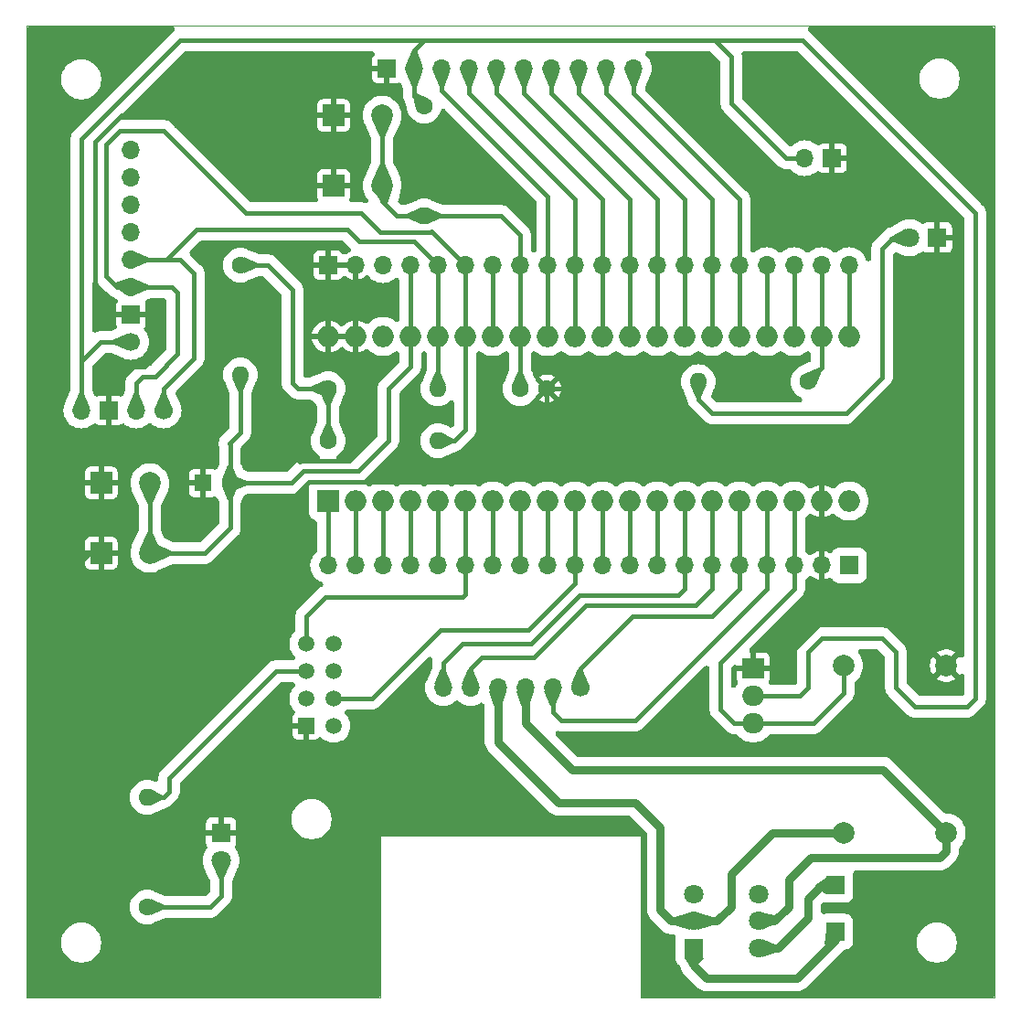
<source format=gbr>
%TF.GenerationSoftware,KiCad,Pcbnew,8.0.0*%
%TF.CreationDate,2024-07-22T23:58:39-03:00*%
%TF.ProjectId,PCB_Micro,5043425f-4d69-4637-926f-2e6b69636164,rev?*%
%TF.SameCoordinates,Original*%
%TF.FileFunction,Copper,L2,Bot*%
%TF.FilePolarity,Positive*%
%FSLAX46Y46*%
G04 Gerber Fmt 4.6, Leading zero omitted, Abs format (unit mm)*
G04 Created by KiCad (PCBNEW 8.0.0) date 2024-07-22 23:58:40*
%MOMM*%
%LPD*%
G01*
G04 APERTURE LIST*
%TA.AperFunction,ComponentPad*%
%ADD10R,1.800000X1.800000*%
%TD*%
%TA.AperFunction,ComponentPad*%
%ADD11C,1.800000*%
%TD*%
%TA.AperFunction,ComponentPad*%
%ADD12C,1.600000*%
%TD*%
%TA.AperFunction,ComponentPad*%
%ADD13O,1.600000X1.600000*%
%TD*%
%TA.AperFunction,ComponentPad*%
%ADD14R,2.000000X1.905000*%
%TD*%
%TA.AperFunction,ComponentPad*%
%ADD15O,2.000000X1.905000*%
%TD*%
%TA.AperFunction,ComponentPad*%
%ADD16R,1.700000X1.700000*%
%TD*%
%TA.AperFunction,ComponentPad*%
%ADD17O,1.700000X1.700000*%
%TD*%
%TA.AperFunction,ComponentPad*%
%ADD18C,2.000000*%
%TD*%
%TA.AperFunction,ComponentPad*%
%ADD19R,1.600000X1.600000*%
%TD*%
%TA.AperFunction,ComponentPad*%
%ADD20R,1.500000X1.500000*%
%TD*%
%TA.AperFunction,ComponentPad*%
%ADD21C,1.500000*%
%TD*%
%TA.AperFunction,ComponentPad*%
%ADD22C,1.700000*%
%TD*%
%TA.AperFunction,ComponentPad*%
%ADD23R,2.000000X2.000000*%
%TD*%
%TA.AperFunction,ComponentPad*%
%ADD24O,2.000000X2.000000*%
%TD*%
%TA.AperFunction,Conductor*%
%ADD25C,0.400000*%
%TD*%
%TA.AperFunction,Conductor*%
%ADD26C,0.800000*%
%TD*%
%TA.AperFunction,Profile*%
%ADD27C,0.100000*%
%TD*%
G04 APERTURE END LIST*
D10*
%TO.P,D4,1,K*%
%TO.N,/GND*%
X134112000Y-136647000D03*
D11*
%TO.P,D4,2,A*%
%TO.N,Net-(D4-A)*%
X134112000Y-139187000D03*
%TD*%
D12*
%TO.P,R6,1*%
%TO.N,/3v3*%
X152908000Y-69342000D03*
D13*
%TO.P,R6,2*%
%TO.N,/PB0*%
X152908000Y-79502000D03*
%TD*%
D14*
%TO.P,U3,1,GND*%
%TO.N,/GND*%
X183388000Y-121412000D03*
D15*
%TO.P,U3,2,VO*%
%TO.N,/3v3*%
X183388000Y-123952000D03*
%TO.P,U3,3,VI*%
%TO.N,/5V*%
X183388000Y-126492000D03*
%TD*%
D16*
%TO.P,J14,1,Pin_1*%
%TO.N,/GND*%
X144018000Y-84074000D03*
D17*
%TO.P,J14,2,Pin_2*%
X146558000Y-84074000D03*
%TO.P,J14,3,Pin_3*%
%TO.N,unconnected-(J14-Pin_3-Pad3)*%
X149098000Y-84074000D03*
%TO.P,J14,4,Pin_4*%
%TO.N,/RESET*%
X151638000Y-84074000D03*
%TO.P,J14,5,Pin_5*%
%TO.N,/I2C_SDA*%
X154178000Y-84074000D03*
%TO.P,J14,6,Pin_6*%
%TO.N,/I2C_SCL*%
X156718000Y-84074000D03*
%TO.P,J14,7,Pin_7*%
%TO.N,/PB1*%
X159258000Y-84074000D03*
%TO.P,J14,8,Pin_8*%
%TO.N,/PB0*%
X161798000Y-84074000D03*
%TO.P,J14,9,Pin_9*%
%TO.N,/PA7*%
X164338000Y-84074000D03*
%TO.P,J14,10,Pin_10*%
%TO.N,/PA6*%
X166878000Y-84074000D03*
%TO.P,J14,11,Pin_11*%
%TO.N,/PA5*%
X169418000Y-84074000D03*
%TO.P,J14,12,Pin_12*%
%TO.N,/PA4*%
X171958000Y-84074000D03*
%TO.P,J14,13,Pin_13*%
%TO.N,/PA3*%
X174498000Y-84074000D03*
%TO.P,J14,14,Pin_14*%
%TO.N,/PA2*%
X177038000Y-84074000D03*
%TO.P,J14,15,Pin_15*%
%TO.N,/PA1*%
X179578000Y-84074000D03*
%TO.P,J14,16,Pin_16*%
%TO.N,/PA0*%
X182118000Y-84074000D03*
%TO.P,J14,17,Pin_17*%
%TO.N,/PC15*%
X184658000Y-84074000D03*
%TO.P,J14,18,Pin_18*%
%TO.N,/PC14*%
X187198000Y-84074000D03*
%TO.P,J14,19,Pin_19*%
%TO.N,/PC13*%
X189738000Y-84074000D03*
%TO.P,J14,20,Pin_20*%
%TO.N,/VBAT_bp*%
X192278000Y-84074000D03*
%TD*%
D16*
%TO.P,J4,1,Pin_1*%
%TO.N,unconnected-(J4-Pin_1-Pad1)*%
X192278000Y-111882000D03*
D17*
%TO.P,J4,2,Pin_2*%
%TO.N,/GND*%
X189738000Y-111882000D03*
%TO.P,J4,3,Pin_3*%
%TO.N,/5V*%
X187198000Y-111882000D03*
%TO.P,J4,4,Pin_4*%
%TO.N,/TC4*%
X184658000Y-111882000D03*
%TO.P,J4,5,Pin_5*%
%TO.N,/TC3*%
X182118000Y-111882000D03*
%TO.P,J4,6,Pin_6*%
%TO.N,/TC2*%
X179578000Y-111882000D03*
%TO.P,J4,7,Pin_7*%
%TO.N,/TC1*%
X177038000Y-111882000D03*
%TO.P,J4,8,Pin_8*%
%TO.N,/PB5*%
X174498000Y-111882000D03*
%TO.P,J4,9,Pin_9*%
%TO.N,/PB4*%
X171958000Y-111882000D03*
%TO.P,J4,10,Pin_10*%
%TO.N,/PB3*%
X169418000Y-111882000D03*
%TO.P,J4,11,Pin_11*%
%TO.N,/ESP01_CE*%
X166878000Y-111882000D03*
%TO.P,J4,12,Pin_12*%
%TO.N,/PA12*%
X164338000Y-111882000D03*
%TO.P,J4,13,Pin_13*%
%TO.N,/PA11*%
X161798000Y-111882000D03*
%TO.P,J4,14,Pin_14*%
%TO.N,/USART_RX*%
X159258000Y-111882000D03*
%TO.P,J4,15,Pin_15*%
%TO.N,/USART_TX*%
X156718000Y-111882000D03*
%TO.P,J4,16,Pin_16*%
%TO.N,/PA8*%
X154178000Y-111882000D03*
%TO.P,J4,17,Pin_17*%
%TO.N,/PB15*%
X151638000Y-111882000D03*
%TO.P,J4,18,Pin_18*%
%TO.N,/PB14*%
X149098000Y-111882000D03*
%TO.P,J4,19,Pin_19*%
%TO.N,/PB13*%
X146558000Y-111882000D03*
%TO.P,J4,20,Pin_20*%
%TO.N,/PB12*%
X144018000Y-111882000D03*
%TD*%
D18*
%TO.P,J6,1,Pin_1*%
%TO.N,/GND_BAT*%
X191770000Y-136652000D03*
%TO.P,J6,2,Pin_2*%
%TO.N,/VCC_BAT*%
X201270000Y-136652000D03*
%TO.P,J6,3,Pin_3*%
%TO.N,/GND*%
X201270000Y-121152000D03*
%TO.P,J6,4,Pin_4*%
%TO.N,/5V*%
X191770000Y-121152000D03*
%TD*%
D12*
%TO.P,R5,1*%
%TO.N,/3v3*%
X135890000Y-84074000D03*
D13*
%TO.P,R5,2*%
%TO.N,/RESET*%
X135890000Y-94234000D03*
%TD*%
D16*
%TO.P,J1,1,Pin_1*%
%TO.N,/GND*%
X149460000Y-65870000D03*
D17*
%TO.P,J1,2,Pin_2*%
%TO.N,/3v3*%
X152000000Y-65870000D03*
%TO.P,J1,3,Pin_3*%
%TO.N,/PA7*%
X154540000Y-65870000D03*
%TO.P,J1,4,Pin_4*%
%TO.N,/PA6*%
X157080000Y-65870000D03*
%TO.P,J1,5,Pin_5*%
%TO.N,/PA5*%
X159620000Y-65870000D03*
%TO.P,J1,6,Pin_6*%
%TO.N,/PA4*%
X162160000Y-65870000D03*
%TO.P,J1,7,Pin_7*%
%TO.N,/PA3*%
X164700000Y-65870000D03*
%TO.P,J1,8,Pin_8*%
%TO.N,/PA2*%
X167240000Y-65870000D03*
%TO.P,J1,9,Pin_9*%
%TO.N,/PA1*%
X169780000Y-65870000D03*
%TO.P,J1,10,Pin_10*%
%TO.N,/PA0*%
X172320000Y-65870000D03*
%TD*%
D16*
%TO.P,J5,1,Pin_1*%
%TO.N,/GND*%
X190709000Y-74173000D03*
D17*
%TO.P,J5,2,Pin_2*%
%TO.N,/3v3*%
X188169000Y-74173000D03*
%TD*%
D10*
%TO.P,D3,1,K*%
%TO.N,/GND*%
X200411000Y-81529000D03*
D11*
%TO.P,D3,2,A*%
%TO.N,Net-(D3-A)*%
X197871000Y-81529000D03*
%TD*%
D12*
%TO.P,C1,1*%
%TO.N,/RESET*%
X134926000Y-104244000D03*
D19*
%TO.P,C1,2*%
%TO.N,/GND*%
X132426000Y-104244000D03*
%TD*%
D20*
%TO.P,U2,1,GND*%
%TO.N,/GND*%
X141986000Y-126746000D03*
D21*
%TO.P,U2,2,GPIO2*%
%TO.N,unconnected-(U2-GPIO2-Pad2)*%
X141986000Y-124206000D03*
%TO.P,U2,3,GPIO0*%
%TO.N,Net-(U2-GPIO0)*%
X141986000Y-121666000D03*
%TO.P,U2,4,RX*%
%TO.N,/USART_TX*%
X141986000Y-119126000D03*
%TO.P,U2,5,TX*%
%TO.N,/USART_RX*%
X144526000Y-126746000D03*
%TO.P,U2,6,CHPD*%
%TO.N,/ESP01_CE*%
X144526000Y-124206000D03*
%TO.P,U2,7,RST*%
%TO.N,unconnected-(U2-RST-Pad7)*%
X144526000Y-121666000D03*
%TO.P,U2,8,VCC*%
%TO.N,/3v3*%
X144526000Y-119126000D03*
%TD*%
D22*
%TO.P,J2,1,Pin_1*%
%TO.N,/I2C_SDA*%
X128778000Y-97536000D03*
D17*
%TO.P,J2,2,Pin_2*%
%TO.N,/I2C_SCL*%
X126238000Y-97536000D03*
D16*
%TO.P,J2,3,Pin_3*%
%TO.N,/GND*%
X123698000Y-97536000D03*
D17*
%TO.P,J2,4,Pin_4*%
%TO.N,/3v3*%
X121158000Y-97536000D03*
%TD*%
D22*
%TO.P,J3,1,Pin_1*%
%TO.N,/TC3*%
X167361000Y-123215000D03*
D17*
%TO.P,J3,2,Pin_2*%
%TO.N,/TC4*%
X164821000Y-123215000D03*
%TO.P,J3,3,Pin_3*%
%TO.N,/VCC_BAT*%
X162281000Y-123215000D03*
%TO.P,J3,4,Pin_4*%
%TO.N,/GND_BAT*%
X159741000Y-123215000D03*
%TO.P,J3,5,Pin_5*%
%TO.N,/TC2*%
X157201000Y-123215000D03*
%TO.P,J3,6,Pin_6*%
%TO.N,/TC1*%
X154661000Y-123215000D03*
%TD*%
D23*
%TO.P,SW4,1,1*%
%TO.N,/GND*%
X144526000Y-76708000D03*
X144526000Y-70208000D03*
D18*
%TO.P,SW4,2,2*%
%TO.N,/PB0*%
X149026000Y-76708000D03*
X149026000Y-70208000D03*
%TD*%
D10*
%TO.P,SW2,1,B*%
%TO.N,Net-(J13-Pin_1)*%
X177896000Y-147320000D03*
D11*
%TO.P,SW2,2,A*%
%TO.N,/GND_BAT*%
X177896000Y-144820000D03*
%TO.P,SW2,3,C*%
%TO.N,unconnected-(SW2-C-Pad3)*%
X177896000Y-142320000D03*
%TO.P,SW2,4,B*%
%TO.N,Net-(J11-Pin_1)*%
X183896000Y-147320000D03*
%TO.P,SW2,5,A*%
%TO.N,/VCC_BAT*%
X183896000Y-144820000D03*
%TO.P,SW2,6,C*%
%TO.N,unconnected-(SW2-C-Pad6)*%
X183896000Y-142320000D03*
%TD*%
D12*
%TO.P,R3,1*%
%TO.N,/PC13*%
X188468000Y-94864000D03*
D13*
%TO.P,R3,2*%
%TO.N,Net-(D3-A)*%
X178308000Y-94864000D03*
%TD*%
D16*
%TO.P,J11,1,Pin_1*%
%TO.N,Net-(J11-Pin_1)*%
X191008000Y-141478000D03*
%TD*%
D12*
%TO.P,R2,1*%
%TO.N,/3v3*%
X144018000Y-100330000D03*
D13*
%TO.P,R2,2*%
%TO.N,/I2C_SCL*%
X154178000Y-100330000D03*
%TD*%
D12*
%TO.P,C2,1*%
%TO.N,/PB0*%
X161798000Y-95504000D03*
%TO.P,C2,2*%
%TO.N,/GND*%
X164298000Y-95504000D03*
%TD*%
D23*
%TO.P,U1,1,B12*%
%TO.N,/PB12*%
X144018000Y-105918000D03*
D24*
%TO.P,U1,2,B13*%
%TO.N,/PB13*%
X146558000Y-105918000D03*
%TO.P,U1,3,B14*%
%TO.N,/PB14*%
X149098000Y-105918000D03*
%TO.P,U1,4,B15*%
%TO.N,/PB15*%
X151638000Y-105918000D03*
%TO.P,U1,5,A8*%
%TO.N,/PA8*%
X154178000Y-105918000D03*
%TO.P,U1,6,A9*%
%TO.N,/USART_TX*%
X156718000Y-105918000D03*
%TO.P,U1,7,A10*%
%TO.N,/USART_RX*%
X159258000Y-105918000D03*
%TO.P,U1,8,A11*%
%TO.N,/PA11*%
X161798000Y-105918000D03*
%TO.P,U1,9,A12*%
%TO.N,/PA12*%
X164338000Y-105918000D03*
%TO.P,U1,10,A15*%
%TO.N,/ESP01_CE*%
X166878000Y-105918000D03*
%TO.P,U1,11,B3*%
%TO.N,/PB3*%
X169418000Y-105918000D03*
%TO.P,U1,12,B4*%
%TO.N,/PB4*%
X171958000Y-105918000D03*
%TO.P,U1,13,B5*%
%TO.N,/PB5*%
X174498000Y-105918000D03*
%TO.P,U1,14,B6*%
%TO.N,/TC1*%
X177038000Y-105918000D03*
%TO.P,U1,15,B7*%
%TO.N,/TC2*%
X179578000Y-105918000D03*
%TO.P,U1,16,B8*%
%TO.N,/TC3*%
X182118000Y-105918000D03*
%TO.P,U1,17,B9*%
%TO.N,/TC4*%
X184658000Y-105918000D03*
%TO.P,U1,18,5V*%
%TO.N,/5V*%
X187198000Y-105918000D03*
%TO.P,U1,19,GND*%
%TO.N,/GND*%
X189738000Y-105918000D03*
%TO.P,U1,20,3V3*%
%TO.N,unconnected-(U1-3V3-Pad20)*%
X192278000Y-105918000D03*
%TO.P,U1,21,VBAT*%
%TO.N,/VBAT_bp*%
X192278000Y-90678000D03*
%TO.P,U1,22,C13*%
%TO.N,/PC13*%
X189738000Y-90678000D03*
%TO.P,U1,23,C14*%
%TO.N,/PC14*%
X187198000Y-90678000D03*
%TO.P,U1,24,C15*%
%TO.N,/PC15*%
X184658000Y-90678000D03*
%TO.P,U1,25,A0*%
%TO.N,/PA0*%
X182118000Y-90678000D03*
%TO.P,U1,26,A1*%
%TO.N,/PA1*%
X179578000Y-90678000D03*
%TO.P,U1,27,A2*%
%TO.N,/PA2*%
X177038000Y-90678000D03*
%TO.P,U1,28,A3*%
%TO.N,/PA3*%
X174498000Y-90678000D03*
%TO.P,U1,29,A4*%
%TO.N,/PA4*%
X171958000Y-90678000D03*
%TO.P,U1,30,A5*%
%TO.N,/PA5*%
X169418000Y-90678000D03*
%TO.P,U1,31,A6*%
%TO.N,/PA6*%
X166878000Y-90678000D03*
%TO.P,U1,32,A7*%
%TO.N,/PA7*%
X164338000Y-90678000D03*
%TO.P,U1,33,B0*%
%TO.N,/PB0*%
X161798000Y-90678000D03*
%TO.P,U1,34,B1*%
%TO.N,/PB1*%
X159258000Y-90678000D03*
%TO.P,U1,35,B10*%
%TO.N,/I2C_SCL*%
X156718000Y-90678000D03*
%TO.P,U1,36,B11*%
%TO.N,/I2C_SDA*%
X154178000Y-90678000D03*
%TO.P,U1,37,RST*%
%TO.N,/RESET*%
X151638000Y-90678000D03*
%TO.P,U1,38,3V3_2*%
%TO.N,unconnected-(U1-3V3_2-Pad38)*%
X149098000Y-90678000D03*
%TO.P,U1,39,GND_3*%
%TO.N,/GND*%
X146558000Y-90678000D03*
%TO.P,U1,40,GND_2*%
X144018000Y-90678000D03*
%TD*%
D12*
%TO.P,R1,1*%
%TO.N,/3v3*%
X144018000Y-95504000D03*
D13*
%TO.P,R1,2*%
%TO.N,/I2C_SDA*%
X154178000Y-95504000D03*
%TD*%
D22*
%TO.P,J12,1,Pin_1*%
%TO.N,/3v3*%
X125760000Y-91186000D03*
D16*
%TO.P,J12,2,Pin_2*%
%TO.N,/GND*%
X125760000Y-88646000D03*
D17*
%TO.P,J12,3,Pin_3*%
%TO.N,/I2C_SCL*%
X125760000Y-86106000D03*
%TO.P,J12,4,Pin_4*%
%TO.N,/I2C_SDA*%
X125760000Y-83566000D03*
%TO.P,J12,5,Pin_5*%
%TO.N,unconnected-(J12-Pin_5-Pad5)*%
X125760000Y-81026000D03*
%TO.P,J12,6,Pin_6*%
%TO.N,unconnected-(J12-Pin_6-Pad6)*%
X125760000Y-78486000D03*
%TO.P,J12,7,Pin_7*%
%TO.N,unconnected-(J12-Pin_7-Pad7)*%
X125760000Y-75946000D03*
%TO.P,J12,8,Pin_8*%
%TO.N,unconnected-(J12-Pin_8-Pad8)*%
X125760000Y-73406000D03*
%TD*%
D16*
%TO.P,J13,1,Pin_1*%
%TO.N,Net-(J13-Pin_1)*%
X191008000Y-145796000D03*
%TD*%
D23*
%TO.P,SW1,1,1*%
%TO.N,/GND*%
X123008000Y-110744000D03*
X123008000Y-104244000D03*
D18*
%TO.P,SW1,2,2*%
%TO.N,/RESET*%
X127508000Y-110744000D03*
X127508000Y-104244000D03*
%TD*%
D12*
%TO.P,R4,1*%
%TO.N,Net-(D4-A)*%
X127254000Y-143510000D03*
D13*
%TO.P,R4,2*%
%TO.N,Net-(U2-GPIO0)*%
X127254000Y-133350000D03*
%TD*%
D25*
%TO.N,/GND*%
X146558000Y-101600000D02*
X145934000Y-102224000D01*
X132842000Y-98044000D02*
X129794000Y-101092000D01*
X195077000Y-74173000D02*
X190709000Y-74173000D01*
X189738000Y-105918000D02*
X189738000Y-111882000D01*
X123698000Y-99314000D02*
X123698000Y-97536000D01*
X122428000Y-72644000D02*
X122428000Y-87630000D01*
X189738000Y-114554000D02*
X189738000Y-111882000D01*
X123698000Y-101092000D02*
X123008000Y-101782000D01*
X127508000Y-101092000D02*
X123698000Y-101092000D01*
X144018000Y-84074000D02*
X146558000Y-84074000D01*
X123008000Y-110744000D02*
X123008000Y-104244000D01*
X134874000Y-90170000D02*
X132842000Y-92202000D01*
X123698000Y-97536000D02*
X123698000Y-95758000D01*
X132426000Y-101946000D02*
X131572000Y-101092000D01*
X144018000Y-84074000D02*
X144018000Y-90678000D01*
X127000000Y-93472000D02*
X128524000Y-91948000D01*
X144526000Y-70208000D02*
X144526000Y-68326000D01*
X131572000Y-101092000D02*
X129794000Y-101092000D01*
X134112000Y-136647000D02*
X121915000Y-136647000D01*
X144526000Y-70208000D02*
X124864000Y-70208000D01*
X157480000Y-104140000D02*
X142240000Y-104140000D01*
X129794000Y-101092000D02*
X127508000Y-101092000D01*
X127508000Y-101092000D02*
X125476000Y-101092000D01*
X128524000Y-88900000D02*
X128270000Y-88646000D01*
X133096000Y-113284000D02*
X121920000Y-113284000D01*
X132842000Y-92202000D02*
X132842000Y-98044000D01*
X125476000Y-101092000D02*
X123698000Y-99314000D01*
X200411000Y-79507000D02*
X195077000Y-74173000D01*
X125984000Y-93472000D02*
X127000000Y-93472000D01*
X189738000Y-114554000D02*
X191262000Y-116078000D01*
X141378416Y-102224000D02*
X141359208Y-102243208D01*
X146982000Y-65870000D02*
X149460000Y-65870000D01*
X132426000Y-104244000D02*
X132426000Y-101946000D01*
X164298000Y-95504000D02*
X164298000Y-97322000D01*
X145934000Y-102224000D02*
X141378416Y-102224000D01*
X191770000Y-99568000D02*
X200411000Y-90927000D01*
X136652000Y-90170000D02*
X134874000Y-90170000D01*
X196196000Y-116078000D02*
X201270000Y-121152000D01*
X138684000Y-92202000D02*
X136652000Y-90170000D01*
X121915000Y-136647000D02*
X119888000Y-134620000D01*
X173736000Y-95504000D02*
X177800000Y-99568000D01*
X123698000Y-95758000D02*
X125984000Y-93472000D01*
X141359208Y-102243208D02*
X138684000Y-99568000D01*
X128524000Y-91948000D02*
X128524000Y-88900000D01*
X185420000Y-121412000D02*
X189738000Y-117094000D01*
X189738000Y-105918000D02*
X189738000Y-101600000D01*
X164298000Y-95504000D02*
X173736000Y-95504000D01*
X144526000Y-68326000D02*
X146982000Y-65870000D01*
X122428000Y-87630000D02*
X123444000Y-88646000D01*
X119888000Y-112776000D02*
X119888000Y-115316000D01*
X134112000Y-130556000D02*
X137922000Y-126746000D01*
X124864000Y-70208000D02*
X122428000Y-72644000D01*
X191262000Y-116078000D02*
X196196000Y-116078000D01*
X200411000Y-90927000D02*
X200411000Y-81529000D01*
X137922000Y-126746000D02*
X141986000Y-126746000D01*
X189738000Y-101600000D02*
X191770000Y-99568000D01*
X183388000Y-121412000D02*
X185420000Y-121412000D01*
X123008000Y-101782000D02*
X123008000Y-104244000D01*
X189738000Y-117094000D02*
X189738000Y-114554000D01*
X164298000Y-97322000D02*
X157480000Y-104140000D01*
X144526000Y-76708000D02*
X144526000Y-70208000D01*
X177800000Y-99568000D02*
X191770000Y-99568000D01*
X119888000Y-115316000D02*
X119888000Y-134620000D01*
X146558000Y-90678000D02*
X146558000Y-101600000D01*
X146558000Y-84074000D02*
X146558000Y-90678000D01*
X123008000Y-110744000D02*
X121920000Y-110744000D01*
X121920000Y-110744000D02*
X119888000Y-112776000D01*
X138684000Y-99568000D02*
X138684000Y-92202000D01*
X121920000Y-113284000D02*
X119888000Y-115316000D01*
X128270000Y-88646000D02*
X125760000Y-88646000D01*
X123444000Y-88646000D02*
X125760000Y-88646000D01*
X134112000Y-136647000D02*
X134112000Y-130556000D01*
X200411000Y-81529000D02*
X200411000Y-79507000D01*
X142240000Y-104140000D02*
X133096000Y-113284000D01*
%TO.N,/RESET*%
X135890000Y-99568000D02*
X134874000Y-100584000D01*
X149606000Y-95504000D02*
X151638000Y-93472000D01*
X127508000Y-104244000D02*
X127508000Y-110744000D01*
X151638000Y-93472000D02*
X151638000Y-90678000D01*
X141751208Y-103124000D02*
X146812000Y-103124000D01*
X149606000Y-100330000D02*
X149606000Y-95504000D01*
X140631208Y-104244000D02*
X141751208Y-103124000D01*
X134926000Y-100636000D02*
X134926000Y-104244000D01*
X132588000Y-110744000D02*
X134926000Y-108406000D01*
X134874000Y-100584000D02*
X134926000Y-100636000D01*
X146812000Y-103124000D02*
X149606000Y-100330000D01*
X127508000Y-110744000D02*
X132588000Y-110744000D01*
X151638000Y-84074000D02*
X151638000Y-90678000D01*
X134926000Y-108406000D02*
X134926000Y-104244000D01*
X135890000Y-94234000D02*
X135890000Y-99568000D01*
X134926000Y-104244000D02*
X140631208Y-104244000D01*
%TO.N,/3v3*%
X152908000Y-63246000D02*
X153162000Y-63246000D01*
X188169000Y-74173000D02*
X186441000Y-74173000D01*
X181356000Y-69088000D02*
X181356000Y-64770000D01*
X181356000Y-64770000D02*
X179832000Y-63246000D01*
X130302000Y-63246000D02*
X153162000Y-63246000D01*
X152000000Y-65870000D02*
X152000000Y-64154000D01*
X186441000Y-74173000D02*
X181356000Y-69088000D01*
X121158000Y-72390000D02*
X130302000Y-63246000D01*
X135890000Y-84074000D02*
X138430000Y-84074000D01*
X121158000Y-92964000D02*
X122936000Y-91186000D01*
X203962000Y-79248000D02*
X203962000Y-124206000D01*
X140716000Y-86360000D02*
X140716000Y-94996000D01*
X121158000Y-97536000D02*
X121158000Y-92964000D01*
X188468000Y-123190000D02*
X187706000Y-123952000D01*
X187960000Y-63246000D02*
X203962000Y-79248000D01*
X140716000Y-94996000D02*
X141224000Y-95504000D01*
X188468000Y-119888000D02*
X188468000Y-123190000D01*
X138430000Y-84074000D02*
X140716000Y-86360000D01*
X152908000Y-69342000D02*
X152000000Y-68434000D01*
X198374000Y-124968000D02*
X196596000Y-123190000D01*
X187706000Y-123952000D02*
X183388000Y-123952000D01*
X152000000Y-64154000D02*
X152908000Y-63246000D01*
X121158000Y-92964000D02*
X121158000Y-72390000D01*
X195326000Y-118618000D02*
X189738000Y-118618000D01*
X153162000Y-63246000D02*
X179832000Y-63246000D01*
X189738000Y-118618000D02*
X188468000Y-119888000D01*
X141224000Y-95504000D02*
X144018000Y-95504000D01*
X144018000Y-100330000D02*
X144018000Y-95504000D01*
X203200000Y-124968000D02*
X198374000Y-124968000D01*
X122936000Y-91186000D02*
X125760000Y-91186000D01*
X196596000Y-123190000D02*
X196596000Y-119888000D01*
X179832000Y-63246000D02*
X187960000Y-63246000D01*
X196596000Y-119888000D02*
X195326000Y-118618000D01*
X203962000Y-124206000D02*
X203200000Y-124968000D01*
X152000000Y-68434000D02*
X152000000Y-65870000D01*
%TO.N,Net-(D3-A)*%
X195326000Y-82550000D02*
X196347000Y-81529000D01*
X192024000Y-97790000D02*
X195326000Y-94488000D01*
X178308000Y-96520000D02*
X179578000Y-97790000D01*
X178308000Y-96520000D02*
X178308000Y-94864000D01*
X196347000Y-81529000D02*
X197871000Y-81529000D01*
X179578000Y-97790000D02*
X192024000Y-97790000D01*
X195326000Y-94488000D02*
X195326000Y-82550000D01*
%TO.N,Net-(D4-A)*%
X134112000Y-139187000D02*
X134112000Y-142494000D01*
X133096000Y-143510000D02*
X127254000Y-143510000D01*
X134112000Y-142494000D02*
X133096000Y-143510000D01*
%TO.N,/I2C_SDA*%
X154178000Y-84074000D02*
X152006000Y-81902000D01*
X128778000Y-97536000D02*
X128778000Y-95504000D01*
X131572000Y-84836000D02*
X130302000Y-83566000D01*
X146926000Y-81902000D02*
X145796000Y-80772000D01*
X145796000Y-80772000D02*
X131826000Y-80772000D01*
X128778000Y-95504000D02*
X131572000Y-92710000D01*
X130302000Y-83566000D02*
X129032000Y-83566000D01*
X129032000Y-83566000D02*
X125760000Y-83566000D01*
X131572000Y-92710000D02*
X131572000Y-84836000D01*
X154178000Y-90678000D02*
X154178000Y-84074000D01*
X154178000Y-95504000D02*
X154178000Y-90678000D01*
X131826000Y-80772000D02*
X129032000Y-83566000D01*
X152006000Y-81902000D02*
X146926000Y-81902000D01*
%TO.N,/I2C_SCL*%
X130048000Y-86614000D02*
X129540000Y-86106000D01*
X123444000Y-72900792D02*
X123444000Y-85090000D01*
X156718000Y-84074000D02*
X156718000Y-90678000D01*
X136398000Y-79248000D02*
X128778000Y-71628000D01*
X155702000Y-100330000D02*
X156718000Y-99314000D01*
X128005000Y-94372000D02*
X130048000Y-92329000D01*
X126238000Y-94996000D02*
X126862000Y-94372000D01*
X124460000Y-86106000D02*
X125760000Y-86106000D01*
X148820000Y-81002000D02*
X147066000Y-79248000D01*
X128778000Y-71628000D02*
X124716792Y-71628000D01*
X153587660Y-80943660D02*
X153529321Y-81002000D01*
X156718000Y-84074000D02*
X153587660Y-80943660D01*
X126862000Y-94372000D02*
X128005000Y-94372000D01*
X156718000Y-99314000D02*
X156718000Y-90678000D01*
X123444000Y-85090000D02*
X124460000Y-86106000D01*
X124716792Y-71628000D02*
X123444000Y-72900792D01*
X153529321Y-81002000D02*
X148820000Y-81002000D01*
X130048000Y-92329000D02*
X130048000Y-86614000D01*
X126238000Y-97536000D02*
X126238000Y-94996000D01*
X147066000Y-79248000D02*
X136398000Y-79248000D01*
X129540000Y-86106000D02*
X125760000Y-86106000D01*
X154178000Y-100330000D02*
X155702000Y-100330000D01*
%TO.N,/TC2*%
X157201000Y-121437000D02*
X157201000Y-123215000D01*
X163068000Y-120396000D02*
X158242000Y-120396000D01*
X178054000Y-115570000D02*
X167894000Y-115570000D01*
X167894000Y-115570000D02*
X163068000Y-120396000D01*
X158242000Y-120396000D02*
X157201000Y-121437000D01*
X179578000Y-114046000D02*
X178054000Y-115570000D01*
X179578000Y-105918000D02*
X179578000Y-111882000D01*
X179578000Y-111882000D02*
X179578000Y-114046000D01*
%TO.N,/TC1*%
X162814000Y-119126000D02*
X156464000Y-119126000D01*
X177038000Y-114046000D02*
X176414000Y-114670000D01*
X176414000Y-114670000D02*
X167270000Y-114670000D01*
X177038000Y-105918000D02*
X177038000Y-111882000D01*
X154661000Y-120929000D02*
X154661000Y-123215000D01*
X167270000Y-114670000D02*
X162814000Y-119126000D01*
X177038000Y-111882000D02*
X177038000Y-114046000D01*
X156464000Y-119126000D02*
X154661000Y-120929000D01*
D26*
%TO.N,/VCC_BAT*%
X195428000Y-130810000D02*
X201270000Y-136652000D01*
X186690000Y-143510000D02*
X186690000Y-140970000D01*
X162281000Y-126467000D02*
X166624000Y-130810000D01*
X166624000Y-130810000D02*
X195428000Y-130810000D01*
X201270000Y-138328000D02*
X201270000Y-136652000D01*
X186690000Y-140970000D02*
X188722000Y-138938000D01*
X185380000Y-144820000D02*
X186690000Y-143510000D01*
X162281000Y-123215000D02*
X162281000Y-126467000D01*
X183896000Y-144820000D02*
X185380000Y-144820000D01*
X200660000Y-138938000D02*
X201270000Y-138328000D01*
X188722000Y-138938000D02*
X200660000Y-138938000D01*
D25*
%TO.N,/TC3*%
X179578000Y-116586000D02*
X182118000Y-114046000D01*
X167361000Y-121437000D02*
X172212000Y-116586000D01*
X182118000Y-114046000D02*
X182118000Y-111882000D01*
X172212000Y-116586000D02*
X179578000Y-116586000D01*
X182118000Y-105918000D02*
X182118000Y-111882000D01*
X167361000Y-123215000D02*
X167361000Y-121437000D01*
D26*
%TO.N,/GND_BAT*%
X185166000Y-136652000D02*
X191770000Y-136652000D01*
X159741000Y-128245000D02*
X165354000Y-133858000D01*
X159741000Y-123215000D02*
X159741000Y-128245000D01*
X181356000Y-140462000D02*
X185166000Y-136652000D01*
X165354000Y-133858000D02*
X172466000Y-133858000D01*
X177896000Y-144820000D02*
X180046000Y-144820000D01*
X175808000Y-144820000D02*
X177896000Y-144820000D01*
X181356000Y-143510000D02*
X181356000Y-140462000D01*
X172466000Y-133858000D02*
X174752000Y-136144000D01*
X174752000Y-143764000D02*
X175808000Y-144820000D01*
X180046000Y-144820000D02*
X181356000Y-143510000D01*
X174752000Y-136144000D02*
X174752000Y-143764000D01*
D25*
%TO.N,/TC4*%
X165608000Y-126238000D02*
X164821000Y-125451000D01*
X184658000Y-114046000D02*
X172466000Y-126238000D01*
X172466000Y-126238000D02*
X165608000Y-126238000D01*
X184658000Y-111882000D02*
X184658000Y-114046000D01*
X184658000Y-105918000D02*
X184658000Y-111882000D01*
X164821000Y-125451000D02*
X164821000Y-123215000D01*
%TO.N,/5V*%
X188976000Y-126492000D02*
X191770000Y-123698000D01*
X183388000Y-126492000D02*
X181610000Y-126492000D01*
X180340000Y-125222000D02*
X180340000Y-120904000D01*
X180340000Y-120904000D02*
X187198000Y-114046000D01*
X187198000Y-105918000D02*
X187198000Y-111882000D01*
X183388000Y-126492000D02*
X188976000Y-126492000D01*
X191770000Y-123698000D02*
X191770000Y-121152000D01*
X187198000Y-114046000D02*
X187198000Y-111882000D01*
X181610000Y-126492000D02*
X180340000Y-125222000D01*
%TO.N,/PA1*%
X179578000Y-84074000D02*
X179578000Y-90678000D01*
X169780000Y-68180000D02*
X179578000Y-77978000D01*
X169780000Y-65870000D02*
X169780000Y-68180000D01*
X179578000Y-77978000D02*
X179578000Y-84074000D01*
%TO.N,/PA6*%
X166878000Y-77978000D02*
X166878000Y-84074000D01*
X166878000Y-84074000D02*
X166878000Y-90678000D01*
X157080000Y-68180000D02*
X166878000Y-77978000D01*
X157080000Y-65870000D02*
X157080000Y-68180000D01*
%TO.N,/PA3*%
X174498000Y-77978000D02*
X174498000Y-84074000D01*
X164700000Y-65870000D02*
X164700000Y-68180000D01*
X174498000Y-84074000D02*
X174498000Y-90678000D01*
X164700000Y-68180000D02*
X174498000Y-77978000D01*
%TO.N,Net-(U2-GPIO0)*%
X139192000Y-121666000D02*
X141986000Y-121666000D01*
X127254000Y-133350000D02*
X128778000Y-133350000D01*
X129286000Y-132842000D02*
X129286000Y-131572000D01*
X128778000Y-133350000D02*
X129286000Y-132842000D01*
X129286000Y-131572000D02*
X139192000Y-121666000D01*
D26*
%TO.N,Net-(J11-Pin_1)*%
X188468000Y-142748000D02*
X189738000Y-141478000D01*
X189738000Y-141478000D02*
X191008000Y-141478000D01*
X183896000Y-147320000D02*
X185674000Y-147320000D01*
X188468000Y-144526000D02*
X188468000Y-142748000D01*
X185674000Y-147320000D02*
X188468000Y-144526000D01*
%TO.N,Net-(J13-Pin_1)*%
X187452000Y-150114000D02*
X179070000Y-150114000D01*
X177896000Y-148940000D02*
X177896000Y-147320000D01*
X179070000Y-150114000D02*
X177896000Y-148940000D01*
X191008000Y-145796000D02*
X191008000Y-146558000D01*
X191008000Y-146558000D02*
X187452000Y-150114000D01*
D25*
%TO.N,/PA4*%
X171958000Y-77978000D02*
X171958000Y-84074000D01*
X171958000Y-84074000D02*
X171958000Y-90678000D01*
X162160000Y-65870000D02*
X162160000Y-68180000D01*
X162160000Y-68180000D02*
X171958000Y-77978000D01*
%TO.N,/PB5*%
X174498000Y-105918000D02*
X174498000Y-111882000D01*
%TO.N,/PB0*%
X149026000Y-78160000D02*
X149026000Y-76708000D01*
X161798000Y-81280000D02*
X161798000Y-84074000D01*
X149026000Y-70208000D02*
X149026000Y-76708000D01*
X150368000Y-79502000D02*
X149026000Y-78160000D01*
X161798000Y-84074000D02*
X161798000Y-90678000D01*
X152908000Y-79502000D02*
X160020000Y-79502000D01*
X152908000Y-79502000D02*
X150368000Y-79502000D01*
X161798000Y-95504000D02*
X161798000Y-90678000D01*
X160020000Y-79502000D02*
X161798000Y-81280000D01*
%TO.N,/PB4*%
X171958000Y-105918000D02*
X171958000Y-111882000D01*
%TO.N,/PB3*%
X169418000Y-105918000D02*
X169418000Y-111882000D01*
%TO.N,/PB14*%
X149098000Y-105918000D02*
X149098000Y-111882000D01*
%TO.N,/PA8*%
X154178000Y-105918000D02*
X154178000Y-111882000D01*
%TO.N,/PB1*%
X159258000Y-84074000D02*
X159258000Y-90678000D01*
%TO.N,/PB13*%
X146558000Y-105918000D02*
X146558000Y-111882000D01*
%TO.N,/USART_RX*%
X159258000Y-105918000D02*
X159258000Y-111882000D01*
%TO.N,/PB12*%
X144018000Y-105918000D02*
X144018000Y-111882000D01*
%TO.N,/ESP01_CE*%
X154432000Y-117856000D02*
X162560000Y-117856000D01*
X166878000Y-113538000D02*
X166878000Y-111882000D01*
X148082000Y-124206000D02*
X154432000Y-117856000D01*
X144526000Y-124206000D02*
X148082000Y-124206000D01*
X162560000Y-117856000D02*
X166878000Y-113538000D01*
X166878000Y-105918000D02*
X166878000Y-111882000D01*
%TO.N,/PB15*%
X151638000Y-105918000D02*
X151638000Y-111882000D01*
%TO.N,/USART_TX*%
X143764000Y-114808000D02*
X141986000Y-116586000D01*
X156464000Y-114808000D02*
X143764000Y-114808000D01*
X156718000Y-111882000D02*
X156718000Y-114554000D01*
X141986000Y-116586000D02*
X141986000Y-119126000D01*
X156718000Y-105918000D02*
X156718000Y-111882000D01*
X156718000Y-114554000D02*
X156464000Y-114808000D01*
%TO.N,/PA5*%
X169418000Y-77978000D02*
X169418000Y-84074000D01*
X159620000Y-68180000D02*
X169418000Y-77978000D01*
X169418000Y-84074000D02*
X169418000Y-90678000D01*
X159620000Y-65870000D02*
X159620000Y-68180000D01*
%TO.N,/PA0*%
X172320000Y-65870000D02*
X172320000Y-68180000D01*
X182118000Y-77978000D02*
X182118000Y-84074000D01*
X172320000Y-68180000D02*
X182118000Y-77978000D01*
X182118000Y-84074000D02*
X182118000Y-90678000D01*
%TO.N,/PA7*%
X154540000Y-65870000D02*
X154540000Y-67926000D01*
X154540000Y-67926000D02*
X164338000Y-77724000D01*
X164338000Y-77724000D02*
X164338000Y-84074000D01*
X164338000Y-84074000D02*
X164338000Y-90678000D01*
%TO.N,/PA2*%
X167240000Y-65870000D02*
X167240000Y-68180000D01*
X177038000Y-84074000D02*
X177038000Y-90678000D01*
X167240000Y-68180000D02*
X177038000Y-77978000D01*
X177038000Y-77978000D02*
X177038000Y-84074000D01*
%TO.N,/PA12*%
X164338000Y-105918000D02*
X164338000Y-111882000D01*
%TO.N,/PA11*%
X161798000Y-105918000D02*
X161798000Y-111882000D01*
%TO.N,/VBAT_bp*%
X192278000Y-90678000D02*
X192278000Y-84074000D01*
%TO.N,/PC13*%
X189738000Y-84074000D02*
X189738000Y-90678000D01*
X189738000Y-90678000D02*
X189738000Y-93594000D01*
X189738000Y-93594000D02*
X188468000Y-94864000D01*
%TO.N,/PC14*%
X187198000Y-84074000D02*
X187198000Y-90678000D01*
%TO.N,/PC15*%
X184658000Y-90678000D02*
X184658000Y-84074000D01*
%TD*%
%TA.AperFunction,Conductor*%
%TO.N,/TC2*%
G36*
X157401538Y-121518427D02*
G01*
X157404030Y-121522117D01*
X157981674Y-122878859D01*
X157981762Y-122887813D01*
X157975492Y-122894207D01*
X157975398Y-122894247D01*
X157205489Y-123214134D01*
X157196534Y-123214143D01*
X157196511Y-123214134D01*
X156426601Y-122894247D01*
X156420276Y-122887908D01*
X156420284Y-122878954D01*
X156997970Y-121522117D01*
X157004364Y-121515847D01*
X157008735Y-121515000D01*
X157393265Y-121515000D01*
X157401538Y-121518427D01*
G37*
%TD.AperFunction*%
%TD*%
%TA.AperFunction,Conductor*%
%TO.N,/PA7*%
G36*
X154544489Y-65870865D02*
G01*
X155314398Y-66190752D01*
X155320723Y-66197091D01*
X155320714Y-66206046D01*
X155320674Y-66206140D01*
X154743030Y-67562883D01*
X154736636Y-67569153D01*
X154732265Y-67570000D01*
X154347735Y-67570000D01*
X154339462Y-67566573D01*
X154336970Y-67562883D01*
X153759325Y-66206140D01*
X153759237Y-66197186D01*
X153765507Y-66190792D01*
X153765540Y-66190777D01*
X154535511Y-65870864D01*
X154544466Y-65870856D01*
X154544489Y-65870865D01*
G37*
%TD.AperFunction*%
%TD*%
%TA.AperFunction,Conductor*%
%TO.N,/GND_BAT*%
G36*
X177550399Y-143992434D02*
G01*
X177555623Y-143998229D01*
X177895135Y-144815512D01*
X177895144Y-144824466D01*
X177895135Y-144824488D01*
X177555623Y-145641770D01*
X177549284Y-145648096D01*
X177541493Y-145648500D01*
X176104375Y-145222482D01*
X176097417Y-145216845D01*
X176096000Y-145211264D01*
X176096000Y-144428735D01*
X176099427Y-144420462D01*
X176104373Y-144417517D01*
X177541494Y-143991499D01*
X177550399Y-143992434D01*
G37*
%TD.AperFunction*%
%TD*%
%TA.AperFunction,Conductor*%
%TO.N,/PA1*%
G36*
X169784489Y-65870865D02*
G01*
X170554398Y-66190752D01*
X170560723Y-66197091D01*
X170560714Y-66206046D01*
X170560674Y-66206140D01*
X169983030Y-67562883D01*
X169976636Y-67569153D01*
X169972265Y-67570000D01*
X169587735Y-67570000D01*
X169579462Y-67566573D01*
X169576970Y-67562883D01*
X168999325Y-66206140D01*
X168999237Y-66197186D01*
X169005507Y-66190792D01*
X169005540Y-66190777D01*
X169775511Y-65870864D01*
X169784466Y-65870856D01*
X169784489Y-65870865D01*
G37*
%TD.AperFunction*%
%TD*%
%TA.AperFunction,Conductor*%
%TO.N,/PB0*%
G36*
X153224946Y-78767396D02*
G01*
X153224956Y-78767400D01*
X154500800Y-79299000D01*
X154507119Y-79305345D01*
X154508000Y-79309800D01*
X154508000Y-79694199D01*
X154504573Y-79702472D01*
X154500800Y-79704999D01*
X153224956Y-80236599D01*
X153216001Y-80236618D01*
X153209657Y-80230300D01*
X152908864Y-79506487D01*
X152908854Y-79497538D01*
X153209653Y-78773708D01*
X153215991Y-78767385D01*
X153224946Y-78767396D01*
G37*
%TD.AperFunction*%
%TD*%
%TA.AperFunction,Conductor*%
%TO.N,/RESET*%
G36*
X135126473Y-102647427D02*
G01*
X135129000Y-102651200D01*
X135660599Y-103927043D01*
X135660618Y-103935998D01*
X135654299Y-103942343D01*
X135654289Y-103942347D01*
X134930490Y-104243134D01*
X134921536Y-104243144D01*
X134197709Y-103942346D01*
X134191385Y-103936008D01*
X134191396Y-103927053D01*
X134191400Y-103927043D01*
X134723000Y-102651200D01*
X134729345Y-102644881D01*
X134733800Y-102644000D01*
X135118200Y-102644000D01*
X135126473Y-102647427D01*
G37*
%TD.AperFunction*%
%TD*%
%TA.AperFunction,Conductor*%
%TO.N,/RESET*%
G36*
X135242946Y-103509396D02*
G01*
X135242956Y-103509400D01*
X136518800Y-104041000D01*
X136525119Y-104047345D01*
X136526000Y-104051800D01*
X136526000Y-104436199D01*
X136522573Y-104444472D01*
X136518800Y-104446999D01*
X135242956Y-104978599D01*
X135234001Y-104978618D01*
X135227657Y-104972300D01*
X134926864Y-104248487D01*
X134926854Y-104239538D01*
X135227653Y-103515708D01*
X135233991Y-103509385D01*
X135242946Y-103509396D01*
G37*
%TD.AperFunction*%
%TD*%
%TA.AperFunction,Conductor*%
%TO.N,/3v3*%
G36*
X125439207Y-90411507D02*
G01*
X125439247Y-90411601D01*
X125759134Y-91181511D01*
X125759143Y-91190466D01*
X125759134Y-91190489D01*
X125439247Y-91960398D01*
X125432908Y-91966723D01*
X125423953Y-91966714D01*
X125423859Y-91966674D01*
X124067117Y-91389030D01*
X124060847Y-91382636D01*
X124060000Y-91378265D01*
X124060000Y-90993734D01*
X124063427Y-90985461D01*
X124067113Y-90982971D01*
X125423860Y-90405324D01*
X125432813Y-90405237D01*
X125439207Y-90411507D01*
G37*
%TD.AperFunction*%
%TD*%
%TA.AperFunction,Conductor*%
%TO.N,/PA2*%
G36*
X167244489Y-65870865D02*
G01*
X168014398Y-66190752D01*
X168020723Y-66197091D01*
X168020714Y-66206046D01*
X168020674Y-66206140D01*
X167443030Y-67562883D01*
X167436636Y-67569153D01*
X167432265Y-67570000D01*
X167047735Y-67570000D01*
X167039462Y-67566573D01*
X167036970Y-67562883D01*
X166459325Y-66206140D01*
X166459237Y-66197186D01*
X166465507Y-66190792D01*
X166465540Y-66190777D01*
X167235511Y-65870864D01*
X167244466Y-65870856D01*
X167244489Y-65870865D01*
G37*
%TD.AperFunction*%
%TD*%
%TA.AperFunction,Conductor*%
%TO.N,/PB0*%
G36*
X149938776Y-70586071D02*
G01*
X149945103Y-70592409D01*
X149945094Y-70601363D01*
X149944968Y-70601656D01*
X149229097Y-72201080D01*
X149222589Y-72207231D01*
X149218418Y-72208000D01*
X148833582Y-72208000D01*
X148825309Y-72204573D01*
X148822903Y-72201080D01*
X148107031Y-70601656D01*
X148106779Y-70592705D01*
X148112930Y-70586197D01*
X148113156Y-70586099D01*
X149021514Y-70208862D01*
X149030464Y-70208854D01*
X149938776Y-70586071D01*
G37*
%TD.AperFunction*%
%TD*%
%TA.AperFunction,Conductor*%
%TO.N,/PA6*%
G36*
X157084489Y-65870865D02*
G01*
X157854398Y-66190752D01*
X157860723Y-66197091D01*
X157860714Y-66206046D01*
X157860674Y-66206140D01*
X157283030Y-67562883D01*
X157276636Y-67569153D01*
X157272265Y-67570000D01*
X156887735Y-67570000D01*
X156879462Y-67566573D01*
X156876970Y-67562883D01*
X156299325Y-66206140D01*
X156299237Y-66197186D01*
X156305507Y-66190792D01*
X156305540Y-66190777D01*
X157075511Y-65870864D01*
X157084466Y-65870856D01*
X157084489Y-65870865D01*
G37*
%TD.AperFunction*%
%TD*%
%TA.AperFunction,Conductor*%
%TO.N,/PB0*%
G36*
X149226691Y-74711427D02*
G01*
X149229097Y-74714920D01*
X149944968Y-76314343D01*
X149945220Y-76323294D01*
X149939069Y-76329802D01*
X149938776Y-76329928D01*
X149030487Y-76707136D01*
X149021533Y-76707145D01*
X149021513Y-76707136D01*
X148113223Y-76329928D01*
X148106896Y-76323590D01*
X148106905Y-76314636D01*
X148107012Y-76314385D01*
X148822903Y-74714920D01*
X148829411Y-74708769D01*
X148833582Y-74708000D01*
X149218418Y-74708000D01*
X149226691Y-74711427D01*
G37*
%TD.AperFunction*%
%TD*%
%TA.AperFunction,Conductor*%
%TO.N,Net-(D4-A)*%
G36*
X134932516Y-139526855D02*
G01*
X134938842Y-139533194D01*
X134938833Y-139542148D01*
X134938761Y-139542317D01*
X134315056Y-140979957D01*
X134308620Y-140986182D01*
X134304323Y-140987000D01*
X133919677Y-140987000D01*
X133911404Y-140983573D01*
X133908944Y-140979957D01*
X133285238Y-139542317D01*
X133285089Y-139533363D01*
X133291314Y-139526927D01*
X133291406Y-139526887D01*
X134107512Y-139187863D01*
X134116465Y-139187855D01*
X134932516Y-139526855D01*
G37*
%TD.AperFunction*%
%TD*%
%TA.AperFunction,Conductor*%
%TO.N,/I2C_SDA*%
G36*
X154378473Y-93907427D02*
G01*
X154381000Y-93911200D01*
X154912599Y-95187043D01*
X154912618Y-95195998D01*
X154906299Y-95202343D01*
X154906289Y-95202347D01*
X154182490Y-95503134D01*
X154173536Y-95503144D01*
X153449709Y-95202346D01*
X153443385Y-95196008D01*
X153443396Y-95187053D01*
X153443400Y-95187043D01*
X153975000Y-93911200D01*
X153981345Y-93904881D01*
X153985800Y-93904000D01*
X154370200Y-93904000D01*
X154378473Y-93907427D01*
G37*
%TD.AperFunction*%
%TD*%
%TA.AperFunction,Conductor*%
%TO.N,/3v3*%
G36*
X152200538Y-64173427D02*
G01*
X152203030Y-64177117D01*
X152780674Y-65533859D01*
X152780762Y-65542813D01*
X152774492Y-65549207D01*
X152774398Y-65549247D01*
X152004489Y-65869134D01*
X151995534Y-65869143D01*
X151995511Y-65869134D01*
X151225601Y-65549247D01*
X151219276Y-65542908D01*
X151219284Y-65533954D01*
X151796970Y-64177117D01*
X151803364Y-64170847D01*
X151807735Y-64170000D01*
X152192265Y-64170000D01*
X152200538Y-64173427D01*
G37*
%TD.AperFunction*%
%TD*%
%TA.AperFunction,Conductor*%
%TO.N,/PB0*%
G36*
X149032521Y-76710290D02*
G01*
X149940116Y-77086634D01*
X149946445Y-77092969D01*
X149946840Y-77100807D01*
X149555762Y-78403250D01*
X149552829Y-78408158D01*
X149281622Y-78679365D01*
X149273349Y-78682792D01*
X149265076Y-78679365D01*
X149263986Y-78678108D01*
X148324958Y-77423213D01*
X148322746Y-77414537D01*
X148326045Y-77407940D01*
X149019763Y-76712833D01*
X149028031Y-76709399D01*
X149032521Y-76710290D01*
G37*
%TD.AperFunction*%
%TD*%
%TA.AperFunction,Conductor*%
%TO.N,/PA0*%
G36*
X172324489Y-65870865D02*
G01*
X173094398Y-66190752D01*
X173100723Y-66197091D01*
X173100714Y-66206046D01*
X173100674Y-66206140D01*
X172523030Y-67562883D01*
X172516636Y-67569153D01*
X172512265Y-67570000D01*
X172127735Y-67570000D01*
X172119462Y-67566573D01*
X172116970Y-67562883D01*
X171539325Y-66206140D01*
X171539237Y-66197186D01*
X171545507Y-66190792D01*
X171545540Y-66190777D01*
X172315511Y-65870864D01*
X172324466Y-65870856D01*
X172324489Y-65870865D01*
G37*
%TD.AperFunction*%
%TD*%
%TA.AperFunction,Conductor*%
%TO.N,/RESET*%
G36*
X135654290Y-104545653D02*
G01*
X135660614Y-104551991D01*
X135660603Y-104560946D01*
X135660599Y-104560956D01*
X135129000Y-105836800D01*
X135122655Y-105843119D01*
X135118200Y-105844000D01*
X134733800Y-105844000D01*
X134725527Y-105840573D01*
X134723000Y-105836800D01*
X134191400Y-104560956D01*
X134191381Y-104552001D01*
X134197697Y-104545658D01*
X134921512Y-104244864D01*
X134930461Y-104244854D01*
X135654290Y-104545653D01*
G37*
%TD.AperFunction*%
%TD*%
%TA.AperFunction,Conductor*%
%TO.N,/I2C_SCL*%
G36*
X125433373Y-85324738D02*
G01*
X125438854Y-85330673D01*
X125705039Y-85972484D01*
X125758846Y-86102219D01*
X125758850Y-86111174D01*
X125758844Y-86111190D01*
X125440160Y-86878200D01*
X125433821Y-86884525D01*
X125424866Y-86884516D01*
X125422894Y-86883465D01*
X124257037Y-86111174D01*
X124047668Y-85972483D01*
X124042664Y-85965058D01*
X124044376Y-85956269D01*
X124045852Y-85954462D01*
X124316588Y-85683726D01*
X124321256Y-85680869D01*
X125424448Y-85324024D01*
X125433373Y-85324738D01*
G37*
%TD.AperFunction*%
%TD*%
%TA.AperFunction,Conductor*%
%TO.N,/PA3*%
G36*
X164704489Y-65870865D02*
G01*
X165474398Y-66190752D01*
X165480723Y-66197091D01*
X165480714Y-66206046D01*
X165480674Y-66206140D01*
X164903030Y-67562883D01*
X164896636Y-67569153D01*
X164892265Y-67570000D01*
X164507735Y-67570000D01*
X164499462Y-67566573D01*
X164496970Y-67562883D01*
X163919325Y-66206140D01*
X163919237Y-66197186D01*
X163925507Y-66190792D01*
X163925540Y-66190777D01*
X164695511Y-65870864D01*
X164704466Y-65870856D01*
X164704489Y-65870865D01*
G37*
%TD.AperFunction*%
%TD*%
%TA.AperFunction,Conductor*%
%TO.N,/3v3*%
G36*
X152004489Y-65870865D02*
G01*
X152774398Y-66190752D01*
X152780723Y-66197091D01*
X152780714Y-66206046D01*
X152780674Y-66206140D01*
X152203030Y-67562883D01*
X152196636Y-67569153D01*
X152192265Y-67570000D01*
X151807735Y-67570000D01*
X151799462Y-67566573D01*
X151796970Y-67562883D01*
X151219325Y-66206140D01*
X151219237Y-66197186D01*
X151225507Y-66190792D01*
X151225540Y-66190777D01*
X151995511Y-65870864D01*
X152004466Y-65870856D01*
X152004489Y-65870865D01*
G37*
%TD.AperFunction*%
%TD*%
%TA.AperFunction,Conductor*%
%TO.N,Net-(D3-A)*%
G36*
X197531022Y-80708465D02*
G01*
X197531723Y-80709876D01*
X197869844Y-81523809D01*
X197869853Y-81532763D01*
X197869846Y-81532779D01*
X197531015Y-82349808D01*
X197524681Y-82356137D01*
X197515851Y-82356184D01*
X196295483Y-81866474D01*
X196291567Y-81863889D01*
X196021145Y-81593467D01*
X196017718Y-81585194D01*
X196021145Y-81576921D01*
X196023514Y-81575093D01*
X197515021Y-80704259D01*
X197523891Y-80703048D01*
X197531022Y-80708465D01*
G37*
%TD.AperFunction*%
%TD*%
%TA.AperFunction,Conductor*%
%TO.N,/PB0*%
G36*
X161998473Y-93907427D02*
G01*
X162001000Y-93911200D01*
X162532599Y-95187043D01*
X162532618Y-95195998D01*
X162526299Y-95202343D01*
X162526289Y-95202347D01*
X161802490Y-95503134D01*
X161793536Y-95503144D01*
X161069709Y-95202346D01*
X161063385Y-95196008D01*
X161063396Y-95187053D01*
X161063400Y-95187043D01*
X161595000Y-93911200D01*
X161601345Y-93904881D01*
X161605800Y-93904000D01*
X161990200Y-93904000D01*
X161998473Y-93907427D01*
G37*
%TD.AperFunction*%
%TD*%
%TA.AperFunction,Conductor*%
%TO.N,Net-(D3-A)*%
G36*
X179036290Y-95165653D02*
G01*
X179042614Y-95171991D01*
X179042603Y-95180946D01*
X179042599Y-95180956D01*
X178511000Y-96456800D01*
X178504655Y-96463119D01*
X178500200Y-96464000D01*
X178115800Y-96464000D01*
X178107527Y-96460573D01*
X178105000Y-96456800D01*
X177573400Y-95180956D01*
X177573381Y-95172001D01*
X177579697Y-95165658D01*
X178303512Y-94864864D01*
X178312461Y-94864854D01*
X179036290Y-95165653D01*
G37*
%TD.AperFunction*%
%TD*%
%TA.AperFunction,Conductor*%
%TO.N,/PC13*%
G36*
X189459691Y-93594197D02*
G01*
X189463464Y-93596724D01*
X189735275Y-93868535D01*
X189738702Y-93876808D01*
X189737821Y-93881263D01*
X189211563Y-95159317D01*
X189205244Y-95165662D01*
X189196289Y-95165681D01*
X189196279Y-95165677D01*
X188471787Y-94866562D01*
X188465448Y-94860237D01*
X188465437Y-94860212D01*
X188166322Y-94135720D01*
X188166333Y-94126765D01*
X188172670Y-94120441D01*
X189450738Y-93594178D01*
X189459691Y-93594197D01*
G37*
%TD.AperFunction*%
%TD*%
%TA.AperFunction,Conductor*%
%TO.N,/GND*%
G36*
X129676282Y-61994954D02*
G01*
X129757064Y-62048930D01*
X129811040Y-62129712D01*
X129829994Y-62225000D01*
X129811040Y-62320288D01*
X129757064Y-62401070D01*
X129719330Y-62432036D01*
X129664223Y-62468856D01*
X129664216Y-62468862D01*
X129524860Y-62608217D01*
X129524861Y-62608218D01*
X129524858Y-62608221D01*
X120520221Y-71612858D01*
X120520218Y-71612861D01*
X120520217Y-71612860D01*
X120380862Y-71752216D01*
X120380860Y-71752219D01*
X120271368Y-71916084D01*
X120249748Y-71968282D01*
X120209030Y-72066584D01*
X120209028Y-72066589D01*
X120195950Y-72098160D01*
X120195948Y-72098166D01*
X120157500Y-72291454D01*
X120157500Y-95609118D01*
X120138546Y-95704406D01*
X120137600Y-95706659D01*
X119636161Y-96884409D01*
X119620173Y-96933658D01*
X119613388Y-96952056D01*
X119583427Y-97024390D01*
X119522778Y-97277008D01*
X119502396Y-97535994D01*
X119502396Y-97536005D01*
X119522778Y-97794991D01*
X119583426Y-98047608D01*
X119583427Y-98047610D01*
X119682846Y-98287628D01*
X119818588Y-98509140D01*
X119987311Y-98706689D01*
X120184860Y-98875412D01*
X120406372Y-99011154D01*
X120646390Y-99110573D01*
X120899006Y-99171221D01*
X120963754Y-99176316D01*
X121157994Y-99191604D01*
X121158000Y-99191604D01*
X121158006Y-99191604D01*
X121330662Y-99178015D01*
X121416994Y-99171221D01*
X121669610Y-99110573D01*
X121909628Y-99011154D01*
X122131140Y-98875412D01*
X122230172Y-98790829D01*
X122314936Y-98743359D01*
X122411418Y-98731939D01*
X122504925Y-98758311D01*
X122541105Y-98780839D01*
X122605909Y-98829352D01*
X122740621Y-98879596D01*
X122740628Y-98879598D01*
X122800167Y-98885999D01*
X122800175Y-98886000D01*
X123447999Y-98886000D01*
X123448000Y-98885999D01*
X123448000Y-97969012D01*
X123505007Y-98001925D01*
X123632174Y-98036000D01*
X123763826Y-98036000D01*
X123890993Y-98001925D01*
X123948000Y-97969012D01*
X123948000Y-98885999D01*
X123948001Y-98886000D01*
X124595825Y-98886000D01*
X124595832Y-98885999D01*
X124655371Y-98879598D01*
X124655378Y-98879596D01*
X124790088Y-98829353D01*
X124854892Y-98780840D01*
X124942532Y-98738908D01*
X125039548Y-98733706D01*
X125131169Y-98766026D01*
X125165825Y-98790828D01*
X125264860Y-98875412D01*
X125486372Y-99011154D01*
X125726390Y-99110573D01*
X125979006Y-99171221D01*
X126043754Y-99176316D01*
X126237994Y-99191604D01*
X126238000Y-99191604D01*
X126238006Y-99191604D01*
X126410662Y-99178015D01*
X126496994Y-99171221D01*
X126749610Y-99110573D01*
X126989628Y-99011154D01*
X127211140Y-98875412D01*
X127346288Y-98759984D01*
X127431054Y-98712512D01*
X127527535Y-98701092D01*
X127621043Y-98727464D01*
X127669710Y-98759983D01*
X127705830Y-98790832D01*
X127804857Y-98875410D01*
X127804859Y-98875411D01*
X127804860Y-98875412D01*
X128026372Y-99011154D01*
X128266390Y-99110573D01*
X128519006Y-99171221D01*
X128583754Y-99176316D01*
X128777994Y-99191604D01*
X128778000Y-99191604D01*
X128778006Y-99191604D01*
X128950662Y-99178015D01*
X129036994Y-99171221D01*
X129289610Y-99110573D01*
X129529628Y-99011154D01*
X129751140Y-98875412D01*
X129948689Y-98706689D01*
X130117412Y-98509140D01*
X130253154Y-98287628D01*
X130352573Y-98047610D01*
X130413221Y-97794994D01*
X130420864Y-97697871D01*
X130433604Y-97536005D01*
X130433604Y-97535994D01*
X130413221Y-97277008D01*
X130402206Y-97231128D01*
X130352573Y-97024390D01*
X130318247Y-96941522D01*
X130309720Y-96917531D01*
X130299798Y-96884319D01*
X129921561Y-95995935D01*
X129901674Y-95900841D01*
X129919692Y-95805371D01*
X129972873Y-95724064D01*
X129974491Y-95722428D01*
X132349140Y-93347781D01*
X132458632Y-93183914D01*
X132534052Y-93001835D01*
X132572500Y-92808540D01*
X132572500Y-92611460D01*
X132572500Y-84737459D01*
X132538494Y-84566500D01*
X132534051Y-84544164D01*
X132496137Y-84452632D01*
X132458632Y-84362086D01*
X132349139Y-84198218D01*
X132209782Y-84058861D01*
X132209778Y-84058858D01*
X131257990Y-83107070D01*
X131204014Y-83026288D01*
X131185060Y-82931000D01*
X131204014Y-82835712D01*
X131257990Y-82754930D01*
X131257991Y-82754930D01*
X132167492Y-81845430D01*
X132248273Y-81791454D01*
X132343561Y-81772500D01*
X145278441Y-81772500D01*
X145373729Y-81791454D01*
X145454507Y-81845427D01*
X145454511Y-81845431D01*
X146057975Y-82448897D01*
X146111951Y-82529678D01*
X146130905Y-82624966D01*
X146111951Y-82720255D01*
X146057974Y-82801036D01*
X145987139Y-82850636D01*
X145880421Y-82900400D01*
X145880420Y-82900400D01*
X145686911Y-83035898D01*
X145682456Y-83039636D01*
X145678380Y-83041871D01*
X145678017Y-83042126D01*
X145677989Y-83042086D01*
X145597274Y-83086361D01*
X145500696Y-83096931D01*
X145407424Y-83069738D01*
X145331659Y-83008921D01*
X145322641Y-82995707D01*
X145322026Y-82996169D01*
X145225189Y-82866812D01*
X145225187Y-82866810D01*
X145110087Y-82780646D01*
X144975378Y-82730403D01*
X144975371Y-82730401D01*
X144915832Y-82724000D01*
X144268001Y-82724000D01*
X144268000Y-82724001D01*
X144268000Y-83640988D01*
X144210993Y-83608075D01*
X144083826Y-83574000D01*
X143952174Y-83574000D01*
X143825007Y-83608075D01*
X143768000Y-83640988D01*
X143768000Y-82724001D01*
X143767999Y-82724000D01*
X143120167Y-82724000D01*
X143060628Y-82730401D01*
X143060621Y-82730403D01*
X142925912Y-82780646D01*
X142810812Y-82866810D01*
X142810810Y-82866812D01*
X142724646Y-82981912D01*
X142674403Y-83116621D01*
X142674401Y-83116628D01*
X142668000Y-83176167D01*
X142668000Y-83823999D01*
X142668001Y-83824000D01*
X143584988Y-83824000D01*
X143552075Y-83881007D01*
X143518000Y-84008174D01*
X143518000Y-84139826D01*
X143552075Y-84266993D01*
X143584988Y-84324000D01*
X142668001Y-84324000D01*
X142668000Y-84324001D01*
X142668000Y-84971832D01*
X142674401Y-85031371D01*
X142674403Y-85031378D01*
X142724646Y-85166087D01*
X142810810Y-85281187D01*
X142810812Y-85281189D01*
X142925912Y-85367353D01*
X143060621Y-85417596D01*
X143060628Y-85417598D01*
X143120167Y-85423999D01*
X143120175Y-85424000D01*
X143767999Y-85424000D01*
X143768000Y-85423999D01*
X143768000Y-84507012D01*
X143825007Y-84539925D01*
X143952174Y-84574000D01*
X144083826Y-84574000D01*
X144210993Y-84539925D01*
X144268000Y-84507012D01*
X144268000Y-85423999D01*
X144268001Y-85424000D01*
X144915825Y-85424000D01*
X144915832Y-85423999D01*
X144975371Y-85417598D01*
X144975378Y-85417596D01*
X145110087Y-85367353D01*
X145225187Y-85281189D01*
X145225189Y-85281187D01*
X145322026Y-85151831D01*
X145325235Y-85154233D01*
X145366095Y-85105302D01*
X145452164Y-85060234D01*
X145548929Y-85051535D01*
X145641657Y-85080527D01*
X145682464Y-85108370D01*
X145686913Y-85112103D01*
X145880423Y-85247600D01*
X146094511Y-85347431D01*
X146308000Y-85404635D01*
X146308000Y-84507012D01*
X146365007Y-84539925D01*
X146492174Y-84574000D01*
X146623826Y-84574000D01*
X146750993Y-84539925D01*
X146808000Y-84507012D01*
X146808000Y-85404635D01*
X147021488Y-85347431D01*
X147235576Y-85247600D01*
X147429079Y-85112108D01*
X147446253Y-85094934D01*
X147527033Y-85040956D01*
X147622321Y-85022000D01*
X147717610Y-85040952D01*
X147798392Y-85094927D01*
X147811662Y-85109281D01*
X147927311Y-85244689D01*
X148124860Y-85413412D01*
X148346372Y-85549154D01*
X148586390Y-85648573D01*
X148839006Y-85709221D01*
X148903754Y-85714316D01*
X149097994Y-85729604D01*
X149098000Y-85729604D01*
X149098006Y-85729604D01*
X149270662Y-85716015D01*
X149356994Y-85709221D01*
X149609610Y-85648573D01*
X149849628Y-85549154D01*
X150071140Y-85413412D01*
X150206288Y-85297984D01*
X150291054Y-85250512D01*
X150387535Y-85239092D01*
X150481043Y-85265464D01*
X150529707Y-85297980D01*
X150550215Y-85315496D01*
X150610362Y-85391793D01*
X150636733Y-85485300D01*
X150637500Y-85504834D01*
X150637500Y-89049376D01*
X150618546Y-89144664D01*
X150564570Y-89225446D01*
X150528769Y-89255108D01*
X150508269Y-89269085D01*
X150418861Y-89307103D01*
X150321711Y-89308013D01*
X150231607Y-89271675D01*
X150227733Y-89269086D01*
X150000778Y-89114350D01*
X150000773Y-89114348D01*
X149757649Y-88997265D01*
X149757644Y-88997263D01*
X149757641Y-88997262D01*
X149499772Y-88917720D01*
X149232929Y-88877500D01*
X148963071Y-88877500D01*
X148762938Y-88907665D01*
X148696227Y-88917720D01*
X148438353Y-88997264D01*
X148195227Y-89114348D01*
X147972253Y-89266369D01*
X147769015Y-89454946D01*
X147686272Y-89505864D01*
X147590342Y-89521242D01*
X147495829Y-89498738D01*
X147446713Y-89468912D01*
X147381231Y-89417945D01*
X147381230Y-89417944D01*
X147162606Y-89299630D01*
X146927487Y-89218915D01*
X146808000Y-89198976D01*
X146808000Y-90244988D01*
X146750993Y-90212075D01*
X146623826Y-90178000D01*
X146492174Y-90178000D01*
X146365007Y-90212075D01*
X146308000Y-90244988D01*
X146308000Y-89198976D01*
X146307999Y-89198976D01*
X146188512Y-89218915D01*
X145953393Y-89299630D01*
X145734769Y-89417944D01*
X145734762Y-89417949D01*
X145538600Y-89570629D01*
X145538587Y-89570640D01*
X145471194Y-89643849D01*
X145392712Y-89701117D01*
X145298289Y-89723992D01*
X145202299Y-89708992D01*
X145119356Y-89658399D01*
X145104806Y-89643849D01*
X145037412Y-89570640D01*
X145037399Y-89570629D01*
X144841237Y-89417949D01*
X144841230Y-89417944D01*
X144622606Y-89299630D01*
X144387487Y-89218915D01*
X144268000Y-89198976D01*
X144268000Y-90244988D01*
X144210993Y-90212075D01*
X144083826Y-90178000D01*
X143952174Y-90178000D01*
X143825007Y-90212075D01*
X143768000Y-90244988D01*
X143768000Y-89198976D01*
X143767999Y-89198976D01*
X143648512Y-89218915D01*
X143413393Y-89299630D01*
X143194769Y-89417944D01*
X143194762Y-89417949D01*
X142998600Y-89570629D01*
X142998588Y-89570639D01*
X142830232Y-89753522D01*
X142830230Y-89753524D01*
X142694268Y-89961630D01*
X142694268Y-89961631D01*
X142594413Y-90189277D01*
X142533961Y-90428000D01*
X143584988Y-90428000D01*
X143552075Y-90485007D01*
X143518000Y-90612174D01*
X143518000Y-90743826D01*
X143552075Y-90870993D01*
X143584988Y-90928000D01*
X142533961Y-90928000D01*
X142594413Y-91166722D01*
X142694268Y-91394368D01*
X142694268Y-91394369D01*
X142830230Y-91602475D01*
X142830232Y-91602477D01*
X142998588Y-91785360D01*
X142998600Y-91785370D01*
X143194762Y-91938050D01*
X143194769Y-91938055D01*
X143413392Y-92056368D01*
X143648509Y-92137083D01*
X143648513Y-92137084D01*
X143767999Y-92157022D01*
X143768000Y-92157022D01*
X143768000Y-91111012D01*
X143825007Y-91143925D01*
X143952174Y-91178000D01*
X144083826Y-91178000D01*
X144210993Y-91143925D01*
X144268000Y-91111012D01*
X144268000Y-92157022D01*
X144387486Y-92137084D01*
X144387490Y-92137083D01*
X144622607Y-92056368D01*
X144841230Y-91938055D01*
X144841237Y-91938050D01*
X145037399Y-91785370D01*
X145037411Y-91785360D01*
X145104805Y-91712151D01*
X145183286Y-91654882D01*
X145277710Y-91632007D01*
X145373700Y-91647007D01*
X145456643Y-91697599D01*
X145471195Y-91712151D01*
X145538588Y-91785360D01*
X145538600Y-91785370D01*
X145734762Y-91938050D01*
X145734769Y-91938055D01*
X145953392Y-92056368D01*
X146188509Y-92137083D01*
X146188513Y-92137084D01*
X146307999Y-92157022D01*
X146308000Y-92157022D01*
X146308000Y-91111012D01*
X146365007Y-91143925D01*
X146492174Y-91178000D01*
X146623826Y-91178000D01*
X146750993Y-91143925D01*
X146808000Y-91111012D01*
X146808000Y-92157022D01*
X146927486Y-92137084D01*
X146927490Y-92137083D01*
X147162607Y-92056368D01*
X147381230Y-91938055D01*
X147381240Y-91938048D01*
X147446712Y-91887089D01*
X147533549Y-91843518D01*
X147630450Y-91836495D01*
X147722662Y-91867089D01*
X147769016Y-91901053D01*
X147774437Y-91906083D01*
X147774439Y-91906085D01*
X147972259Y-92089635D01*
X148195226Y-92241651D01*
X148438359Y-92358738D01*
X148696228Y-92438280D01*
X148963071Y-92478500D01*
X148963074Y-92478500D01*
X149232926Y-92478500D01*
X149232929Y-92478500D01*
X149499772Y-92438280D01*
X149757641Y-92358738D01*
X150000775Y-92241651D01*
X150223741Y-92089635D01*
X150223747Y-92089628D01*
X150227731Y-92086913D01*
X150317139Y-92048896D01*
X150414290Y-92047987D01*
X150504393Y-92084325D01*
X150508263Y-92086911D01*
X150528764Y-92100888D01*
X150596819Y-92170225D01*
X150633159Y-92260328D01*
X150637500Y-92306623D01*
X150637500Y-92954439D01*
X150618546Y-93049727D01*
X150564570Y-93130509D01*
X148968218Y-94726861D01*
X148968217Y-94726860D01*
X148828862Y-94866216D01*
X148828860Y-94866219D01*
X148719369Y-95030084D01*
X148719367Y-95030087D01*
X148679730Y-95125781D01*
X148660180Y-95172980D01*
X148643949Y-95212164D01*
X148635856Y-95252852D01*
X148630588Y-95279334D01*
X148605500Y-95405456D01*
X148605500Y-99812439D01*
X148586546Y-99907727D01*
X148532570Y-99988509D01*
X146470510Y-102050570D01*
X146389728Y-102104546D01*
X146294440Y-102123500D01*
X145037329Y-102123500D01*
X144942041Y-102104546D01*
X144861259Y-102050570D01*
X144807283Y-101969788D01*
X144788329Y-101874500D01*
X144807283Y-101779212D01*
X144861259Y-101698430D01*
X144907227Y-101662193D01*
X144961652Y-101628841D01*
X144961654Y-101628839D01*
X144961653Y-101628839D01*
X144961659Y-101628836D01*
X145153224Y-101465224D01*
X145316836Y-101273659D01*
X145316839Y-101273653D01*
X145316841Y-101273652D01*
X145373633Y-101180974D01*
X145448466Y-101058859D01*
X145544873Y-100826111D01*
X145603683Y-100581148D01*
X145621141Y-100359330D01*
X145623449Y-100330005D01*
X145623449Y-100329994D01*
X145603683Y-100078854D01*
X145603682Y-100078851D01*
X145544873Y-99833889D01*
X145514007Y-99759373D01*
X145504929Y-99733515D01*
X145496142Y-99703250D01*
X145496138Y-99703236D01*
X145284281Y-99194776D01*
X145037654Y-98602868D01*
X145018501Y-98507620D01*
X145018500Y-98507099D01*
X145018500Y-97326897D01*
X145037454Y-97231609D01*
X145037654Y-97231128D01*
X145121093Y-97030873D01*
X145496142Y-96130752D01*
X145511432Y-96083049D01*
X145518494Y-96063791D01*
X145544873Y-96000111D01*
X145603683Y-95755148D01*
X145616456Y-95592850D01*
X145623449Y-95504005D01*
X145623449Y-95503994D01*
X145603683Y-95252854D01*
X145593915Y-95212164D01*
X145544873Y-95007889D01*
X145448466Y-94775141D01*
X145420875Y-94730117D01*
X145316841Y-94560347D01*
X145316839Y-94560345D01*
X145316836Y-94560341D01*
X145153224Y-94368776D01*
X144961659Y-94205164D01*
X144961657Y-94205163D01*
X144961654Y-94205160D01*
X144961652Y-94205158D01*
X144746864Y-94073537D01*
X144746858Y-94073533D01*
X144514116Y-93977129D01*
X144514108Y-93977126D01*
X144269145Y-93918316D01*
X144018005Y-93898551D01*
X144017995Y-93898551D01*
X143766854Y-93918316D01*
X143521884Y-93977128D01*
X143447383Y-94007987D01*
X143421536Y-94017062D01*
X143391234Y-94025861D01*
X142435956Y-94423893D01*
X142292039Y-94483859D01*
X142290870Y-94484346D01*
X142195622Y-94503499D01*
X142195101Y-94503500D01*
X141965500Y-94503500D01*
X141870212Y-94484546D01*
X141789430Y-94430570D01*
X141735454Y-94349788D01*
X141716500Y-94254500D01*
X141716500Y-86261459D01*
X141716499Y-86261454D01*
X141682494Y-86090500D01*
X141682493Y-86090496D01*
X141678051Y-86068164D01*
X141640138Y-85976634D01*
X141640137Y-85976632D01*
X141602632Y-85886086D01*
X141493139Y-85722218D01*
X141353782Y-85582861D01*
X141353778Y-85582858D01*
X139207141Y-83436221D01*
X139207139Y-83436218D01*
X139067782Y-83296861D01*
X138903914Y-83187368D01*
X138876872Y-83176167D01*
X138766252Y-83130347D01*
X138759285Y-83127461D01*
X138721836Y-83111949D01*
X138721832Y-83111948D01*
X138621985Y-83092086D01*
X138621978Y-83092086D01*
X138528541Y-83073500D01*
X138528539Y-83073500D01*
X137712899Y-83073500D01*
X137617611Y-83054546D01*
X137617130Y-83054346D01*
X137500626Y-83005803D01*
X136516753Y-82595857D01*
X136510537Y-82593864D01*
X136469050Y-82580564D01*
X136449783Y-82573499D01*
X136386119Y-82547130D01*
X136386108Y-82547126D01*
X136141145Y-82488316D01*
X135890005Y-82468551D01*
X135889995Y-82468551D01*
X135638854Y-82488316D01*
X135393891Y-82547126D01*
X135393883Y-82547129D01*
X135161141Y-82643533D01*
X135161135Y-82643537D01*
X134946347Y-82775158D01*
X134946345Y-82775160D01*
X134754779Y-82938773D01*
X134754773Y-82938779D01*
X134591160Y-83130345D01*
X134591158Y-83130347D01*
X134459537Y-83345135D01*
X134459533Y-83345141D01*
X134363129Y-83577883D01*
X134363126Y-83577891D01*
X134304316Y-83822854D01*
X134284551Y-84073994D01*
X134284551Y-84074005D01*
X134304316Y-84325145D01*
X134363126Y-84570108D01*
X134363129Y-84570116D01*
X134459533Y-84802858D01*
X134459537Y-84802864D01*
X134591158Y-85017652D01*
X134591160Y-85017654D01*
X134591163Y-85017657D01*
X134591164Y-85017659D01*
X134754776Y-85209224D01*
X134946341Y-85372836D01*
X134946345Y-85372839D01*
X134946347Y-85372841D01*
X135101990Y-85468218D01*
X135161141Y-85504466D01*
X135393889Y-85600873D01*
X135638852Y-85659683D01*
X135710608Y-85665330D01*
X135889995Y-85679449D01*
X135890000Y-85679449D01*
X135890005Y-85679449D01*
X136046967Y-85667095D01*
X136141148Y-85659683D01*
X136386111Y-85600873D01*
X136460623Y-85570007D01*
X136486477Y-85560930D01*
X136516763Y-85552138D01*
X137617128Y-85093653D01*
X137712376Y-85074501D01*
X137712897Y-85074500D01*
X137912440Y-85074500D01*
X138007728Y-85093454D01*
X138088510Y-85147430D01*
X139642570Y-86701490D01*
X139696546Y-86782272D01*
X139715500Y-86877560D01*
X139715500Y-95094543D01*
X139731102Y-95172977D01*
X139731102Y-95172979D01*
X139753947Y-95287832D01*
X139753950Y-95287840D01*
X139773092Y-95334052D01*
X139783886Y-95360111D01*
X139829368Y-95469914D01*
X139938861Y-95633782D01*
X140078218Y-95773139D01*
X140078220Y-95773140D01*
X140092412Y-95787332D01*
X140092411Y-95787332D01*
X140092414Y-95787334D01*
X140301017Y-95995938D01*
X140446860Y-96141781D01*
X140446862Y-96141784D01*
X140521930Y-96216851D01*
X140586218Y-96281139D01*
X140750086Y-96390632D01*
X140856745Y-96434811D01*
X140932164Y-96466051D01*
X141125459Y-96504500D01*
X142195103Y-96504500D01*
X142290391Y-96523454D01*
X142290792Y-96523621D01*
X142695623Y-96692299D01*
X142776289Y-96746443D01*
X142829698Y-96826375D01*
X142997455Y-97228993D01*
X142998346Y-97231130D01*
X143017499Y-97326378D01*
X143017500Y-97326899D01*
X143017500Y-98507099D01*
X142998546Y-98602387D01*
X142998346Y-98602868D01*
X142539858Y-99703242D01*
X142539855Y-99703250D01*
X142524562Y-99750956D01*
X142517495Y-99770227D01*
X142491126Y-99833889D01*
X142491125Y-99833892D01*
X142432316Y-100078851D01*
X142432316Y-100078854D01*
X142412551Y-100329994D01*
X142412551Y-100330005D01*
X142432316Y-100581145D01*
X142491126Y-100826108D01*
X142491129Y-100826116D01*
X142587533Y-101058858D01*
X142587537Y-101058864D01*
X142719158Y-101273652D01*
X142719160Y-101273654D01*
X142719163Y-101273657D01*
X142719164Y-101273659D01*
X142882776Y-101465224D01*
X143074341Y-101628836D01*
X143074345Y-101628839D01*
X143074347Y-101628841D01*
X143128773Y-101662193D01*
X143200116Y-101728142D01*
X143240791Y-101816372D01*
X143244605Y-101913452D01*
X143210978Y-102004602D01*
X143145029Y-102075945D01*
X143056799Y-102116620D01*
X142998671Y-102123500D01*
X141652667Y-102123500D01*
X141556020Y-102142724D01*
X141502196Y-102153430D01*
X141459370Y-102161949D01*
X141424352Y-102176455D01*
X141406842Y-102183708D01*
X141406840Y-102183708D01*
X141406839Y-102183709D01*
X141277299Y-102237365D01*
X141277292Y-102237369D01*
X141113427Y-102346860D01*
X141113424Y-102346862D01*
X140974068Y-102486217D01*
X140974069Y-102486218D01*
X140974066Y-102486221D01*
X140974065Y-102486220D01*
X140289719Y-103170569D01*
X140208938Y-103224546D01*
X140113649Y-103243500D01*
X136748899Y-103243500D01*
X136653611Y-103224546D01*
X136653130Y-103224346D01*
X136585519Y-103196175D01*
X136248376Y-103055699D01*
X136167708Y-103001554D01*
X136114301Y-102921626D01*
X135945652Y-102516866D01*
X135926501Y-102421619D01*
X135926500Y-102421099D01*
X135926500Y-101049558D01*
X135945454Y-100954270D01*
X135999428Y-100873491D01*
X136527778Y-100345141D01*
X136527782Y-100345139D01*
X136667139Y-100205782D01*
X136776632Y-100041914D01*
X136845166Y-99876457D01*
X136852051Y-99859836D01*
X136890500Y-99666540D01*
X136890500Y-99469460D01*
X136890500Y-96056897D01*
X136909454Y-95961609D01*
X136909654Y-95961128D01*
X136933457Y-95904000D01*
X137368142Y-94860752D01*
X137383432Y-94813049D01*
X137390494Y-94793791D01*
X137416873Y-94730111D01*
X137475683Y-94485148D01*
X137492007Y-94277732D01*
X137495449Y-94234005D01*
X137495449Y-94233994D01*
X137475683Y-93982854D01*
X137474309Y-93977128D01*
X137416873Y-93737889D01*
X137320466Y-93505141D01*
X137276585Y-93433534D01*
X137188841Y-93290347D01*
X137188839Y-93290345D01*
X137188836Y-93290341D01*
X137025224Y-93098776D01*
X136833659Y-92935164D01*
X136833657Y-92935163D01*
X136833654Y-92935160D01*
X136833652Y-92935158D01*
X136618864Y-92803537D01*
X136618858Y-92803533D01*
X136386116Y-92707129D01*
X136386108Y-92707126D01*
X136141145Y-92648316D01*
X135890005Y-92628551D01*
X135889995Y-92628551D01*
X135638854Y-92648316D01*
X135393891Y-92707126D01*
X135393883Y-92707129D01*
X135161141Y-92803533D01*
X135161135Y-92803537D01*
X134946347Y-92935158D01*
X134946345Y-92935160D01*
X134754779Y-93098773D01*
X134754773Y-93098779D01*
X134591160Y-93290345D01*
X134591158Y-93290347D01*
X134459537Y-93505135D01*
X134459533Y-93505141D01*
X134363129Y-93737883D01*
X134363126Y-93737891D01*
X134304316Y-93982854D01*
X134284551Y-94233994D01*
X134284551Y-94234005D01*
X134304316Y-94485145D01*
X134308723Y-94503500D01*
X134363127Y-94730111D01*
X134375730Y-94760537D01*
X134393989Y-94804621D01*
X134403063Y-94830466D01*
X134411861Y-94860765D01*
X134870346Y-95961130D01*
X134889499Y-96056378D01*
X134889500Y-96056899D01*
X134889500Y-99050440D01*
X134870546Y-99145728D01*
X134816570Y-99226510D01*
X134236219Y-99806861D01*
X134236218Y-99806860D01*
X134096862Y-99946217D01*
X134096860Y-99946220D01*
X133987369Y-100110085D01*
X133987368Y-100110087D01*
X133911949Y-100292163D01*
X133911949Y-100292164D01*
X133873500Y-100485460D01*
X133873500Y-100682540D01*
X133902058Y-100826111D01*
X133911950Y-100875841D01*
X133914778Y-100885163D01*
X133925500Y-100957444D01*
X133925500Y-102421099D01*
X133906546Y-102516387D01*
X133906346Y-102516868D01*
X133765153Y-102855731D01*
X133711008Y-102936400D01*
X133630114Y-102990207D01*
X133534786Y-103008961D01*
X133448291Y-102993263D01*
X133333378Y-102950403D01*
X133333371Y-102950401D01*
X133273832Y-102944000D01*
X132676001Y-102944000D01*
X132676000Y-102944001D01*
X132676000Y-103928314D01*
X132671606Y-103923920D01*
X132580394Y-103871259D01*
X132478661Y-103844000D01*
X132373339Y-103844000D01*
X132271606Y-103871259D01*
X132180394Y-103923920D01*
X132176000Y-103928314D01*
X132176000Y-102944001D01*
X132175999Y-102944000D01*
X131578167Y-102944000D01*
X131518628Y-102950401D01*
X131518621Y-102950403D01*
X131383912Y-103000646D01*
X131268812Y-103086810D01*
X131268810Y-103086812D01*
X131182646Y-103201912D01*
X131132403Y-103336621D01*
X131132401Y-103336628D01*
X131126000Y-103396167D01*
X131126000Y-103993999D01*
X131126001Y-103994000D01*
X132110314Y-103994000D01*
X132105920Y-103998394D01*
X132053259Y-104089606D01*
X132026000Y-104191339D01*
X132026000Y-104296661D01*
X132053259Y-104398394D01*
X132105920Y-104489606D01*
X132110314Y-104494000D01*
X131126001Y-104494000D01*
X131126000Y-104494001D01*
X131126000Y-105091832D01*
X131132401Y-105151371D01*
X131132403Y-105151378D01*
X131182646Y-105286087D01*
X131268810Y-105401187D01*
X131268812Y-105401189D01*
X131383912Y-105487353D01*
X131518621Y-105537596D01*
X131518628Y-105537598D01*
X131578167Y-105543999D01*
X131578175Y-105544000D01*
X132175999Y-105544000D01*
X132176000Y-105543999D01*
X132176000Y-104559686D01*
X132180394Y-104564080D01*
X132271606Y-104616741D01*
X132373339Y-104644000D01*
X132478661Y-104644000D01*
X132580394Y-104616741D01*
X132671606Y-104564080D01*
X132676000Y-104559686D01*
X132676000Y-105543999D01*
X132676001Y-105544000D01*
X133273825Y-105544000D01*
X133273832Y-105543999D01*
X133333371Y-105537598D01*
X133333379Y-105537596D01*
X133448289Y-105494737D01*
X133544193Y-105479196D01*
X133638744Y-105501538D01*
X133717548Y-105558363D01*
X133765153Y-105632267D01*
X133772083Y-105648899D01*
X133906346Y-105971131D01*
X133925499Y-106066378D01*
X133925500Y-106066899D01*
X133925500Y-107888439D01*
X133906546Y-107983727D01*
X133852570Y-108064509D01*
X132246510Y-109670570D01*
X132165728Y-109724546D01*
X132070440Y-109743500D01*
X129744394Y-109743500D01*
X129649106Y-109724546D01*
X129642671Y-109721774D01*
X128960915Y-109416633D01*
X128881684Y-109360405D01*
X128835364Y-109291082D01*
X128814291Y-109244000D01*
X128530226Y-108609330D01*
X128508599Y-108514613D01*
X128508500Y-108507607D01*
X128508500Y-106480392D01*
X128527454Y-106385104D01*
X128530226Y-106378669D01*
X128712633Y-105971129D01*
X129162185Y-104966725D01*
X129166947Y-104955872D01*
X129167073Y-104955579D01*
X129185400Y-104899477D01*
X129190292Y-104885859D01*
X129233334Y-104776195D01*
X129238747Y-104752482D01*
X129260324Y-104657944D01*
X129293383Y-104513103D01*
X129313549Y-104244000D01*
X129293383Y-103974897D01*
X129233334Y-103711805D01*
X129134743Y-103460602D01*
X128999815Y-103226898D01*
X128999813Y-103226895D01*
X128999811Y-103226892D01*
X128831562Y-103015916D01*
X128816083Y-103001554D01*
X128633741Y-102832365D01*
X128633738Y-102832362D01*
X128410778Y-102680350D01*
X128410773Y-102680348D01*
X128167649Y-102563265D01*
X128167644Y-102563263D01*
X128167641Y-102563262D01*
X127909772Y-102483720D01*
X127642929Y-102443500D01*
X127373071Y-102443500D01*
X127191290Y-102470899D01*
X127106227Y-102483720D01*
X126848353Y-102563264D01*
X126605227Y-102680348D01*
X126382257Y-102832366D01*
X126184437Y-103015916D01*
X126016189Y-103226892D01*
X126016188Y-103226892D01*
X125881257Y-103460601D01*
X125881256Y-103460604D01*
X125782667Y-103711801D01*
X125782663Y-103711812D01*
X125722616Y-103974899D01*
X125702451Y-104244000D01*
X125722616Y-104513100D01*
X125782664Y-104776190D01*
X125835127Y-104909864D01*
X125840572Y-104925193D01*
X125853814Y-104966727D01*
X126485774Y-106378670D01*
X126507401Y-106473387D01*
X126507500Y-106480393D01*
X126507500Y-108507605D01*
X126488546Y-108602893D01*
X126485774Y-108609328D01*
X125853810Y-110021281D01*
X125848010Y-110034558D01*
X125847923Y-110034762D01*
X125847922Y-110034764D01*
X125829876Y-110090297D01*
X125824854Y-110104311D01*
X125782664Y-110211809D01*
X125722616Y-110474899D01*
X125702451Y-110744000D01*
X125722616Y-111013100D01*
X125782663Y-111276187D01*
X125782666Y-111276195D01*
X125881257Y-111527398D01*
X125995500Y-111725275D01*
X126016188Y-111761107D01*
X126112598Y-111882000D01*
X126184439Y-111972085D01*
X126382259Y-112155635D01*
X126605226Y-112307651D01*
X126848359Y-112424738D01*
X127106228Y-112504280D01*
X127373071Y-112544500D01*
X127373074Y-112544500D01*
X127642926Y-112544500D01*
X127642929Y-112544500D01*
X127909772Y-112504280D01*
X128167641Y-112424738D01*
X128191460Y-112413266D01*
X128223862Y-112400372D01*
X128230725Y-112398185D01*
X129642670Y-111766225D01*
X129737387Y-111744599D01*
X129744393Y-111744500D01*
X132686539Y-111744500D01*
X132686540Y-111744500D01*
X132686541Y-111744500D01*
X132783188Y-111725275D01*
X132879836Y-111706051D01*
X132937142Y-111682314D01*
X133061914Y-111630632D01*
X133225782Y-111521139D01*
X133365139Y-111381782D01*
X133365140Y-111381779D01*
X135703139Y-109043782D01*
X135770145Y-108943500D01*
X135812632Y-108879914D01*
X135888051Y-108697835D01*
X135926500Y-108504541D01*
X135926500Y-106066897D01*
X135945454Y-105971609D01*
X135945654Y-105971129D01*
X136042958Y-105737598D01*
X136114300Y-105566374D01*
X136168444Y-105485708D01*
X136248374Y-105432300D01*
X136599289Y-105286087D01*
X136653129Y-105263654D01*
X136748377Y-105244501D01*
X136748897Y-105244500D01*
X140729747Y-105244500D01*
X140729748Y-105244500D01*
X140729749Y-105244500D01*
X140826396Y-105225275D01*
X140923044Y-105206051D01*
X140976373Y-105183961D01*
X141105122Y-105130632D01*
X141268990Y-105021139D01*
X141408347Y-104881782D01*
X141408349Y-104881778D01*
X141827917Y-104462209D01*
X141908692Y-104408239D01*
X142003980Y-104389285D01*
X142099268Y-104408239D01*
X142180050Y-104462215D01*
X142234026Y-104542997D01*
X142252980Y-104638285D01*
X142239009Y-104720518D01*
X142232634Y-104738738D01*
X142232630Y-104738754D01*
X142217500Y-104873031D01*
X142217500Y-106962968D01*
X142232630Y-107097245D01*
X142232631Y-107097251D01*
X142232632Y-107097255D01*
X142292211Y-107267522D01*
X142292212Y-107267523D01*
X142292214Y-107267529D01*
X142388180Y-107420257D01*
X142388182Y-107420259D01*
X142388184Y-107420262D01*
X142515738Y-107547816D01*
X142515740Y-107547817D01*
X142515742Y-107547819D01*
X142668470Y-107643785D01*
X142668474Y-107643786D01*
X142668478Y-107643789D01*
X142838745Y-107703368D01*
X142838748Y-107703368D01*
X142850739Y-107707564D01*
X142934420Y-107756926D01*
X142992841Y-107834554D01*
X143017108Y-107928629D01*
X143017500Y-107942591D01*
X143017500Y-110451164D01*
X142998546Y-110546452D01*
X142944570Y-110627234D01*
X142930214Y-110640504D01*
X142847316Y-110711306D01*
X142847308Y-110711314D01*
X142678587Y-110908861D01*
X142542846Y-111130372D01*
X142443427Y-111370388D01*
X142443426Y-111370391D01*
X142382778Y-111623008D01*
X142362396Y-111881994D01*
X142362396Y-111882005D01*
X142382778Y-112140991D01*
X142443426Y-112393608D01*
X142443427Y-112393611D01*
X142489268Y-112504279D01*
X142542846Y-112633628D01*
X142678588Y-112855140D01*
X142847311Y-113052689D01*
X143044860Y-113221412D01*
X143266372Y-113357154D01*
X143392847Y-113409542D01*
X143403914Y-113414126D01*
X143484696Y-113468103D01*
X143538672Y-113548884D01*
X143557626Y-113644172D01*
X143538672Y-113739460D01*
X143484695Y-113820242D01*
X143403915Y-113874218D01*
X143381125Y-113883658D01*
X143290087Y-113921367D01*
X143290080Y-113921371D01*
X143167047Y-114003578D01*
X143167046Y-114003580D01*
X143126219Y-114030860D01*
X141348220Y-115808859D01*
X141348218Y-115808861D01*
X141348217Y-115808860D01*
X141208862Y-115948216D01*
X141208860Y-115948219D01*
X141099369Y-116112084D01*
X141099365Y-116112091D01*
X141023949Y-116294164D01*
X141023947Y-116294169D01*
X140985500Y-116487454D01*
X140985500Y-117826675D01*
X140966546Y-117921963D01*
X140912570Y-118002745D01*
X140898215Y-118016014D01*
X140886247Y-118026235D01*
X140886231Y-118026251D01*
X140727742Y-118211818D01*
X140727735Y-118211827D01*
X140600230Y-118419898D01*
X140600221Y-118419914D01*
X140506828Y-118645386D01*
X140449854Y-118882693D01*
X140449852Y-118882708D01*
X140430706Y-119125994D01*
X140430706Y-119126005D01*
X140449852Y-119369291D01*
X140449854Y-119369306D01*
X140506828Y-119606613D01*
X140600221Y-119832085D01*
X140600230Y-119832101D01*
X140727735Y-120040172D01*
X140727742Y-120040181D01*
X140892595Y-120233199D01*
X140890483Y-120235002D01*
X140934389Y-120300712D01*
X140953343Y-120396000D01*
X140934389Y-120491288D01*
X140890486Y-120556994D01*
X140892598Y-120558798D01*
X140886242Y-120566240D01*
X140886241Y-120566241D01*
X140876018Y-120578210D01*
X140799723Y-120638359D01*
X140706216Y-120664732D01*
X140686676Y-120665500D01*
X139302849Y-120665500D01*
X139302829Y-120665499D01*
X139290541Y-120665499D01*
X139093460Y-120665499D01*
X139093455Y-120665499D01*
X138900168Y-120703946D01*
X138900165Y-120703947D01*
X138718090Y-120779365D01*
X138718085Y-120779368D01*
X138554222Y-120888857D01*
X138554219Y-120888860D01*
X128648220Y-130794859D01*
X128648218Y-130794861D01*
X128648217Y-130794860D01*
X128508862Y-130934216D01*
X128508861Y-130934218D01*
X128399368Y-131098086D01*
X128346038Y-131226834D01*
X128333704Y-131256613D01*
X128327818Y-131270824D01*
X128327817Y-131270826D01*
X128323950Y-131280161D01*
X128323947Y-131280172D01*
X128285500Y-131473454D01*
X128285500Y-131669882D01*
X128266546Y-131765170D01*
X128212570Y-131845952D01*
X128131788Y-131899928D01*
X128036500Y-131918882D01*
X127941212Y-131899928D01*
X127928530Y-131894256D01*
X127920619Y-131890449D01*
X127920617Y-131890448D01*
X127900856Y-131881265D01*
X127900265Y-131881000D01*
X127896565Y-131879760D01*
X127853897Y-131865467D01*
X127837715Y-131859413D01*
X127750111Y-131823127D01*
X127750110Y-131823126D01*
X127750108Y-131823126D01*
X127505145Y-131764316D01*
X127254005Y-131744551D01*
X127253995Y-131744551D01*
X127002854Y-131764316D01*
X126757891Y-131823126D01*
X126757883Y-131823129D01*
X126525141Y-131919533D01*
X126525135Y-131919537D01*
X126310347Y-132051158D01*
X126310345Y-132051160D01*
X126118779Y-132214773D01*
X126118773Y-132214779D01*
X125955160Y-132406345D01*
X125955158Y-132406347D01*
X125823537Y-132621135D01*
X125823533Y-132621141D01*
X125727129Y-132853883D01*
X125727126Y-132853891D01*
X125668316Y-133098854D01*
X125648551Y-133349994D01*
X125648551Y-133350005D01*
X125668316Y-133601145D01*
X125727126Y-133846108D01*
X125727129Y-133846116D01*
X125823533Y-134078858D01*
X125823537Y-134078864D01*
X125955158Y-134293652D01*
X125955160Y-134293654D01*
X125955163Y-134293657D01*
X125955164Y-134293659D01*
X126118776Y-134485224D01*
X126208414Y-134561782D01*
X126310345Y-134648839D01*
X126310347Y-134648841D01*
X126482971Y-134754624D01*
X126525141Y-134780466D01*
X126757889Y-134876873D01*
X127002852Y-134935683D01*
X127074608Y-134941330D01*
X127253995Y-134955449D01*
X127254000Y-134955449D01*
X127254005Y-134955449D01*
X127410967Y-134943095D01*
X127505148Y-134935683D01*
X127750111Y-134876873D01*
X127849219Y-134835820D01*
X127866197Y-134829503D01*
X127908420Y-134815522D01*
X128921139Y-134348641D01*
X128976798Y-134330556D01*
X129069836Y-134312051D01*
X129123165Y-134289961D01*
X129251914Y-134236632D01*
X129415782Y-134127139D01*
X129555139Y-133987782D01*
X129555139Y-133987780D01*
X129575639Y-133967281D01*
X129575640Y-133967278D01*
X130063139Y-133479782D01*
X130063507Y-133479231D01*
X130063510Y-133479233D01*
X130063530Y-133479195D01*
X130172632Y-133315914D01*
X130248051Y-133133835D01*
X130286500Y-132940541D01*
X130286500Y-132089560D01*
X130305454Y-131994272D01*
X130359430Y-131913490D01*
X139533491Y-122739430D01*
X139614273Y-122685454D01*
X139709561Y-122666500D01*
X140686676Y-122666500D01*
X140781964Y-122685454D01*
X140862746Y-122739430D01*
X140876011Y-122753782D01*
X140886241Y-122765759D01*
X140892598Y-122773202D01*
X140890486Y-122775005D01*
X140934389Y-122840712D01*
X140953343Y-122936000D01*
X140934389Y-123031288D01*
X140890483Y-123096997D01*
X140892595Y-123098801D01*
X140727742Y-123291818D01*
X140727735Y-123291827D01*
X140600230Y-123499898D01*
X140600221Y-123499914D01*
X140506828Y-123725386D01*
X140449854Y-123962693D01*
X140449852Y-123962708D01*
X140430706Y-124205994D01*
X140430706Y-124206005D01*
X140449852Y-124449291D01*
X140449854Y-124449306D01*
X140506828Y-124686613D01*
X140600221Y-124912085D01*
X140600230Y-124912101D01*
X140727735Y-125120172D01*
X140727737Y-125120174D01*
X140727740Y-125120177D01*
X140727741Y-125120179D01*
X140886241Y-125305759D01*
X140886245Y-125305762D01*
X140886753Y-125306357D01*
X140934225Y-125391124D01*
X140945644Y-125487606D01*
X140919273Y-125581113D01*
X140888335Y-125623697D01*
X140889483Y-125624556D01*
X140792646Y-125753912D01*
X140742403Y-125888621D01*
X140742401Y-125888628D01*
X140736000Y-125948167D01*
X140736000Y-126495999D01*
X140736001Y-126496000D01*
X141670314Y-126496000D01*
X141665920Y-126500394D01*
X141613259Y-126591606D01*
X141586000Y-126693339D01*
X141586000Y-126798661D01*
X141613259Y-126900394D01*
X141665920Y-126991606D01*
X141670314Y-126996000D01*
X140736001Y-126996000D01*
X140736000Y-126996001D01*
X140736000Y-127543832D01*
X140742401Y-127603371D01*
X140742403Y-127603378D01*
X140792646Y-127738087D01*
X140878810Y-127853187D01*
X140878812Y-127853189D01*
X140993912Y-127939353D01*
X141128621Y-127989596D01*
X141128628Y-127989598D01*
X141188167Y-127995999D01*
X141188175Y-127996000D01*
X141735999Y-127996000D01*
X141736000Y-127995999D01*
X141736000Y-127061686D01*
X141740394Y-127066080D01*
X141831606Y-127118741D01*
X141933339Y-127146000D01*
X142038661Y-127146000D01*
X142140394Y-127118741D01*
X142231606Y-127066080D01*
X142236000Y-127061686D01*
X142236000Y-127995999D01*
X142236001Y-127996000D01*
X142783825Y-127996000D01*
X142783832Y-127995999D01*
X142843371Y-127989598D01*
X142843378Y-127989596D01*
X142978087Y-127939353D01*
X143107444Y-127842517D01*
X143108899Y-127844461D01*
X143168625Y-127804548D01*
X143263912Y-127785587D01*
X143359201Y-127804534D01*
X143425642Y-127845246D01*
X143426236Y-127845753D01*
X143426241Y-127845759D01*
X143602150Y-127995999D01*
X143611825Y-128004262D01*
X143611827Y-128004264D01*
X143814749Y-128128613D01*
X143819911Y-128131777D01*
X144045388Y-128225172D01*
X144216661Y-128266291D01*
X144282693Y-128282145D01*
X144282694Y-128282145D01*
X144282698Y-128282146D01*
X144282704Y-128282146D01*
X144282708Y-128282147D01*
X144525994Y-128301294D01*
X144526000Y-128301294D01*
X144526006Y-128301294D01*
X144769291Y-128282147D01*
X144769293Y-128282146D01*
X144769302Y-128282146D01*
X145006612Y-128225172D01*
X145232089Y-128131777D01*
X145336831Y-128067591D01*
X145440172Y-128004264D01*
X145440176Y-128004260D01*
X145440179Y-128004259D01*
X145625759Y-127845759D01*
X145784259Y-127660179D01*
X145784260Y-127660176D01*
X145784264Y-127660172D01*
X145875398Y-127511454D01*
X145911777Y-127452089D01*
X146005172Y-127226612D01*
X146062146Y-126989302D01*
X146071080Y-126875782D01*
X146081294Y-126746005D01*
X146081294Y-126745994D01*
X146062147Y-126502708D01*
X146062145Y-126502693D01*
X146030892Y-126372519D01*
X146005172Y-126265388D01*
X145911777Y-126039911D01*
X145868774Y-125969736D01*
X145784264Y-125831827D01*
X145784257Y-125831818D01*
X145619405Y-125638801D01*
X145621516Y-125636997D01*
X145577611Y-125571288D01*
X145558657Y-125476000D01*
X145577611Y-125380712D01*
X145621513Y-125315005D01*
X145619402Y-125313202D01*
X145625759Y-125305759D01*
X145635981Y-125293789D01*
X145712277Y-125233641D01*
X145805784Y-125207268D01*
X145825324Y-125206500D01*
X148180539Y-125206500D01*
X148180540Y-125206500D01*
X148180541Y-125206500D01*
X148277188Y-125187275D01*
X148373836Y-125168051D01*
X148437935Y-125141500D01*
X148555914Y-125092632D01*
X148719782Y-124983139D01*
X148859139Y-124843782D01*
X148859141Y-124843778D01*
X153275750Y-120427169D01*
X153356530Y-120373195D01*
X153451818Y-120354241D01*
X153547106Y-120373195D01*
X153627888Y-120427171D01*
X153681864Y-120507953D01*
X153700818Y-120603241D01*
X153696034Y-120651817D01*
X153694434Y-120659860D01*
X153681634Y-120724210D01*
X153660500Y-120830454D01*
X153660500Y-121288118D01*
X153641546Y-121383406D01*
X153640600Y-121385659D01*
X153139161Y-122563409D01*
X153123173Y-122612658D01*
X153116388Y-122631056D01*
X153086427Y-122703390D01*
X153025778Y-122956008D01*
X153005396Y-123214994D01*
X153005396Y-123215005D01*
X153025778Y-123473991D01*
X153086426Y-123726608D01*
X153086427Y-123726611D01*
X153128334Y-123827782D01*
X153185846Y-123966628D01*
X153321588Y-124188140D01*
X153490311Y-124385689D01*
X153687860Y-124554412D01*
X153909372Y-124690154D01*
X154149390Y-124789573D01*
X154402006Y-124850221D01*
X154466754Y-124855316D01*
X154660994Y-124870604D01*
X154661000Y-124870604D01*
X154661006Y-124870604D01*
X154833662Y-124857015D01*
X154919994Y-124850221D01*
X155172610Y-124789573D01*
X155412628Y-124690154D01*
X155634140Y-124554412D01*
X155769288Y-124438984D01*
X155854054Y-124391512D01*
X155950535Y-124380092D01*
X156044043Y-124406464D01*
X156092710Y-124438983D01*
X156104797Y-124449306D01*
X156227857Y-124554410D01*
X156227859Y-124554411D01*
X156227860Y-124554412D01*
X156449372Y-124690154D01*
X156689390Y-124789573D01*
X156942006Y-124850221D01*
X157006754Y-124855316D01*
X157200994Y-124870604D01*
X157201000Y-124870604D01*
X157201006Y-124870604D01*
X157373662Y-124857015D01*
X157459994Y-124850221D01*
X157712610Y-124789573D01*
X157952628Y-124690154D01*
X158088857Y-124606673D01*
X158180002Y-124573049D01*
X158277082Y-124576863D01*
X158365313Y-124617538D01*
X158431262Y-124688881D01*
X158458715Y-124751783D01*
X158469307Y-124789573D01*
X158525061Y-124988500D01*
X158531261Y-125010619D01*
X158540500Y-125077819D01*
X158540500Y-128339476D01*
X158540501Y-128339492D01*
X158570059Y-128526114D01*
X158570060Y-128526118D01*
X158628453Y-128705832D01*
X158714240Y-128874199D01*
X158825310Y-129027074D01*
X164438310Y-134640073D01*
X164438309Y-134640073D01*
X164571926Y-134773689D01*
X164571927Y-134773690D01*
X164724801Y-134884760D01*
X164893168Y-134970547D01*
X165072882Y-135028940D01*
X165259519Y-135058500D01*
X171865596Y-135058500D01*
X171960884Y-135077454D01*
X172041666Y-135131430D01*
X173478570Y-136568334D01*
X173532546Y-136649116D01*
X173551500Y-136744404D01*
X173551500Y-143858476D01*
X173551501Y-143858492D01*
X173581059Y-144045114D01*
X173637952Y-144220214D01*
X173639453Y-144224832D01*
X173725240Y-144393199D01*
X173725243Y-144393203D01*
X173725244Y-144393205D01*
X173796496Y-144491275D01*
X173836310Y-144546074D01*
X175025927Y-145735690D01*
X175178801Y-145846760D01*
X175347168Y-145932547D01*
X175526882Y-145990940D01*
X175713519Y-146020500D01*
X175902482Y-146020500D01*
X175926129Y-146020500D01*
X175996889Y-146030766D01*
X176026593Y-146039571D01*
X176112560Y-146084821D01*
X176174671Y-146159530D01*
X176203465Y-146252320D01*
X176203258Y-146306180D01*
X176195501Y-146375028D01*
X176195500Y-146375046D01*
X176195500Y-148264968D01*
X176210630Y-148399245D01*
X176210631Y-148399248D01*
X176210632Y-148399255D01*
X176270211Y-148569522D01*
X176270212Y-148569523D01*
X176270214Y-148569529D01*
X176366182Y-148722260D01*
X176483075Y-148839154D01*
X176520226Y-148886624D01*
X176713909Y-149207757D01*
X176737501Y-149259409D01*
X176783453Y-149400832D01*
X176869240Y-149569199D01*
X176980310Y-149722074D01*
X177122568Y-149864332D01*
X177127670Y-149869908D01*
X177133835Y-149876277D01*
X177134990Y-149877309D01*
X177145153Y-149886916D01*
X178287927Y-151029690D01*
X178440801Y-151140760D01*
X178609168Y-151226547D01*
X178788882Y-151284940D01*
X178975519Y-151314500D01*
X178975523Y-151314500D01*
X187546477Y-151314500D01*
X187546481Y-151314500D01*
X187733118Y-151284940D01*
X187912832Y-151226547D01*
X188081199Y-151140760D01*
X188234074Y-151029690D01*
X191120493Y-148143269D01*
X191147775Y-148119684D01*
X191160678Y-148110069D01*
X191804330Y-147507266D01*
X191886834Y-147455966D01*
X191946651Y-147441576D01*
X192037255Y-147431368D01*
X192207522Y-147371789D01*
X192207527Y-147371785D01*
X192207529Y-147371785D01*
X192360257Y-147275819D01*
X192360256Y-147275819D01*
X192360262Y-147275816D01*
X192487816Y-147148262D01*
X192583789Y-146995522D01*
X192605566Y-146933287D01*
X198555500Y-146933287D01*
X198587162Y-147173790D01*
X198587163Y-147173795D01*
X198649940Y-147408082D01*
X198649948Y-147408105D01*
X198742770Y-147632201D01*
X198742778Y-147632217D01*
X198864058Y-147842279D01*
X198864064Y-147842289D01*
X199011729Y-148034731D01*
X199011738Y-148034741D01*
X199183258Y-148206261D01*
X199183268Y-148206270D01*
X199221609Y-148235690D01*
X199375711Y-148353936D01*
X199375720Y-148353941D01*
X199585782Y-148475221D01*
X199585798Y-148475229D01*
X199725858Y-148533242D01*
X199809900Y-148568054D01*
X199809911Y-148568057D01*
X199809917Y-148568059D01*
X199993021Y-148617121D01*
X200044211Y-148630838D01*
X200284712Y-148662500D01*
X200527288Y-148662500D01*
X200767789Y-148630838D01*
X200949053Y-148582268D01*
X201002082Y-148568059D01*
X201002084Y-148568058D01*
X201002100Y-148568054D01*
X201160712Y-148502355D01*
X201226201Y-148475229D01*
X201226206Y-148475226D01*
X201226212Y-148475224D01*
X201436289Y-148353936D01*
X201628738Y-148206265D01*
X201800265Y-148034738D01*
X201947936Y-147842289D01*
X202069224Y-147632212D01*
X202162054Y-147408100D01*
X202224838Y-147173789D01*
X202256500Y-146933288D01*
X202256500Y-146690712D01*
X202224838Y-146450211D01*
X202204697Y-146375046D01*
X202162059Y-146215917D01*
X202162057Y-146215911D01*
X202162054Y-146215900D01*
X202113168Y-146097879D01*
X202069229Y-145991798D01*
X202069221Y-145991782D01*
X201947941Y-145781720D01*
X201947935Y-145781710D01*
X201947096Y-145780617D01*
X201800265Y-145589262D01*
X201628738Y-145417735D01*
X201628735Y-145417733D01*
X201628731Y-145417729D01*
X201436289Y-145270064D01*
X201436279Y-145270058D01*
X201226217Y-145148778D01*
X201226201Y-145148770D01*
X201002105Y-145055948D01*
X201002103Y-145055947D01*
X201002100Y-145055946D01*
X201002096Y-145055945D01*
X201002082Y-145055940D01*
X200767795Y-144993163D01*
X200767790Y-144993162D01*
X200527288Y-144961500D01*
X200284712Y-144961500D01*
X200044209Y-144993162D01*
X200044204Y-144993163D01*
X199809917Y-145055940D01*
X199809894Y-145055948D01*
X199585798Y-145148770D01*
X199585782Y-145148778D01*
X199375720Y-145270058D01*
X199375710Y-145270064D01*
X199183268Y-145417729D01*
X199183258Y-145417738D01*
X199011738Y-145589258D01*
X199011729Y-145589268D01*
X198864064Y-145781710D01*
X198864058Y-145781720D01*
X198742778Y-145991782D01*
X198742770Y-145991798D01*
X198649948Y-146215894D01*
X198649940Y-146215917D01*
X198587163Y-146450204D01*
X198587162Y-146450209D01*
X198555500Y-146690712D01*
X198555500Y-146933287D01*
X192605566Y-146933287D01*
X192643368Y-146825255D01*
X192646091Y-146801079D01*
X192658499Y-146690968D01*
X192658500Y-146690953D01*
X192658500Y-144901046D01*
X192658499Y-144901031D01*
X192643369Y-144766754D01*
X192643368Y-144766745D01*
X192583789Y-144596478D01*
X192583786Y-144596473D01*
X192583785Y-144596470D01*
X192487819Y-144443742D01*
X192487817Y-144443740D01*
X192487816Y-144443738D01*
X192360262Y-144316184D01*
X192360259Y-144316182D01*
X192360257Y-144316180D01*
X192207529Y-144220214D01*
X192207524Y-144220212D01*
X192207522Y-144220211D01*
X192037255Y-144160632D01*
X192037251Y-144160631D01*
X192037245Y-144160630D01*
X191902968Y-144145500D01*
X191902954Y-144145500D01*
X190113046Y-144145500D01*
X190113031Y-144145500D01*
X189978750Y-144160630D01*
X189972909Y-144161964D01*
X189964929Y-144162187D01*
X189964849Y-144162197D01*
X189964848Y-144162190D01*
X189875792Y-144164689D01*
X189785025Y-144130042D01*
X189714426Y-144063297D01*
X189674743Y-143974616D01*
X189668500Y-143919207D01*
X189668500Y-143354792D01*
X189687454Y-143259504D01*
X189741430Y-143178722D01*
X189822212Y-143124746D01*
X189917500Y-143105792D01*
X189972918Y-143112037D01*
X189978735Y-143113364D01*
X189978745Y-143113368D01*
X190086361Y-143125493D01*
X190098663Y-143127193D01*
X190111021Y-143129219D01*
X190116842Y-143128892D01*
X190130808Y-143128500D01*
X191902954Y-143128500D01*
X191902968Y-143128499D01*
X192013079Y-143116091D01*
X192037255Y-143113368D01*
X192207522Y-143053789D01*
X192207527Y-143053785D01*
X192207529Y-143053785D01*
X192320184Y-142982998D01*
X192360262Y-142957816D01*
X192487816Y-142830262D01*
X192583789Y-142677522D01*
X192643368Y-142507255D01*
X192651332Y-142436570D01*
X192658499Y-142372968D01*
X192658500Y-142372953D01*
X192658500Y-140583046D01*
X192658499Y-140583031D01*
X192643369Y-140448750D01*
X192642036Y-140442909D01*
X192641812Y-140434929D01*
X192641803Y-140434849D01*
X192641809Y-140434848D01*
X192639311Y-140345792D01*
X192673958Y-140255025D01*
X192740703Y-140184426D01*
X192829384Y-140144743D01*
X192884793Y-140138500D01*
X200754477Y-140138500D01*
X200754481Y-140138500D01*
X200941118Y-140108940D01*
X201120832Y-140050547D01*
X201289199Y-139964760D01*
X201442074Y-139853690D01*
X202185690Y-139110074D01*
X202296760Y-138957199D01*
X202382547Y-138788832D01*
X202440940Y-138609118D01*
X202470500Y-138422482D01*
X202470500Y-138233519D01*
X202470500Y-138102905D01*
X202489454Y-138007617D01*
X202543430Y-137926835D01*
X202550099Y-137920411D01*
X202593561Y-137880085D01*
X202761815Y-137669102D01*
X202896743Y-137435398D01*
X202995334Y-137184195D01*
X203055383Y-136921103D01*
X203075549Y-136652000D01*
X203055383Y-136382897D01*
X202995334Y-136119805D01*
X202896743Y-135868602D01*
X202761815Y-135634898D01*
X202761813Y-135634895D01*
X202761811Y-135634892D01*
X202593562Y-135423916D01*
X202395738Y-135240362D01*
X202172778Y-135088350D01*
X202172773Y-135088348D01*
X201929649Y-134971265D01*
X201929644Y-134971263D01*
X201929641Y-134971262D01*
X201671772Y-134891720D01*
X201404929Y-134851500D01*
X201404926Y-134851500D01*
X201270403Y-134851500D01*
X201175115Y-134832546D01*
X201094333Y-134778570D01*
X198722104Y-132406341D01*
X196210074Y-129894310D01*
X196057199Y-129783240D01*
X195888832Y-129697453D01*
X195888829Y-129697452D01*
X195888827Y-129697451D01*
X195788893Y-129664980D01*
X195709118Y-129639060D01*
X195709116Y-129639059D01*
X195709114Y-129639059D01*
X195522492Y-129609501D01*
X195522483Y-129609500D01*
X195522481Y-129609500D01*
X195522477Y-129609500D01*
X167224403Y-129609500D01*
X167129115Y-129590546D01*
X167048333Y-129536570D01*
X165142177Y-127630413D01*
X165088201Y-127549631D01*
X165069247Y-127454343D01*
X165088201Y-127359055D01*
X165142177Y-127278273D01*
X165222959Y-127224297D01*
X165318247Y-127205343D01*
X165366827Y-127210128D01*
X165376879Y-127212128D01*
X165407596Y-127218239D01*
X165407605Y-127218239D01*
X165407606Y-127218240D01*
X165509459Y-127238500D01*
X172564541Y-127238500D01*
X172666394Y-127218240D01*
X172757836Y-127200051D01*
X172811165Y-127177961D01*
X172939914Y-127124632D01*
X173103782Y-127015139D01*
X173243139Y-126875782D01*
X173243140Y-126875779D01*
X178914430Y-121204489D01*
X178995212Y-121150513D01*
X179090500Y-121131559D01*
X179185788Y-121150513D01*
X179266570Y-121204489D01*
X179320546Y-121285271D01*
X179339500Y-121380559D01*
X179339500Y-125320544D01*
X179377948Y-125513833D01*
X179377949Y-125513838D01*
X179392675Y-125549388D01*
X179400038Y-125567165D01*
X179407542Y-125585281D01*
X179453365Y-125695909D01*
X179453368Y-125695914D01*
X179559420Y-125854633D01*
X179562861Y-125859782D01*
X179702218Y-125999139D01*
X179702221Y-125999141D01*
X180832858Y-127129778D01*
X180832861Y-127129782D01*
X180972218Y-127269139D01*
X181136086Y-127378632D01*
X181264834Y-127431961D01*
X181318164Y-127454051D01*
X181414812Y-127473275D01*
X181511459Y-127492500D01*
X181511460Y-127492500D01*
X181708540Y-127492500D01*
X181775810Y-127492500D01*
X181871098Y-127511454D01*
X181951880Y-127565430D01*
X181973355Y-127589919D01*
X182019691Y-127650306D01*
X182019695Y-127650310D01*
X182019697Y-127650313D01*
X182182187Y-127812803D01*
X182364496Y-127952693D01*
X182563504Y-128067591D01*
X182563509Y-128067593D01*
X182775800Y-128155527D01*
X182775801Y-128155527D01*
X182775808Y-128155530D01*
X182997773Y-128215005D01*
X183225602Y-128245000D01*
X183550398Y-128245000D01*
X183778227Y-128215005D01*
X184000192Y-128155530D01*
X184212496Y-128067591D01*
X184411504Y-127952693D01*
X184593813Y-127812803D01*
X184756303Y-127650313D01*
X184802645Y-127589919D01*
X184875689Y-127525860D01*
X184967688Y-127494630D01*
X185000190Y-127492500D01*
X189074539Y-127492500D01*
X189074540Y-127492500D01*
X189074541Y-127492500D01*
X189171188Y-127473275D01*
X189267836Y-127454051D01*
X189321165Y-127431961D01*
X189449914Y-127378632D01*
X189613782Y-127269139D01*
X189753139Y-127129782D01*
X189753140Y-127129779D01*
X192547140Y-124335781D01*
X192656632Y-124171914D01*
X192732052Y-123989835D01*
X192770500Y-123796540D01*
X192770500Y-123599460D01*
X192770500Y-122780623D01*
X192789454Y-122685335D01*
X192843430Y-122604553D01*
X192879230Y-122574891D01*
X192895741Y-122563635D01*
X193093561Y-122380085D01*
X193261815Y-122169102D01*
X193396743Y-121935398D01*
X193495334Y-121684195D01*
X193555383Y-121421103D01*
X193575549Y-121152000D01*
X193555383Y-120882897D01*
X193505764Y-120665500D01*
X193495336Y-120619812D01*
X193495334Y-120619809D01*
X193495334Y-120619805D01*
X193396743Y-120368602D01*
X193261815Y-120134898D01*
X193261813Y-120134895D01*
X193261811Y-120134892D01*
X193172379Y-120022749D01*
X193127787Y-119936432D01*
X193119621Y-119839621D01*
X193149124Y-119747054D01*
X193211806Y-119672824D01*
X193298123Y-119628232D01*
X193367055Y-119618500D01*
X194808440Y-119618500D01*
X194903728Y-119637454D01*
X194984510Y-119691430D01*
X195522570Y-120229490D01*
X195576546Y-120310272D01*
X195595500Y-120405560D01*
X195595500Y-123288543D01*
X195600472Y-123313538D01*
X195600472Y-123313541D01*
X195600473Y-123313541D01*
X195630240Y-123463192D01*
X195632388Y-123473991D01*
X195633950Y-123481838D01*
X195671658Y-123572874D01*
X195709368Y-123663914D01*
X195818861Y-123827782D01*
X195958218Y-123967139D01*
X195958220Y-123967140D01*
X197736219Y-125745140D01*
X197764574Y-125764086D01*
X197900086Y-125854632D01*
X197900091Y-125854634D01*
X197991121Y-125892340D01*
X197991124Y-125892340D01*
X197991125Y-125892341D01*
X198082165Y-125930052D01*
X198243389Y-125962121D01*
X198243388Y-125962121D01*
X198259204Y-125965266D01*
X198275459Y-125968500D01*
X198275460Y-125968500D01*
X203298539Y-125968500D01*
X203298540Y-125968500D01*
X203298541Y-125968500D01*
X203395188Y-125949275D01*
X203491836Y-125930051D01*
X203545165Y-125907961D01*
X203673914Y-125854632D01*
X203837782Y-125745139D01*
X203977139Y-125605782D01*
X203977139Y-125605780D01*
X203997639Y-125585281D01*
X203997640Y-125585278D01*
X204739140Y-124843781D01*
X204809152Y-124739000D01*
X204848632Y-124679914D01*
X204885015Y-124592077D01*
X204901960Y-124551168D01*
X204901961Y-124551164D01*
X204924051Y-124497836D01*
X204962500Y-124304540D01*
X204962500Y-124107460D01*
X204962500Y-124107459D01*
X204962500Y-79149459D01*
X204940959Y-79041168D01*
X204924051Y-78956164D01*
X204874026Y-78835393D01*
X204848632Y-78774086D01*
X204739139Y-78610218D01*
X204684382Y-78555461D01*
X204599782Y-78470860D01*
X204599782Y-78470861D01*
X204599781Y-78470860D01*
X193052207Y-66923287D01*
X198809500Y-66923287D01*
X198841162Y-67163790D01*
X198841163Y-67163795D01*
X198903940Y-67398082D01*
X198903948Y-67398105D01*
X198996770Y-67622201D01*
X198996778Y-67622217D01*
X199118058Y-67832279D01*
X199118064Y-67832289D01*
X199265729Y-68024731D01*
X199265738Y-68024741D01*
X199437258Y-68196261D01*
X199437268Y-68196270D01*
X199525888Y-68264270D01*
X199629711Y-68343936D01*
X199629720Y-68343941D01*
X199839782Y-68465221D01*
X199839798Y-68465229D01*
X199979858Y-68523242D01*
X200063900Y-68558054D01*
X200063911Y-68558057D01*
X200063917Y-68558059D01*
X200247021Y-68607121D01*
X200298211Y-68620838D01*
X200538712Y-68652500D01*
X200781288Y-68652500D01*
X201021789Y-68620838D01*
X201209875Y-68570440D01*
X201256082Y-68558059D01*
X201256084Y-68558058D01*
X201256100Y-68558054D01*
X201407766Y-68495231D01*
X201480201Y-68465229D01*
X201480206Y-68465226D01*
X201480212Y-68465224D01*
X201690289Y-68343936D01*
X201882738Y-68196265D01*
X202054265Y-68024738D01*
X202201936Y-67832289D01*
X202323224Y-67622212D01*
X202330336Y-67605044D01*
X202387885Y-67466105D01*
X202416054Y-67398100D01*
X202478838Y-67163789D01*
X202510500Y-66923288D01*
X202510500Y-66680712D01*
X202478838Y-66440211D01*
X202460025Y-66370000D01*
X202416059Y-66205917D01*
X202416057Y-66205911D01*
X202416054Y-66205900D01*
X202351395Y-66049798D01*
X202323229Y-65981798D01*
X202323221Y-65981782D01*
X202237971Y-65834126D01*
X202201936Y-65771711D01*
X202100068Y-65638954D01*
X202054270Y-65579268D01*
X202054261Y-65579258D01*
X201882741Y-65407738D01*
X201882731Y-65407729D01*
X201690289Y-65260064D01*
X201690279Y-65260058D01*
X201480217Y-65138778D01*
X201480201Y-65138770D01*
X201256105Y-65045948D01*
X201256103Y-65045947D01*
X201256100Y-65045946D01*
X201256096Y-65045945D01*
X201256082Y-65045940D01*
X201021795Y-64983163D01*
X201021790Y-64983162D01*
X200781288Y-64951500D01*
X200538712Y-64951500D01*
X200298209Y-64983162D01*
X200298204Y-64983163D01*
X200063917Y-65045940D01*
X200063894Y-65045948D01*
X199839798Y-65138770D01*
X199839782Y-65138778D01*
X199629720Y-65260058D01*
X199629710Y-65260064D01*
X199437268Y-65407729D01*
X199437258Y-65407738D01*
X199265738Y-65579258D01*
X199265729Y-65579268D01*
X199118064Y-65771710D01*
X199118058Y-65771720D01*
X198996778Y-65981782D01*
X198996770Y-65981798D01*
X198903948Y-66205894D01*
X198903940Y-66205917D01*
X198841163Y-66440204D01*
X198841162Y-66440209D01*
X198809500Y-66680712D01*
X198809500Y-66923287D01*
X193052207Y-66923287D01*
X188737140Y-62608220D01*
X188737139Y-62608218D01*
X188597782Y-62468861D01*
X188597778Y-62468858D01*
X188597776Y-62468856D01*
X188542670Y-62432036D01*
X188473971Y-62363338D01*
X188436791Y-62273578D01*
X188436790Y-62176423D01*
X188473970Y-62086664D01*
X188542668Y-62017965D01*
X188632428Y-61980785D01*
X188681006Y-61976000D01*
X205491000Y-61976000D01*
X205586288Y-61994954D01*
X205667070Y-62048930D01*
X205721046Y-62129712D01*
X205740000Y-62225000D01*
X205740000Y-151643000D01*
X205721046Y-151738288D01*
X205667070Y-151819070D01*
X205586288Y-151873046D01*
X205491000Y-151892000D01*
X173223000Y-151892000D01*
X173127712Y-151873046D01*
X173046930Y-151819070D01*
X172992954Y-151738288D01*
X172974000Y-151643000D01*
X172974000Y-136906001D01*
X172974000Y-136906000D01*
X172973999Y-136906000D01*
X148844001Y-136906000D01*
X148844000Y-136906000D01*
X148844000Y-136906001D01*
X148844000Y-151643000D01*
X148825046Y-151738288D01*
X148771070Y-151819070D01*
X148690288Y-151873046D01*
X148595000Y-151892000D01*
X116327000Y-151892000D01*
X116231712Y-151873046D01*
X116150930Y-151819070D01*
X116096954Y-151738288D01*
X116078000Y-151643000D01*
X116078000Y-146933287D01*
X119307500Y-146933287D01*
X119339162Y-147173790D01*
X119339163Y-147173795D01*
X119401940Y-147408082D01*
X119401948Y-147408105D01*
X119494770Y-147632201D01*
X119494778Y-147632217D01*
X119616058Y-147842279D01*
X119616064Y-147842289D01*
X119763729Y-148034731D01*
X119763738Y-148034741D01*
X119935258Y-148206261D01*
X119935268Y-148206270D01*
X119973609Y-148235690D01*
X120127711Y-148353936D01*
X120127720Y-148353941D01*
X120337782Y-148475221D01*
X120337798Y-148475229D01*
X120477858Y-148533242D01*
X120561900Y-148568054D01*
X120561911Y-148568057D01*
X120561917Y-148568059D01*
X120745021Y-148617121D01*
X120796211Y-148630838D01*
X121036712Y-148662500D01*
X121279288Y-148662500D01*
X121519789Y-148630838D01*
X121701053Y-148582268D01*
X121754082Y-148568059D01*
X121754084Y-148568058D01*
X121754100Y-148568054D01*
X121912712Y-148502355D01*
X121978201Y-148475229D01*
X121978206Y-148475226D01*
X121978212Y-148475224D01*
X122188289Y-148353936D01*
X122380738Y-148206265D01*
X122552265Y-148034738D01*
X122699936Y-147842289D01*
X122821224Y-147632212D01*
X122914054Y-147408100D01*
X122976838Y-147173789D01*
X123008500Y-146933288D01*
X123008500Y-146690712D01*
X122976838Y-146450211D01*
X122956697Y-146375046D01*
X122914059Y-146215917D01*
X122914057Y-146215911D01*
X122914054Y-146215900D01*
X122865168Y-146097879D01*
X122821229Y-145991798D01*
X122821221Y-145991782D01*
X122699941Y-145781720D01*
X122699935Y-145781710D01*
X122699096Y-145780617D01*
X122552265Y-145589262D01*
X122380738Y-145417735D01*
X122380735Y-145417733D01*
X122380731Y-145417729D01*
X122188289Y-145270064D01*
X122188279Y-145270058D01*
X121978217Y-145148778D01*
X121978201Y-145148770D01*
X121754105Y-145055948D01*
X121754103Y-145055947D01*
X121754100Y-145055946D01*
X121754096Y-145055945D01*
X121754082Y-145055940D01*
X121519795Y-144993163D01*
X121519790Y-144993162D01*
X121279288Y-144961500D01*
X121036712Y-144961500D01*
X120796209Y-144993162D01*
X120796204Y-144993163D01*
X120561917Y-145055940D01*
X120561894Y-145055948D01*
X120337798Y-145148770D01*
X120337782Y-145148778D01*
X120127720Y-145270058D01*
X120127710Y-145270064D01*
X119935268Y-145417729D01*
X119935258Y-145417738D01*
X119763738Y-145589258D01*
X119763729Y-145589268D01*
X119616064Y-145781710D01*
X119616058Y-145781720D01*
X119494778Y-145991782D01*
X119494770Y-145991798D01*
X119401948Y-146215894D01*
X119401940Y-146215917D01*
X119339163Y-146450204D01*
X119339162Y-146450209D01*
X119307500Y-146690712D01*
X119307500Y-146933287D01*
X116078000Y-146933287D01*
X116078000Y-143510005D01*
X125648551Y-143510005D01*
X125668316Y-143761145D01*
X125727126Y-144006108D01*
X125727129Y-144006116D01*
X125823533Y-144238858D01*
X125823537Y-144238864D01*
X125955158Y-144453652D01*
X125955160Y-144453654D01*
X125955163Y-144453657D01*
X125955164Y-144453659D01*
X126118776Y-144645224D01*
X126285948Y-144788002D01*
X126310345Y-144808839D01*
X126310347Y-144808841D01*
X126482971Y-144914624D01*
X126525141Y-144940466D01*
X126757889Y-145036873D01*
X127002852Y-145095683D01*
X127074608Y-145101330D01*
X127253995Y-145115449D01*
X127254000Y-145115449D01*
X127254005Y-145115449D01*
X127410967Y-145103095D01*
X127505148Y-145095683D01*
X127750111Y-145036873D01*
X127824623Y-145006007D01*
X127850477Y-144996930D01*
X127880763Y-144988138D01*
X128981128Y-144529653D01*
X129076376Y-144510501D01*
X129076897Y-144510500D01*
X133194539Y-144510500D01*
X133194540Y-144510500D01*
X133194541Y-144510500D01*
X133291188Y-144491275D01*
X133387836Y-144472051D01*
X133467490Y-144439057D01*
X133569914Y-144396632D01*
X133733782Y-144287139D01*
X133873139Y-144147782D01*
X133873141Y-144147778D01*
X134749778Y-143271141D01*
X134749782Y-143271139D01*
X134889139Y-143131782D01*
X134998632Y-142967914D01*
X135058807Y-142822637D01*
X135074051Y-142785836D01*
X135095595Y-142677529D01*
X135100372Y-142653517D01*
X135105576Y-142627350D01*
X135112500Y-142592541D01*
X135112500Y-141217410D01*
X135131454Y-141122122D01*
X135133038Y-141118385D01*
X135677788Y-139862735D01*
X135697228Y-139803552D01*
X135701995Y-139790312D01*
X135741508Y-139689637D01*
X135743725Y-139679926D01*
X135753003Y-139639270D01*
X135798222Y-139441157D01*
X135817268Y-139187000D01*
X135798222Y-138932843D01*
X135741508Y-138684363D01*
X135648393Y-138447112D01*
X135520959Y-138226388D01*
X135497354Y-138196788D01*
X135438232Y-138122651D01*
X135393639Y-138036334D01*
X135385474Y-137939522D01*
X135414978Y-137846956D01*
X135433576Y-137818178D01*
X135455353Y-137789088D01*
X135505596Y-137654378D01*
X135505598Y-137654371D01*
X135511999Y-137594832D01*
X135512000Y-137594825D01*
X135512000Y-136897001D01*
X135511999Y-136897000D01*
X134487278Y-136897000D01*
X134531333Y-136820694D01*
X134562000Y-136706244D01*
X134562000Y-136587756D01*
X134531333Y-136473306D01*
X134487278Y-136397000D01*
X135511999Y-136397000D01*
X135512000Y-136396999D01*
X135512000Y-135699175D01*
X135511999Y-135699167D01*
X135505598Y-135639628D01*
X135505596Y-135639621D01*
X135455353Y-135504912D01*
X135454137Y-135503287D01*
X140643500Y-135503287D01*
X140675162Y-135743790D01*
X140675163Y-135743795D01*
X140737940Y-135978082D01*
X140737948Y-135978105D01*
X140830770Y-136202201D01*
X140830778Y-136202217D01*
X140952058Y-136412279D01*
X140952064Y-136412289D01*
X141099729Y-136604731D01*
X141099738Y-136604741D01*
X141271258Y-136776261D01*
X141271268Y-136776270D01*
X141329163Y-136820694D01*
X141463711Y-136923936D01*
X141463720Y-136923941D01*
X141673782Y-137045221D01*
X141673798Y-137045229D01*
X141813858Y-137103242D01*
X141897900Y-137138054D01*
X141897911Y-137138057D01*
X141897917Y-137138059D01*
X142070069Y-137184187D01*
X142132211Y-137200838D01*
X142372712Y-137232500D01*
X142615288Y-137232500D01*
X142855789Y-137200838D01*
X143017275Y-137157567D01*
X143090082Y-137138059D01*
X143090084Y-137138058D01*
X143090100Y-137138054D01*
X143241766Y-137075231D01*
X143314201Y-137045229D01*
X143314206Y-137045226D01*
X143314212Y-137045224D01*
X143524289Y-136923936D01*
X143716738Y-136776265D01*
X143888265Y-136604738D01*
X144035936Y-136412289D01*
X144157224Y-136202212D01*
X144250054Y-135978100D01*
X144312838Y-135743789D01*
X144344500Y-135503288D01*
X144344500Y-135260712D01*
X144312838Y-135020211D01*
X144276543Y-134884758D01*
X144250059Y-134785917D01*
X144250057Y-134785911D01*
X144250054Y-134785900D01*
X144215242Y-134701858D01*
X144157229Y-134561798D01*
X144157221Y-134561782D01*
X144035941Y-134351720D01*
X144035935Y-134351710D01*
X144033582Y-134348644D01*
X143947633Y-134236632D01*
X143888270Y-134159268D01*
X143888261Y-134159258D01*
X143716741Y-133987738D01*
X143716731Y-133987729D01*
X143524289Y-133840064D01*
X143524279Y-133840058D01*
X143314217Y-133718778D01*
X143314201Y-133718770D01*
X143090105Y-133625948D01*
X143090103Y-133625947D01*
X143090100Y-133625946D01*
X143090096Y-133625945D01*
X143090082Y-133625940D01*
X142855795Y-133563163D01*
X142855790Y-133563162D01*
X142615288Y-133531500D01*
X142372712Y-133531500D01*
X142132209Y-133563162D01*
X142132204Y-133563163D01*
X141897917Y-133625940D01*
X141897894Y-133625948D01*
X141673798Y-133718770D01*
X141673782Y-133718778D01*
X141463720Y-133840058D01*
X141463710Y-133840064D01*
X141271268Y-133987729D01*
X141271258Y-133987738D01*
X141099738Y-134159258D01*
X141099729Y-134159268D01*
X140952064Y-134351710D01*
X140952058Y-134351720D01*
X140830778Y-134561782D01*
X140830770Y-134561798D01*
X140737948Y-134785894D01*
X140737940Y-134785917D01*
X140675163Y-135020204D01*
X140675162Y-135020209D01*
X140643500Y-135260712D01*
X140643500Y-135503287D01*
X135454137Y-135503287D01*
X135369189Y-135389812D01*
X135369187Y-135389810D01*
X135254087Y-135303646D01*
X135119378Y-135253403D01*
X135119371Y-135253401D01*
X135059832Y-135247000D01*
X134362001Y-135247000D01*
X134362000Y-135247001D01*
X134362000Y-136271722D01*
X134285694Y-136227667D01*
X134171244Y-136197000D01*
X134052756Y-136197000D01*
X133938306Y-136227667D01*
X133862000Y-136271722D01*
X133862000Y-135247001D01*
X133861999Y-135247000D01*
X133164167Y-135247000D01*
X133104628Y-135253401D01*
X133104621Y-135253403D01*
X132969912Y-135303646D01*
X132854812Y-135389810D01*
X132854810Y-135389812D01*
X132768646Y-135504912D01*
X132718403Y-135639621D01*
X132718401Y-135639628D01*
X132712000Y-135699167D01*
X132712000Y-136396999D01*
X132712001Y-136397000D01*
X133736722Y-136397000D01*
X133692667Y-136473306D01*
X133662000Y-136587756D01*
X133662000Y-136706244D01*
X133692667Y-136820694D01*
X133736722Y-136897000D01*
X132712001Y-136897000D01*
X132712000Y-136897001D01*
X132712000Y-137594832D01*
X132718401Y-137654371D01*
X132718403Y-137654378D01*
X132768647Y-137789089D01*
X132790427Y-137818184D01*
X132832357Y-137905825D01*
X132837556Y-138002841D01*
X132805234Y-138094462D01*
X132785767Y-138122651D01*
X132703050Y-138226375D01*
X132703041Y-138226388D01*
X132575609Y-138447107D01*
X132575600Y-138447127D01*
X132482495Y-138684354D01*
X132482489Y-138684370D01*
X132425777Y-138932845D01*
X132406732Y-139187000D01*
X132425777Y-139441154D01*
X132482489Y-139689629D01*
X132482491Y-139689634D01*
X132527841Y-139805183D01*
X132534141Y-139823249D01*
X132546284Y-139862905D01*
X132546285Y-139862909D01*
X132882264Y-140637338D01*
X133078914Y-141090615D01*
X133090929Y-141118308D01*
X133111466Y-141213268D01*
X133111500Y-141217410D01*
X133111500Y-141976440D01*
X133092546Y-142071728D01*
X133038570Y-142152510D01*
X132754510Y-142436570D01*
X132673728Y-142490546D01*
X132578440Y-142509500D01*
X129076899Y-142509500D01*
X128981611Y-142490546D01*
X128981130Y-142490346D01*
X128703768Y-142374779D01*
X127880753Y-142031857D01*
X127874537Y-142029864D01*
X127833050Y-142016564D01*
X127813783Y-142009499D01*
X127750119Y-141983130D01*
X127750108Y-141983126D01*
X127505145Y-141924316D01*
X127254005Y-141904551D01*
X127253995Y-141904551D01*
X127002854Y-141924316D01*
X126757891Y-141983126D01*
X126757883Y-141983129D01*
X126525141Y-142079533D01*
X126525135Y-142079537D01*
X126310347Y-142211158D01*
X126310345Y-142211160D01*
X126118779Y-142374773D01*
X126118773Y-142374779D01*
X125955160Y-142566345D01*
X125955158Y-142566347D01*
X125823537Y-142781135D01*
X125823533Y-142781141D01*
X125727129Y-143013883D01*
X125727126Y-143013891D01*
X125668316Y-143258854D01*
X125648551Y-143509994D01*
X125648551Y-143510005D01*
X116078000Y-143510005D01*
X116078000Y-111791832D01*
X121508000Y-111791832D01*
X121514401Y-111851371D01*
X121514403Y-111851378D01*
X121564646Y-111986087D01*
X121650810Y-112101187D01*
X121650812Y-112101189D01*
X121765912Y-112187353D01*
X121900621Y-112237596D01*
X121900628Y-112237598D01*
X121960167Y-112243999D01*
X121960175Y-112244000D01*
X122757999Y-112244000D01*
X122758000Y-112243999D01*
X122758000Y-111234747D01*
X122795708Y-111256518D01*
X122935591Y-111294000D01*
X123080409Y-111294000D01*
X123220292Y-111256518D01*
X123258000Y-111234747D01*
X123258000Y-112243999D01*
X123258001Y-112244000D01*
X124055825Y-112244000D01*
X124055832Y-112243999D01*
X124115371Y-112237598D01*
X124115378Y-112237596D01*
X124250087Y-112187353D01*
X124365187Y-112101189D01*
X124365189Y-112101187D01*
X124451353Y-111986087D01*
X124501596Y-111851378D01*
X124501598Y-111851371D01*
X124507999Y-111791832D01*
X124508000Y-111791825D01*
X124508000Y-110994001D01*
X124507999Y-110994000D01*
X123498748Y-110994000D01*
X123520518Y-110956292D01*
X123558000Y-110816409D01*
X123558000Y-110671591D01*
X123520518Y-110531708D01*
X123498748Y-110494000D01*
X124507999Y-110494000D01*
X124508000Y-110493999D01*
X124508000Y-109696175D01*
X124507999Y-109696167D01*
X124501598Y-109636628D01*
X124501596Y-109636621D01*
X124451353Y-109501912D01*
X124365189Y-109386812D01*
X124365187Y-109386810D01*
X124250087Y-109300646D01*
X124115378Y-109250403D01*
X124115371Y-109250401D01*
X124055832Y-109244000D01*
X123258001Y-109244000D01*
X123258000Y-109244001D01*
X123258000Y-110253252D01*
X123220292Y-110231482D01*
X123080409Y-110194000D01*
X122935591Y-110194000D01*
X122795708Y-110231482D01*
X122758000Y-110253252D01*
X122758000Y-109244001D01*
X122757999Y-109244000D01*
X121960167Y-109244000D01*
X121900628Y-109250401D01*
X121900621Y-109250403D01*
X121765912Y-109300646D01*
X121650812Y-109386810D01*
X121650810Y-109386812D01*
X121564646Y-109501912D01*
X121514403Y-109636621D01*
X121514401Y-109636628D01*
X121508000Y-109696167D01*
X121508000Y-110493999D01*
X121508001Y-110494000D01*
X122517252Y-110494000D01*
X122495482Y-110531708D01*
X122458000Y-110671591D01*
X122458000Y-110816409D01*
X122495482Y-110956292D01*
X122517252Y-110994000D01*
X121508001Y-110994000D01*
X121508000Y-110994001D01*
X121508000Y-111791832D01*
X116078000Y-111791832D01*
X116078000Y-105291832D01*
X121508000Y-105291832D01*
X121514401Y-105351371D01*
X121514403Y-105351378D01*
X121564646Y-105486087D01*
X121650810Y-105601187D01*
X121650812Y-105601189D01*
X121765912Y-105687353D01*
X121900621Y-105737596D01*
X121900628Y-105737598D01*
X121960167Y-105743999D01*
X121960175Y-105744000D01*
X122757999Y-105744000D01*
X122758000Y-105743999D01*
X122758000Y-104734747D01*
X122795708Y-104756518D01*
X122935591Y-104794000D01*
X123080409Y-104794000D01*
X123220292Y-104756518D01*
X123258000Y-104734747D01*
X123258000Y-105743999D01*
X123258001Y-105744000D01*
X124055825Y-105744000D01*
X124055832Y-105743999D01*
X124115371Y-105737598D01*
X124115378Y-105737596D01*
X124250087Y-105687353D01*
X124365187Y-105601189D01*
X124365189Y-105601187D01*
X124451353Y-105486087D01*
X124501596Y-105351378D01*
X124501598Y-105351371D01*
X124507999Y-105291832D01*
X124508000Y-105291825D01*
X124508000Y-104494001D01*
X124507999Y-104494000D01*
X123498748Y-104494000D01*
X123520518Y-104456292D01*
X123558000Y-104316409D01*
X123558000Y-104171591D01*
X123520518Y-104031708D01*
X123498748Y-103994000D01*
X124507999Y-103994000D01*
X124508000Y-103993999D01*
X124508000Y-103196175D01*
X124507999Y-103196167D01*
X124501598Y-103136628D01*
X124501596Y-103136621D01*
X124451353Y-103001912D01*
X124365189Y-102886812D01*
X124365187Y-102886810D01*
X124250087Y-102800646D01*
X124115378Y-102750403D01*
X124115371Y-102750401D01*
X124055832Y-102744000D01*
X123258001Y-102744000D01*
X123258000Y-102744001D01*
X123258000Y-103753252D01*
X123220292Y-103731482D01*
X123080409Y-103694000D01*
X122935591Y-103694000D01*
X122795708Y-103731482D01*
X122758000Y-103753252D01*
X122758000Y-102744001D01*
X122757999Y-102744000D01*
X121960167Y-102744000D01*
X121900628Y-102750401D01*
X121900621Y-102750403D01*
X121765912Y-102800646D01*
X121650812Y-102886810D01*
X121650810Y-102886812D01*
X121564646Y-103001912D01*
X121514403Y-103136621D01*
X121514401Y-103136628D01*
X121508000Y-103196167D01*
X121508000Y-103993999D01*
X121508001Y-103994000D01*
X122517252Y-103994000D01*
X122495482Y-104031708D01*
X122458000Y-104171591D01*
X122458000Y-104316409D01*
X122495482Y-104456292D01*
X122517252Y-104494000D01*
X121508001Y-104494000D01*
X121508000Y-104494001D01*
X121508000Y-105291832D01*
X116078000Y-105291832D01*
X116078000Y-66991287D01*
X119307500Y-66991287D01*
X119339162Y-67231790D01*
X119339163Y-67231795D01*
X119401940Y-67466082D01*
X119401948Y-67466105D01*
X119494770Y-67690201D01*
X119494778Y-67690217D01*
X119616058Y-67900279D01*
X119616064Y-67900289D01*
X119763729Y-68092731D01*
X119763738Y-68092741D01*
X119935258Y-68264261D01*
X119935268Y-68264270D01*
X119996227Y-68311045D01*
X120127711Y-68411936D01*
X120127720Y-68411941D01*
X120337782Y-68533221D01*
X120337798Y-68533229D01*
X120477858Y-68591242D01*
X120561900Y-68626054D01*
X120561911Y-68626057D01*
X120561917Y-68626059D01*
X120709964Y-68665728D01*
X120796211Y-68688838D01*
X121036712Y-68720500D01*
X121279288Y-68720500D01*
X121519789Y-68688838D01*
X121685823Y-68644349D01*
X121754082Y-68626059D01*
X121754084Y-68626058D01*
X121754100Y-68626054D01*
X121918274Y-68558051D01*
X121978201Y-68533229D01*
X121978206Y-68533226D01*
X121978212Y-68533224D01*
X122188289Y-68411936D01*
X122380738Y-68264265D01*
X122552265Y-68092738D01*
X122699936Y-67900289D01*
X122821224Y-67690212D01*
X122914054Y-67466100D01*
X122976838Y-67231789D01*
X123008500Y-66991288D01*
X123008500Y-66748712D01*
X122976838Y-66508211D01*
X122914054Y-66273900D01*
X122854031Y-66128991D01*
X122821229Y-66049798D01*
X122821221Y-66049782D01*
X122699941Y-65839720D01*
X122699935Y-65839710D01*
X122672667Y-65804174D01*
X122552265Y-65647262D01*
X122380738Y-65475735D01*
X122380735Y-65475733D01*
X122380731Y-65475729D01*
X122188289Y-65328064D01*
X122188279Y-65328058D01*
X121978217Y-65206778D01*
X121978201Y-65206770D01*
X121754105Y-65113948D01*
X121754103Y-65113947D01*
X121754100Y-65113946D01*
X121754096Y-65113945D01*
X121754082Y-65113940D01*
X121519795Y-65051163D01*
X121519790Y-65051162D01*
X121279288Y-65019500D01*
X121036712Y-65019500D01*
X120796209Y-65051162D01*
X120796204Y-65051163D01*
X120561917Y-65113940D01*
X120561894Y-65113948D01*
X120337798Y-65206770D01*
X120337782Y-65206778D01*
X120127720Y-65328058D01*
X120127710Y-65328064D01*
X119935268Y-65475729D01*
X119935258Y-65475738D01*
X119763738Y-65647258D01*
X119763729Y-65647268D01*
X119616064Y-65839710D01*
X119616058Y-65839720D01*
X119494778Y-66049782D01*
X119494770Y-66049798D01*
X119401948Y-66273894D01*
X119401940Y-66273917D01*
X119339163Y-66508204D01*
X119339162Y-66508209D01*
X119307500Y-66748712D01*
X119307500Y-66991287D01*
X116078000Y-66991287D01*
X116078000Y-62225000D01*
X116096954Y-62129712D01*
X116150930Y-62048930D01*
X116231712Y-61994954D01*
X116327000Y-61976000D01*
X129580994Y-61976000D01*
X129676282Y-61994954D01*
G37*
%TD.AperFunction*%
%TA.AperFunction,Conductor*%
G36*
X179409728Y-64265454D02*
G01*
X179490510Y-64319430D01*
X180282570Y-65111490D01*
X180336546Y-65192272D01*
X180355500Y-65287560D01*
X180355500Y-69186545D01*
X180393947Y-69379830D01*
X180393949Y-69379835D01*
X180469365Y-69561908D01*
X180469366Y-69561911D01*
X180469368Y-69561914D01*
X180578861Y-69725782D01*
X180718218Y-69865139D01*
X180718221Y-69865141D01*
X185663858Y-74810778D01*
X185663861Y-74810782D01*
X185803218Y-74950139D01*
X185967086Y-75059632D01*
X186061600Y-75098780D01*
X186061602Y-75098782D01*
X186116816Y-75121652D01*
X186149164Y-75135051D01*
X186245812Y-75154275D01*
X186342459Y-75173500D01*
X186342460Y-75173500D01*
X186539540Y-75173500D01*
X186738166Y-75173500D01*
X186833454Y-75192454D01*
X186914236Y-75246430D01*
X186927493Y-75260772D01*
X186998311Y-75343689D01*
X187195860Y-75512412D01*
X187417372Y-75648154D01*
X187657390Y-75747573D01*
X187910006Y-75808221D01*
X187974754Y-75813316D01*
X188168994Y-75828604D01*
X188169000Y-75828604D01*
X188169006Y-75828604D01*
X188341662Y-75815015D01*
X188427994Y-75808221D01*
X188680610Y-75747573D01*
X188920628Y-75648154D01*
X189142140Y-75512412D01*
X189241172Y-75427829D01*
X189325936Y-75380359D01*
X189422418Y-75368939D01*
X189515925Y-75395311D01*
X189552105Y-75417839D01*
X189616909Y-75466352D01*
X189751621Y-75516596D01*
X189751628Y-75516598D01*
X189811167Y-75522999D01*
X189811175Y-75523000D01*
X190458999Y-75523000D01*
X190459000Y-75522999D01*
X190459000Y-74606012D01*
X190516007Y-74638925D01*
X190643174Y-74673000D01*
X190774826Y-74673000D01*
X190901993Y-74638925D01*
X190959000Y-74606012D01*
X190959000Y-75522999D01*
X190959001Y-75523000D01*
X191606825Y-75523000D01*
X191606832Y-75522999D01*
X191666371Y-75516598D01*
X191666378Y-75516596D01*
X191801087Y-75466353D01*
X191916187Y-75380189D01*
X191916189Y-75380187D01*
X192002353Y-75265087D01*
X192052596Y-75130378D01*
X192052598Y-75130371D01*
X192058999Y-75070832D01*
X192059000Y-75070825D01*
X192059000Y-74423001D01*
X192058999Y-74423000D01*
X191142012Y-74423000D01*
X191174925Y-74365993D01*
X191209000Y-74238826D01*
X191209000Y-74107174D01*
X191174925Y-73980007D01*
X191142012Y-73923000D01*
X192058999Y-73923000D01*
X192059000Y-73922999D01*
X192059000Y-73275175D01*
X192058999Y-73275167D01*
X192052598Y-73215628D01*
X192052596Y-73215621D01*
X192002353Y-73080912D01*
X191916189Y-72965812D01*
X191916187Y-72965810D01*
X191801087Y-72879646D01*
X191666378Y-72829403D01*
X191666371Y-72829401D01*
X191606832Y-72823000D01*
X190959001Y-72823000D01*
X190959000Y-72823001D01*
X190959000Y-73739988D01*
X190901993Y-73707075D01*
X190774826Y-73673000D01*
X190643174Y-73673000D01*
X190516007Y-73707075D01*
X190459000Y-73739988D01*
X190459000Y-72823001D01*
X190458999Y-72823000D01*
X189811167Y-72823000D01*
X189751628Y-72829401D01*
X189751621Y-72829403D01*
X189616909Y-72879647D01*
X189552104Y-72928161D01*
X189464463Y-72970092D01*
X189367447Y-72975293D01*
X189275827Y-72942971D01*
X189241170Y-72918168D01*
X189142140Y-72833588D01*
X188920628Y-72697846D01*
X188769822Y-72635380D01*
X188680611Y-72598427D01*
X188680608Y-72598426D01*
X188427991Y-72537778D01*
X188169006Y-72517396D01*
X188168994Y-72517396D01*
X187910008Y-72537778D01*
X187657391Y-72598426D01*
X187657388Y-72598427D01*
X187417372Y-72697846D01*
X187195861Y-72833587D01*
X187004475Y-72997045D01*
X186919707Y-73044516D01*
X186823225Y-73055935D01*
X186729718Y-73029563D01*
X186666693Y-72983773D01*
X182429430Y-68746510D01*
X182375454Y-68665728D01*
X182356500Y-68570440D01*
X182356500Y-64671459D01*
X182356499Y-64671456D01*
X182351541Y-64646533D01*
X182331161Y-64544077D01*
X182331161Y-64446924D01*
X182368340Y-64357164D01*
X182437039Y-64288465D01*
X182526798Y-64251285D01*
X182575377Y-64246500D01*
X187442440Y-64246500D01*
X187537728Y-64265454D01*
X187618510Y-64319430D01*
X202888570Y-79589490D01*
X202942546Y-79670272D01*
X202961500Y-79765560D01*
X202961500Y-120162167D01*
X202942546Y-120257455D01*
X202888570Y-120338237D01*
X202807788Y-120392213D01*
X202712500Y-120411167D01*
X202617212Y-120392213D01*
X202536430Y-120338237D01*
X202504046Y-120298357D01*
X202493435Y-120282117D01*
X201752962Y-121022589D01*
X201735925Y-120959007D01*
X201670099Y-120844993D01*
X201577007Y-120751901D01*
X201462993Y-120686075D01*
X201399407Y-120669037D01*
X202140056Y-119928388D01*
X202093241Y-119891951D01*
X202093230Y-119891944D01*
X201874607Y-119773631D01*
X201639490Y-119692916D01*
X201639487Y-119692915D01*
X201394294Y-119652000D01*
X201145706Y-119652000D01*
X200900512Y-119692915D01*
X200900509Y-119692916D01*
X200665392Y-119773631D01*
X200446768Y-119891944D01*
X200446758Y-119891951D01*
X200399941Y-119928388D01*
X201140590Y-120669037D01*
X201077007Y-120686075D01*
X200962993Y-120751901D01*
X200869901Y-120844993D01*
X200804075Y-120959007D01*
X200787037Y-121022591D01*
X200046563Y-120282117D01*
X199946268Y-120435630D01*
X199946268Y-120435631D01*
X199846413Y-120663277D01*
X199846410Y-120663285D01*
X199785389Y-120904251D01*
X199785387Y-120904258D01*
X199764859Y-121152000D01*
X199785387Y-121399741D01*
X199785389Y-121399748D01*
X199846410Y-121640714D01*
X199846413Y-121640722D01*
X199946266Y-121868364D01*
X200046564Y-122021881D01*
X200787037Y-121281408D01*
X200804075Y-121344993D01*
X200869901Y-121459007D01*
X200962993Y-121552099D01*
X201077007Y-121617925D01*
X201140589Y-121634962D01*
X200399942Y-122375610D01*
X200446766Y-122412054D01*
X200446770Y-122412057D01*
X200665388Y-122530366D01*
X200665390Y-122530367D01*
X200900509Y-122611083D01*
X200900512Y-122611084D01*
X201145706Y-122652000D01*
X201394294Y-122652000D01*
X201639487Y-122611084D01*
X201639490Y-122611083D01*
X201874607Y-122530368D01*
X202093230Y-122412055D01*
X202093238Y-122412050D01*
X202140056Y-122375610D01*
X201399408Y-121634962D01*
X201462993Y-121617925D01*
X201577007Y-121552099D01*
X201670099Y-121459007D01*
X201735925Y-121344993D01*
X201752962Y-121281408D01*
X202493435Y-122021881D01*
X202504046Y-122005640D01*
X202572032Y-121936235D01*
X202661402Y-121898130D01*
X202758552Y-121897127D01*
X202848691Y-121933377D01*
X202918096Y-122001363D01*
X202956201Y-122090733D01*
X202961500Y-122141831D01*
X202961500Y-123688440D01*
X202942546Y-123783728D01*
X202888574Y-123864505D01*
X202858509Y-123894569D01*
X202777733Y-123948544D01*
X202682445Y-123967500D01*
X198891561Y-123967500D01*
X198796273Y-123948546D01*
X198715491Y-123894570D01*
X197669430Y-122848509D01*
X197615454Y-122767727D01*
X197596500Y-122672439D01*
X197596500Y-119789459D01*
X197596499Y-119789454D01*
X197577296Y-119692915D01*
X197558051Y-119596165D01*
X197556622Y-119592715D01*
X197554186Y-119586833D01*
X197554184Y-119586830D01*
X197520137Y-119504632D01*
X197482632Y-119414086D01*
X197373139Y-119250218D01*
X197233782Y-119110861D01*
X197233778Y-119110858D01*
X196103141Y-117980221D01*
X196103139Y-117980218D01*
X195963782Y-117840861D01*
X195942551Y-117826675D01*
X195799914Y-117731368D01*
X195799909Y-117731365D01*
X195710868Y-117694483D01*
X195671165Y-117678038D01*
X195617836Y-117655949D01*
X195617833Y-117655948D01*
X195521189Y-117636724D01*
X195521188Y-117636724D01*
X195424541Y-117617500D01*
X189639459Y-117617500D01*
X189542812Y-117636724D01*
X189542810Y-117636724D01*
X189446165Y-117655948D01*
X189392830Y-117678039D01*
X189264088Y-117731366D01*
X189264084Y-117731368D01*
X189100219Y-117840860D01*
X189100216Y-117840862D01*
X188960860Y-117980217D01*
X188960861Y-117980218D01*
X188960858Y-117980221D01*
X187830221Y-119110858D01*
X187830218Y-119110861D01*
X187830217Y-119110860D01*
X187690862Y-119250216D01*
X187690860Y-119250219D01*
X187581369Y-119414083D01*
X187581368Y-119414086D01*
X187543863Y-119504632D01*
X187509816Y-119586830D01*
X187509815Y-119586829D01*
X187505950Y-119596161D01*
X187505947Y-119596172D01*
X187467500Y-119789454D01*
X187467500Y-122672440D01*
X187448546Y-122767728D01*
X187394574Y-122848505D01*
X187364509Y-122878569D01*
X187283733Y-122932544D01*
X187188445Y-122951500D01*
X185061336Y-122951500D01*
X184966048Y-122932546D01*
X184885266Y-122878570D01*
X184831290Y-122797788D01*
X184812336Y-122702500D01*
X184828035Y-122615484D01*
X184881596Y-122471878D01*
X184881598Y-122471871D01*
X184887999Y-122412332D01*
X184888000Y-122412325D01*
X184888000Y-121662001D01*
X184887999Y-121662000D01*
X183878748Y-121662000D01*
X183900518Y-121624292D01*
X183938000Y-121484409D01*
X183938000Y-121339591D01*
X183900518Y-121199708D01*
X183878748Y-121162000D01*
X184887999Y-121162000D01*
X184888000Y-121161999D01*
X184888000Y-120411675D01*
X184887999Y-120411667D01*
X184881598Y-120352128D01*
X184881596Y-120352121D01*
X184831353Y-120217412D01*
X184745189Y-120102312D01*
X184745187Y-120102310D01*
X184630087Y-120016146D01*
X184495378Y-119965903D01*
X184495371Y-119965901D01*
X184435832Y-119959500D01*
X183638001Y-119959500D01*
X183638000Y-119959501D01*
X183638000Y-120921252D01*
X183600292Y-120899482D01*
X183460409Y-120862000D01*
X183315591Y-120862000D01*
X183175708Y-120899482D01*
X183138000Y-120921252D01*
X183138000Y-119959501D01*
X183094779Y-119916280D01*
X183040803Y-119835498D01*
X183021849Y-119740210D01*
X183040803Y-119644922D01*
X183094776Y-119564143D01*
X187975140Y-114683781D01*
X188084632Y-114519914D01*
X188160052Y-114337835D01*
X188198501Y-114144540D01*
X188198501Y-113947459D01*
X188198501Y-113937186D01*
X188198500Y-113937160D01*
X188198500Y-113312834D01*
X188217454Y-113217546D01*
X188271430Y-113136764D01*
X188285782Y-113123498D01*
X188368689Y-113052689D01*
X188484335Y-112917284D01*
X188560629Y-112857140D01*
X188654136Y-112830768D01*
X188750618Y-112842187D01*
X188835385Y-112889658D01*
X188849743Y-112902930D01*
X188866923Y-112920110D01*
X189060423Y-113055600D01*
X189274511Y-113155431D01*
X189488000Y-113212635D01*
X189488000Y-112315012D01*
X189545007Y-112347925D01*
X189672174Y-112382000D01*
X189803826Y-112382000D01*
X189930993Y-112347925D01*
X189988000Y-112315012D01*
X189988000Y-113212635D01*
X190201488Y-113155431D01*
X190425432Y-113051005D01*
X190426899Y-113054151D01*
X190496691Y-113029973D01*
X190593675Y-113035721D01*
X190681078Y-113078146D01*
X190741568Y-113144159D01*
X190798180Y-113234257D01*
X190798182Y-113234259D01*
X190798184Y-113234262D01*
X190925738Y-113361816D01*
X190925740Y-113361817D01*
X190925742Y-113361819D01*
X191078470Y-113457785D01*
X191078473Y-113457786D01*
X191078478Y-113457789D01*
X191248745Y-113517368D01*
X191248754Y-113517369D01*
X191383031Y-113532499D01*
X191383046Y-113532500D01*
X193172954Y-113532500D01*
X193172968Y-113532499D01*
X193283079Y-113520091D01*
X193307255Y-113517368D01*
X193477522Y-113457789D01*
X193477527Y-113457785D01*
X193477529Y-113457785D01*
X193630257Y-113361819D01*
X193630256Y-113361819D01*
X193630262Y-113361816D01*
X193757816Y-113234262D01*
X193827414Y-113123498D01*
X193853785Y-113081529D01*
X193853785Y-113081527D01*
X193853789Y-113081522D01*
X193913368Y-112911255D01*
X193922437Y-112830768D01*
X193928499Y-112776968D01*
X193928500Y-112776953D01*
X193928500Y-110987046D01*
X193928499Y-110987031D01*
X193913369Y-110852754D01*
X193913368Y-110852745D01*
X193853789Y-110682478D01*
X193853786Y-110682473D01*
X193853785Y-110682470D01*
X193757819Y-110529742D01*
X193757817Y-110529740D01*
X193757816Y-110529738D01*
X193630262Y-110402184D01*
X193630259Y-110402182D01*
X193630257Y-110402180D01*
X193477529Y-110306214D01*
X193477524Y-110306212D01*
X193477522Y-110306211D01*
X193307255Y-110246632D01*
X193307251Y-110246631D01*
X193307245Y-110246630D01*
X193172968Y-110231500D01*
X193172954Y-110231500D01*
X191383046Y-110231500D01*
X191383031Y-110231500D01*
X191248754Y-110246630D01*
X191248746Y-110246631D01*
X191248745Y-110246632D01*
X191078478Y-110306211D01*
X191078476Y-110306211D01*
X191078476Y-110306212D01*
X191078470Y-110306214D01*
X190925742Y-110402180D01*
X190798182Y-110529740D01*
X190741568Y-110619841D01*
X190674822Y-110690439D01*
X190586141Y-110730121D01*
X190489024Y-110732846D01*
X190426595Y-110710500D01*
X190425432Y-110712995D01*
X190201484Y-110608566D01*
X189988001Y-110551363D01*
X189988000Y-110551364D01*
X189988000Y-111448988D01*
X189930993Y-111416075D01*
X189803826Y-111382000D01*
X189672174Y-111382000D01*
X189545007Y-111416075D01*
X189488000Y-111448988D01*
X189488000Y-110551364D01*
X189487998Y-110551363D01*
X189274516Y-110608566D01*
X189274505Y-110608570D01*
X189060428Y-110708396D01*
X189060420Y-110708400D01*
X188866918Y-110843892D01*
X188849739Y-110861072D01*
X188768957Y-110915047D01*
X188673668Y-110933999D01*
X188578380Y-110915043D01*
X188497600Y-110861065D01*
X188484338Y-110846719D01*
X188368689Y-110711311D01*
X188334921Y-110682470D01*
X188285786Y-110640504D01*
X188225638Y-110564206D01*
X188199267Y-110470698D01*
X188198500Y-110451164D01*
X188198500Y-107546623D01*
X188217454Y-107451335D01*
X188271430Y-107370553D01*
X188307230Y-107340891D01*
X188323741Y-107329635D01*
X188521561Y-107146085D01*
X188521564Y-107146080D01*
X188526983Y-107141053D01*
X188609726Y-107090135D01*
X188705656Y-107074757D01*
X188800169Y-107097261D01*
X188849286Y-107127088D01*
X188914760Y-107178049D01*
X188914769Y-107178055D01*
X189133392Y-107296368D01*
X189368509Y-107377083D01*
X189368513Y-107377084D01*
X189487999Y-107397022D01*
X189488000Y-107397022D01*
X189488000Y-106351012D01*
X189545007Y-106383925D01*
X189672174Y-106418000D01*
X189803826Y-106418000D01*
X189930993Y-106383925D01*
X189988000Y-106351012D01*
X189988000Y-107397022D01*
X190107486Y-107377084D01*
X190107490Y-107377083D01*
X190342607Y-107296368D01*
X190561230Y-107178055D01*
X190561240Y-107178048D01*
X190626712Y-107127089D01*
X190713549Y-107083518D01*
X190810450Y-107076495D01*
X190902662Y-107107089D01*
X190949016Y-107141053D01*
X190954437Y-107146083D01*
X190954439Y-107146085D01*
X191152259Y-107329635D01*
X191375226Y-107481651D01*
X191618359Y-107598738D01*
X191876228Y-107678280D01*
X192143071Y-107718500D01*
X192143074Y-107718500D01*
X192412926Y-107718500D01*
X192412929Y-107718500D01*
X192679772Y-107678280D01*
X192937641Y-107598738D01*
X193180775Y-107481651D01*
X193403741Y-107329635D01*
X193601561Y-107146085D01*
X193769815Y-106935102D01*
X193904743Y-106701398D01*
X194003334Y-106450195D01*
X194063383Y-106187103D01*
X194083549Y-105918000D01*
X194063383Y-105648897D01*
X194013946Y-105432299D01*
X194003336Y-105385812D01*
X194003334Y-105385809D01*
X194003334Y-105385805D01*
X193904743Y-105134602D01*
X193769815Y-104900898D01*
X193769813Y-104900895D01*
X193769811Y-104900892D01*
X193601562Y-104689916D01*
X193567105Y-104657945D01*
X193406674Y-104509086D01*
X193403738Y-104506362D01*
X193180778Y-104354350D01*
X193180773Y-104354348D01*
X192937649Y-104237265D01*
X192937644Y-104237263D01*
X192937641Y-104237262D01*
X192679772Y-104157720D01*
X192412929Y-104117500D01*
X192143071Y-104117500D01*
X191942938Y-104147665D01*
X191876227Y-104157720D01*
X191618353Y-104237264D01*
X191375227Y-104354348D01*
X191152253Y-104506369D01*
X190949015Y-104694946D01*
X190866272Y-104745864D01*
X190770342Y-104761242D01*
X190675829Y-104738738D01*
X190626713Y-104708912D01*
X190561231Y-104657945D01*
X190561230Y-104657944D01*
X190342606Y-104539630D01*
X190107487Y-104458915D01*
X189988000Y-104438976D01*
X189988000Y-105484988D01*
X189930993Y-105452075D01*
X189803826Y-105418000D01*
X189672174Y-105418000D01*
X189545007Y-105452075D01*
X189488000Y-105484988D01*
X189488000Y-104438976D01*
X189487999Y-104438976D01*
X189368512Y-104458915D01*
X189133393Y-104539630D01*
X188914769Y-104657944D01*
X188914763Y-104657948D01*
X188849284Y-104708913D01*
X188762447Y-104752482D01*
X188665546Y-104759504D01*
X188573334Y-104728909D01*
X188526983Y-104694946D01*
X188487105Y-104657945D01*
X188326674Y-104509086D01*
X188323738Y-104506362D01*
X188100778Y-104354350D01*
X188100773Y-104354348D01*
X187857649Y-104237265D01*
X187857644Y-104237263D01*
X187857641Y-104237262D01*
X187599772Y-104157720D01*
X187332929Y-104117500D01*
X187063071Y-104117500D01*
X186862938Y-104147665D01*
X186796227Y-104157720D01*
X186538353Y-104237264D01*
X186295223Y-104354350D01*
X186068266Y-104509087D01*
X185978858Y-104547104D01*
X185881708Y-104548012D01*
X185791605Y-104511673D01*
X185787733Y-104509086D01*
X185560778Y-104354350D01*
X185560773Y-104354348D01*
X185317649Y-104237265D01*
X185317644Y-104237263D01*
X185317641Y-104237262D01*
X185059772Y-104157720D01*
X184792929Y-104117500D01*
X184523071Y-104117500D01*
X184322938Y-104147665D01*
X184256227Y-104157720D01*
X183998353Y-104237264D01*
X183755223Y-104354350D01*
X183528266Y-104509087D01*
X183438858Y-104547104D01*
X183341708Y-104548012D01*
X183251605Y-104511673D01*
X183247733Y-104509086D01*
X183020778Y-104354350D01*
X183020773Y-104354348D01*
X182777649Y-104237265D01*
X182777644Y-104237263D01*
X182777641Y-104237262D01*
X182519772Y-104157720D01*
X182252929Y-104117500D01*
X181983071Y-104117500D01*
X181782938Y-104147665D01*
X181716227Y-104157720D01*
X181458353Y-104237264D01*
X181215223Y-104354350D01*
X180988266Y-104509087D01*
X180898858Y-104547104D01*
X180801708Y-104548012D01*
X180711605Y-104511673D01*
X180707733Y-104509086D01*
X180480778Y-104354350D01*
X180480773Y-104354348D01*
X180237649Y-104237265D01*
X180237644Y-104237263D01*
X180237641Y-104237262D01*
X179979772Y-104157720D01*
X179712929Y-104117500D01*
X179443071Y-104117500D01*
X179242938Y-104147665D01*
X179176227Y-104157720D01*
X178918353Y-104237264D01*
X178675223Y-104354350D01*
X178448266Y-104509087D01*
X178358858Y-104547104D01*
X178261708Y-104548012D01*
X178171605Y-104511673D01*
X178167733Y-104509086D01*
X177940778Y-104354350D01*
X177940773Y-104354348D01*
X177697649Y-104237265D01*
X177697644Y-104237263D01*
X177697641Y-104237262D01*
X177439772Y-104157720D01*
X177172929Y-104117500D01*
X176903071Y-104117500D01*
X176702938Y-104147665D01*
X176636227Y-104157720D01*
X176378353Y-104237264D01*
X176135223Y-104354350D01*
X175908266Y-104509087D01*
X175818858Y-104547104D01*
X175721708Y-104548012D01*
X175631605Y-104511673D01*
X175627733Y-104509086D01*
X175400778Y-104354350D01*
X175400773Y-104354348D01*
X175157649Y-104237265D01*
X175157644Y-104237263D01*
X175157641Y-104237262D01*
X174899772Y-104157720D01*
X174632929Y-104117500D01*
X174363071Y-104117500D01*
X174162938Y-104147665D01*
X174096227Y-104157720D01*
X173838353Y-104237264D01*
X173595223Y-104354350D01*
X173368266Y-104509087D01*
X173278858Y-104547104D01*
X173181708Y-104548012D01*
X173091605Y-104511673D01*
X173087733Y-104509086D01*
X172860778Y-104354350D01*
X172860773Y-104354348D01*
X172617649Y-104237265D01*
X172617644Y-104237263D01*
X172617641Y-104237262D01*
X172359772Y-104157720D01*
X172092929Y-104117500D01*
X171823071Y-104117500D01*
X171622938Y-104147665D01*
X171556227Y-104157720D01*
X171298353Y-104237264D01*
X171055223Y-104354350D01*
X170828266Y-104509087D01*
X170738858Y-104547104D01*
X170641708Y-104548012D01*
X170551605Y-104511673D01*
X170547733Y-104509086D01*
X170320778Y-104354350D01*
X170320773Y-104354348D01*
X170077649Y-104237265D01*
X170077644Y-104237263D01*
X170077641Y-104237262D01*
X169819772Y-104157720D01*
X169552929Y-104117500D01*
X169283071Y-104117500D01*
X169082938Y-104147665D01*
X169016227Y-104157720D01*
X168758353Y-104237264D01*
X168515223Y-104354350D01*
X168288266Y-104509087D01*
X168198858Y-104547104D01*
X168101708Y-104548012D01*
X168011605Y-104511673D01*
X168007733Y-104509086D01*
X167780778Y-104354350D01*
X167780773Y-104354348D01*
X167537649Y-104237265D01*
X167537644Y-104237263D01*
X167537641Y-104237262D01*
X167279772Y-104157720D01*
X167012929Y-104117500D01*
X166743071Y-104117500D01*
X166542938Y-104147665D01*
X166476227Y-104157720D01*
X166218353Y-104237264D01*
X165975223Y-104354350D01*
X165748266Y-104509087D01*
X165658858Y-104547104D01*
X165561708Y-104548012D01*
X165471605Y-104511673D01*
X165467733Y-104509086D01*
X165240778Y-104354350D01*
X165240773Y-104354348D01*
X164997649Y-104237265D01*
X164997644Y-104237263D01*
X164997641Y-104237262D01*
X164739772Y-104157720D01*
X164472929Y-104117500D01*
X164203071Y-104117500D01*
X164002938Y-104147665D01*
X163936227Y-104157720D01*
X163678353Y-104237264D01*
X163435223Y-104354350D01*
X163208266Y-104509087D01*
X163118858Y-104547104D01*
X163021708Y-104548012D01*
X162931605Y-104511673D01*
X162927733Y-104509086D01*
X162700778Y-104354350D01*
X162700773Y-104354348D01*
X162457649Y-104237265D01*
X162457644Y-104237263D01*
X162457641Y-104237262D01*
X162199772Y-104157720D01*
X161932929Y-104117500D01*
X161663071Y-104117500D01*
X161462938Y-104147665D01*
X161396227Y-104157720D01*
X161138353Y-104237264D01*
X160895223Y-104354350D01*
X160668266Y-104509087D01*
X160578858Y-104547104D01*
X160481708Y-104548012D01*
X160391605Y-104511673D01*
X160387733Y-104509086D01*
X160160778Y-104354350D01*
X160160773Y-104354348D01*
X159917649Y-104237265D01*
X159917644Y-104237263D01*
X159917641Y-104237262D01*
X159659772Y-104157720D01*
X159392929Y-104117500D01*
X159123071Y-104117500D01*
X158922938Y-104147665D01*
X158856227Y-104157720D01*
X158598353Y-104237264D01*
X158355223Y-104354350D01*
X158128266Y-104509087D01*
X158038858Y-104547104D01*
X157941708Y-104548012D01*
X157851605Y-104511673D01*
X157847733Y-104509086D01*
X157620778Y-104354350D01*
X157620773Y-104354348D01*
X157377649Y-104237265D01*
X157377644Y-104237263D01*
X157377641Y-104237262D01*
X157119772Y-104157720D01*
X156852929Y-104117500D01*
X156583071Y-104117500D01*
X156382938Y-104147665D01*
X156316227Y-104157720D01*
X156058353Y-104237264D01*
X155815223Y-104354350D01*
X155588266Y-104509087D01*
X155498858Y-104547104D01*
X155401708Y-104548012D01*
X155311605Y-104511673D01*
X155307733Y-104509086D01*
X155080778Y-104354350D01*
X155080773Y-104354348D01*
X154837649Y-104237265D01*
X154837644Y-104237263D01*
X154837641Y-104237262D01*
X154579772Y-104157720D01*
X154312929Y-104117500D01*
X154043071Y-104117500D01*
X153842938Y-104147665D01*
X153776227Y-104157720D01*
X153518353Y-104237264D01*
X153275223Y-104354350D01*
X153048266Y-104509087D01*
X152958858Y-104547104D01*
X152861708Y-104548012D01*
X152771605Y-104511673D01*
X152767733Y-104509086D01*
X152540778Y-104354350D01*
X152540773Y-104354348D01*
X152297649Y-104237265D01*
X152297644Y-104237263D01*
X152297641Y-104237262D01*
X152039772Y-104157720D01*
X151772929Y-104117500D01*
X151503071Y-104117500D01*
X151302938Y-104147665D01*
X151236227Y-104157720D01*
X150978353Y-104237264D01*
X150735223Y-104354350D01*
X150508266Y-104509087D01*
X150418858Y-104547104D01*
X150321708Y-104548012D01*
X150231605Y-104511673D01*
X150227733Y-104509086D01*
X150000778Y-104354350D01*
X150000773Y-104354348D01*
X149757649Y-104237265D01*
X149757644Y-104237263D01*
X149757641Y-104237262D01*
X149499772Y-104157720D01*
X149232929Y-104117500D01*
X148963071Y-104117500D01*
X148762938Y-104147665D01*
X148696227Y-104157720D01*
X148438353Y-104237264D01*
X148195223Y-104354350D01*
X147968266Y-104509087D01*
X147878858Y-104547104D01*
X147781708Y-104548012D01*
X147691605Y-104511673D01*
X147687733Y-104509086D01*
X147460780Y-104354351D01*
X147456129Y-104352111D01*
X147453000Y-104350605D01*
X147375376Y-104292183D01*
X147326015Y-104208502D01*
X147312435Y-104112301D01*
X147336703Y-104018225D01*
X147395126Y-103940599D01*
X147422703Y-103919232D01*
X147449782Y-103901139D01*
X147589139Y-103761782D01*
X147589140Y-103761779D01*
X150383140Y-100967781D01*
X150492632Y-100803914D01*
X150568052Y-100621835D01*
X150606500Y-100428540D01*
X150606500Y-100231460D01*
X150606500Y-100231459D01*
X150606500Y-96021559D01*
X150625454Y-95926271D01*
X150679428Y-95845491D01*
X152275778Y-94249141D01*
X152275782Y-94249139D01*
X152415139Y-94109782D01*
X152524632Y-93945914D01*
X152594855Y-93776380D01*
X152600051Y-93763836D01*
X152638500Y-93570540D01*
X152638500Y-93373460D01*
X152638500Y-92306623D01*
X152657454Y-92211335D01*
X152711430Y-92130553D01*
X152747220Y-92100898D01*
X152763741Y-92089635D01*
X152763747Y-92089629D01*
X152767725Y-92086917D01*
X152857132Y-92048897D01*
X152954283Y-92047985D01*
X153044387Y-92084321D01*
X153048263Y-92086911D01*
X153068764Y-92100888D01*
X153136819Y-92170225D01*
X153173159Y-92260328D01*
X153177500Y-92306623D01*
X153177500Y-93681099D01*
X153158546Y-93776387D01*
X153158346Y-93776868D01*
X152699858Y-94877242D01*
X152699855Y-94877250D01*
X152684562Y-94924956D01*
X152677495Y-94944227D01*
X152651126Y-95007889D01*
X152651125Y-95007892D01*
X152592317Y-95252849D01*
X152572551Y-95503994D01*
X152572551Y-95504005D01*
X152592316Y-95755145D01*
X152651126Y-96000108D01*
X152651129Y-96000116D01*
X152747533Y-96232858D01*
X152747537Y-96232864D01*
X152879158Y-96447652D01*
X152879160Y-96447654D01*
X152879163Y-96447657D01*
X152879164Y-96447659D01*
X153042776Y-96639224D01*
X153218727Y-96789500D01*
X153234345Y-96802839D01*
X153234347Y-96802841D01*
X153406971Y-96908624D01*
X153449141Y-96934466D01*
X153681889Y-97030873D01*
X153926852Y-97089683D01*
X153998608Y-97095330D01*
X154177995Y-97109449D01*
X154178000Y-97109449D01*
X154178005Y-97109449D01*
X154334967Y-97097095D01*
X154429148Y-97089683D01*
X154674111Y-97030873D01*
X154906859Y-96934466D01*
X155070703Y-96834062D01*
X155121652Y-96802841D01*
X155121654Y-96802839D01*
X155121653Y-96802839D01*
X155121659Y-96802836D01*
X155306789Y-96644719D01*
X155391554Y-96597249D01*
X155488036Y-96585830D01*
X155581543Y-96612201D01*
X155657841Y-96672349D01*
X155705313Y-96757116D01*
X155717500Y-96834062D01*
X155717500Y-98796440D01*
X155698546Y-98891728D01*
X155644570Y-98972510D01*
X155644568Y-98972511D01*
X155578450Y-99038628D01*
X155497668Y-99092604D01*
X155402380Y-99111557D01*
X155307092Y-99092602D01*
X155294396Y-99086923D01*
X154924840Y-98909058D01*
X154914655Y-98903505D01*
X154906861Y-98899534D01*
X154900313Y-98896822D01*
X154887620Y-98891144D01*
X154844657Y-98870467D01*
X154844641Y-98870459D01*
X154844617Y-98870448D01*
X154824856Y-98861265D01*
X154824265Y-98861000D01*
X154820565Y-98859760D01*
X154777897Y-98845467D01*
X154761715Y-98839413D01*
X154674111Y-98803127D01*
X154674110Y-98803126D01*
X154674108Y-98803126D01*
X154429145Y-98744316D01*
X154178005Y-98724551D01*
X154177995Y-98724551D01*
X153926854Y-98744316D01*
X153681891Y-98803126D01*
X153681883Y-98803129D01*
X153449141Y-98899533D01*
X153449135Y-98899537D01*
X153234347Y-99031158D01*
X153234345Y-99031160D01*
X153042779Y-99194773D01*
X153042773Y-99194779D01*
X152879160Y-99386345D01*
X152879158Y-99386347D01*
X152747537Y-99601135D01*
X152747533Y-99601141D01*
X152651129Y-99833883D01*
X152651126Y-99833891D01*
X152592316Y-100078854D01*
X152572551Y-100329994D01*
X152572551Y-100330005D01*
X152592316Y-100581145D01*
X152651126Y-100826108D01*
X152651129Y-100826116D01*
X152747533Y-101058858D01*
X152747537Y-101058864D01*
X152879158Y-101273652D01*
X152879160Y-101273654D01*
X152879163Y-101273657D01*
X152879164Y-101273659D01*
X153042776Y-101465224D01*
X153234341Y-101628836D01*
X153234345Y-101628839D01*
X153234347Y-101628841D01*
X153396393Y-101728142D01*
X153449141Y-101760466D01*
X153681889Y-101856873D01*
X153926852Y-101915683D01*
X153998608Y-101921330D01*
X154177995Y-101935449D01*
X154178000Y-101935449D01*
X154178005Y-101935449D01*
X154334967Y-101923095D01*
X154429148Y-101915683D01*
X154674111Y-101856873D01*
X154773219Y-101815820D01*
X154790197Y-101809503D01*
X154832420Y-101795522D01*
X155845139Y-101328641D01*
X155900798Y-101310556D01*
X155993836Y-101292051D01*
X156047165Y-101269961D01*
X156175914Y-101216632D01*
X156339782Y-101107139D01*
X156479139Y-100967782D01*
X156479141Y-100967778D01*
X157355778Y-100091141D01*
X157355782Y-100091139D01*
X157495139Y-99951782D01*
X157604632Y-99787914D01*
X157657961Y-99659165D01*
X157680051Y-99605836D01*
X157694553Y-99532926D01*
X157705232Y-99479245D01*
X157705232Y-99479238D01*
X157705234Y-99479232D01*
X157718500Y-99412541D01*
X157718500Y-92306623D01*
X157737454Y-92211335D01*
X157791430Y-92130553D01*
X157827220Y-92100898D01*
X157843741Y-92089635D01*
X157843747Y-92089629D01*
X157847725Y-92086917D01*
X157937132Y-92048897D01*
X158034283Y-92047985D01*
X158124387Y-92084321D01*
X158128266Y-92086912D01*
X158132256Y-92089632D01*
X158132259Y-92089635D01*
X158355226Y-92241651D01*
X158598359Y-92358738D01*
X158856228Y-92438280D01*
X159123071Y-92478500D01*
X159123074Y-92478500D01*
X159392926Y-92478500D01*
X159392929Y-92478500D01*
X159659772Y-92438280D01*
X159917641Y-92358738D01*
X160160775Y-92241651D01*
X160383741Y-92089635D01*
X160383747Y-92089628D01*
X160387731Y-92086913D01*
X160477139Y-92048896D01*
X160574290Y-92047987D01*
X160664393Y-92084325D01*
X160668263Y-92086911D01*
X160688764Y-92100888D01*
X160756819Y-92170225D01*
X160793159Y-92260328D01*
X160797500Y-92306623D01*
X160797500Y-93681099D01*
X160778546Y-93776387D01*
X160778346Y-93776868D01*
X160319858Y-94877242D01*
X160319855Y-94877250D01*
X160304562Y-94924956D01*
X160297495Y-94944227D01*
X160271126Y-95007889D01*
X160271125Y-95007892D01*
X160212317Y-95252849D01*
X160192551Y-95503994D01*
X160192551Y-95504005D01*
X160212316Y-95755145D01*
X160271126Y-96000108D01*
X160271129Y-96000116D01*
X160367533Y-96232858D01*
X160367537Y-96232864D01*
X160499158Y-96447652D01*
X160499160Y-96447654D01*
X160499163Y-96447657D01*
X160499164Y-96447659D01*
X160662776Y-96639224D01*
X160838727Y-96789500D01*
X160854345Y-96802839D01*
X160854347Y-96802841D01*
X161026971Y-96908624D01*
X161069141Y-96934466D01*
X161301889Y-97030873D01*
X161546852Y-97089683D01*
X161618608Y-97095330D01*
X161797995Y-97109449D01*
X161798000Y-97109449D01*
X161798005Y-97109449D01*
X161954967Y-97097095D01*
X162049148Y-97089683D01*
X162294111Y-97030873D01*
X162526859Y-96934466D01*
X162690703Y-96834062D01*
X162741652Y-96802841D01*
X162741654Y-96802839D01*
X162741653Y-96802839D01*
X162741659Y-96802836D01*
X162933224Y-96639224D01*
X163096836Y-96447659D01*
X163108185Y-96429138D01*
X163174131Y-96357796D01*
X163195065Y-96348144D01*
X163211238Y-96266838D01*
X163228981Y-96232018D01*
X163233456Y-96224716D01*
X163269690Y-96178755D01*
X163898000Y-95550445D01*
X163898000Y-95556661D01*
X163925259Y-95658394D01*
X163977920Y-95749606D01*
X164052394Y-95824080D01*
X164143606Y-95876741D01*
X164245339Y-95904000D01*
X164251552Y-95904000D01*
X163617353Y-96538197D01*
X163571296Y-96568970D01*
X163572525Y-96583023D01*
X163645515Y-96634132D01*
X163851676Y-96730267D01*
X164071396Y-96789140D01*
X164298000Y-96808965D01*
X164524602Y-96789140D01*
X164524603Y-96789140D01*
X164744326Y-96730266D01*
X164950476Y-96634137D01*
X164950483Y-96634133D01*
X165023471Y-96583025D01*
X164344446Y-95904000D01*
X164350661Y-95904000D01*
X164452394Y-95876741D01*
X164543606Y-95824080D01*
X164618080Y-95749606D01*
X164670741Y-95658394D01*
X164698000Y-95556661D01*
X164698000Y-95550446D01*
X165377025Y-96229471D01*
X165428133Y-96156483D01*
X165428137Y-96156476D01*
X165524266Y-95950326D01*
X165583140Y-95730603D01*
X165583140Y-95730602D01*
X165602965Y-95504000D01*
X165583140Y-95277397D01*
X165583140Y-95277396D01*
X165524267Y-95057676D01*
X165428132Y-94851515D01*
X165377025Y-94778527D01*
X165377023Y-94778527D01*
X164698000Y-95457551D01*
X164698000Y-95451339D01*
X164670741Y-95349606D01*
X164618080Y-95258394D01*
X164543606Y-95183920D01*
X164452394Y-95131259D01*
X164350661Y-95104000D01*
X164344446Y-95104000D01*
X165023471Y-94424974D01*
X165023471Y-94424972D01*
X164950488Y-94373869D01*
X164950486Y-94373867D01*
X164744323Y-94277732D01*
X164524603Y-94218859D01*
X164298000Y-94199034D01*
X164071396Y-94218859D01*
X163851676Y-94277732D01*
X163645514Y-94373867D01*
X163645510Y-94373870D01*
X163560360Y-94433492D01*
X163559632Y-94435990D01*
X163631049Y-94483497D01*
X163631413Y-94483859D01*
X164251554Y-95104000D01*
X164245339Y-95104000D01*
X164143606Y-95131259D01*
X164052394Y-95183920D01*
X163977920Y-95258394D01*
X163925259Y-95349606D01*
X163898000Y-95451339D01*
X163898000Y-95457552D01*
X163281292Y-94840844D01*
X163227514Y-94760539D01*
X163225493Y-94755688D01*
X163206344Y-94660443D01*
X163222329Y-94579202D01*
X163213648Y-94576672D01*
X163137879Y-94515860D01*
X163098781Y-94451578D01*
X162956367Y-94109782D01*
X162817654Y-93776867D01*
X162798501Y-93681619D01*
X162798500Y-93681099D01*
X162798500Y-92306623D01*
X162817454Y-92211335D01*
X162871430Y-92130553D01*
X162907220Y-92100898D01*
X162923741Y-92089635D01*
X162923747Y-92089629D01*
X162927725Y-92086917D01*
X163017132Y-92048897D01*
X163114283Y-92047985D01*
X163204387Y-92084321D01*
X163208266Y-92086912D01*
X163212256Y-92089632D01*
X163212259Y-92089635D01*
X163435226Y-92241651D01*
X163678359Y-92358738D01*
X163936228Y-92438280D01*
X164203071Y-92478500D01*
X164203074Y-92478500D01*
X164472926Y-92478500D01*
X164472929Y-92478500D01*
X164739772Y-92438280D01*
X164997641Y-92358738D01*
X165240775Y-92241651D01*
X165463741Y-92089635D01*
X165463742Y-92089633D01*
X165467733Y-92086913D01*
X165557140Y-92048896D01*
X165654291Y-92047987D01*
X165744394Y-92084325D01*
X165748267Y-92086913D01*
X165975222Y-92241649D01*
X165975225Y-92241650D01*
X165975226Y-92241651D01*
X166218359Y-92358738D01*
X166476228Y-92438280D01*
X166743071Y-92478500D01*
X166743074Y-92478500D01*
X167012926Y-92478500D01*
X167012929Y-92478500D01*
X167279772Y-92438280D01*
X167537641Y-92358738D01*
X167780775Y-92241651D01*
X168003741Y-92089635D01*
X168003742Y-92089633D01*
X168007733Y-92086913D01*
X168097140Y-92048896D01*
X168194291Y-92047987D01*
X168284394Y-92084325D01*
X168288267Y-92086913D01*
X168515222Y-92241649D01*
X168515225Y-92241650D01*
X168515226Y-92241651D01*
X168758359Y-92358738D01*
X169016228Y-92438280D01*
X169283071Y-92478500D01*
X169283074Y-92478500D01*
X169552926Y-92478500D01*
X169552929Y-92478500D01*
X169819772Y-92438280D01*
X170077641Y-92358738D01*
X170320775Y-92241651D01*
X170543741Y-92089635D01*
X170543742Y-92089633D01*
X170547733Y-92086913D01*
X170637140Y-92048896D01*
X170734291Y-92047987D01*
X170824394Y-92084325D01*
X170828267Y-92086913D01*
X171055222Y-92241649D01*
X171055225Y-92241650D01*
X171055226Y-92241651D01*
X171298359Y-92358738D01*
X171556228Y-92438280D01*
X171823071Y-92478500D01*
X171823074Y-92478500D01*
X172092926Y-92478500D01*
X172092929Y-92478500D01*
X172359772Y-92438280D01*
X172617641Y-92358738D01*
X172860775Y-92241651D01*
X173083741Y-92089635D01*
X173083742Y-92089633D01*
X173087733Y-92086913D01*
X173177140Y-92048896D01*
X173274291Y-92047987D01*
X173364394Y-92084325D01*
X173368267Y-92086913D01*
X173595222Y-92241649D01*
X173595225Y-92241650D01*
X173595226Y-92241651D01*
X173838359Y-92358738D01*
X174096228Y-92438280D01*
X174363071Y-92478500D01*
X174363074Y-92478500D01*
X174632926Y-92478500D01*
X174632929Y-92478500D01*
X174899772Y-92438280D01*
X175157641Y-92358738D01*
X175400775Y-92241651D01*
X175623741Y-92089635D01*
X175623742Y-92089633D01*
X175627733Y-92086913D01*
X175717140Y-92048896D01*
X175814291Y-92047987D01*
X175904394Y-92084325D01*
X175908267Y-92086913D01*
X176135222Y-92241649D01*
X176135225Y-92241650D01*
X176135226Y-92241651D01*
X176378359Y-92358738D01*
X176636228Y-92438280D01*
X176903071Y-92478500D01*
X176903074Y-92478500D01*
X177172926Y-92478500D01*
X177172929Y-92478500D01*
X177439772Y-92438280D01*
X177697641Y-92358738D01*
X177940775Y-92241651D01*
X178163741Y-92089635D01*
X178163742Y-92089633D01*
X178167733Y-92086913D01*
X178257140Y-92048896D01*
X178354291Y-92047987D01*
X178444394Y-92084325D01*
X178448267Y-92086913D01*
X178675222Y-92241649D01*
X178675225Y-92241650D01*
X178675226Y-92241651D01*
X178918359Y-92358738D01*
X179176228Y-92438280D01*
X179443071Y-92478500D01*
X179443074Y-92478500D01*
X179712926Y-92478500D01*
X179712929Y-92478500D01*
X179979772Y-92438280D01*
X180237641Y-92358738D01*
X180480775Y-92241651D01*
X180703741Y-92089635D01*
X180703742Y-92089633D01*
X180707733Y-92086913D01*
X180797140Y-92048896D01*
X180894291Y-92047987D01*
X180984394Y-92084325D01*
X180988267Y-92086913D01*
X181215222Y-92241649D01*
X181215225Y-92241650D01*
X181215226Y-92241651D01*
X181458359Y-92358738D01*
X181716228Y-92438280D01*
X181983071Y-92478500D01*
X181983074Y-92478500D01*
X182252926Y-92478500D01*
X182252929Y-92478500D01*
X182519772Y-92438280D01*
X182777641Y-92358738D01*
X183020775Y-92241651D01*
X183243741Y-92089635D01*
X183243742Y-92089633D01*
X183247733Y-92086913D01*
X183337140Y-92048896D01*
X183434291Y-92047987D01*
X183524394Y-92084325D01*
X183528267Y-92086913D01*
X183755222Y-92241649D01*
X183755225Y-92241650D01*
X183755226Y-92241651D01*
X183998359Y-92358738D01*
X184256228Y-92438280D01*
X184523071Y-92478500D01*
X184523074Y-92478500D01*
X184792926Y-92478500D01*
X184792929Y-92478500D01*
X185059772Y-92438280D01*
X185317641Y-92358738D01*
X185560775Y-92241651D01*
X185783741Y-92089635D01*
X185783742Y-92089633D01*
X185787733Y-92086913D01*
X185877140Y-92048896D01*
X185974291Y-92047987D01*
X186064394Y-92084325D01*
X186068267Y-92086913D01*
X186295222Y-92241649D01*
X186295225Y-92241650D01*
X186295226Y-92241651D01*
X186538359Y-92358738D01*
X186796228Y-92438280D01*
X187063071Y-92478500D01*
X187063074Y-92478500D01*
X187332926Y-92478500D01*
X187332929Y-92478500D01*
X187599772Y-92438280D01*
X187857641Y-92358738D01*
X188100775Y-92241651D01*
X188323741Y-92089635D01*
X188323747Y-92089628D01*
X188327731Y-92086913D01*
X188417139Y-92048896D01*
X188514290Y-92047987D01*
X188604393Y-92084325D01*
X188608263Y-92086911D01*
X188628764Y-92100888D01*
X188696819Y-92170225D01*
X188733159Y-92260328D01*
X188737500Y-92306623D01*
X188737500Y-92849996D01*
X188718546Y-92945284D01*
X188664570Y-93026066D01*
X188583788Y-93080042D01*
X188583307Y-93080241D01*
X187865983Y-93375609D01*
X187821500Y-93398501D01*
X187802859Y-93407140D01*
X187739135Y-93433536D01*
X187524347Y-93565158D01*
X187524345Y-93565160D01*
X187332779Y-93728773D01*
X187332773Y-93728779D01*
X187169160Y-93920345D01*
X187169158Y-93920347D01*
X187037537Y-94135135D01*
X187037533Y-94135141D01*
X186941129Y-94367883D01*
X186941126Y-94367891D01*
X186882316Y-94612854D01*
X186862551Y-94863994D01*
X186862551Y-94864005D01*
X186882316Y-95115145D01*
X186941126Y-95360108D01*
X186941129Y-95360116D01*
X187037533Y-95592858D01*
X187037537Y-95592864D01*
X187169158Y-95807652D01*
X187169160Y-95807654D01*
X187169163Y-95807657D01*
X187169164Y-95807659D01*
X187332776Y-95999224D01*
X187516903Y-96156483D01*
X187524345Y-96162839D01*
X187524347Y-96162841D01*
X187686011Y-96261908D01*
X187739141Y-96294466D01*
X187777741Y-96310454D01*
X187858521Y-96364429D01*
X187912497Y-96445211D01*
X187931452Y-96540499D01*
X187912499Y-96635787D01*
X187858523Y-96716569D01*
X187777741Y-96770545D01*
X187682453Y-96789500D01*
X180095560Y-96789500D01*
X180000272Y-96770546D01*
X179919490Y-96716570D01*
X179582740Y-96379820D01*
X179528764Y-96299038D01*
X179509810Y-96203750D01*
X179528764Y-96108462D01*
X179528964Y-96107981D01*
X179570998Y-96007100D01*
X179786142Y-95490752D01*
X179801432Y-95443049D01*
X179808494Y-95423791D01*
X179834873Y-95360111D01*
X179893683Y-95115148D01*
X179905743Y-94961914D01*
X179913449Y-94864005D01*
X179913449Y-94863994D01*
X179898624Y-94675639D01*
X179893683Y-94612852D01*
X179834873Y-94367889D01*
X179738466Y-94135141D01*
X179700713Y-94073534D01*
X179606841Y-93920347D01*
X179606839Y-93920345D01*
X179605106Y-93918316D01*
X179443224Y-93728776D01*
X179251659Y-93565164D01*
X179251657Y-93565163D01*
X179251654Y-93565160D01*
X179251652Y-93565158D01*
X179036864Y-93433537D01*
X179036858Y-93433533D01*
X178804116Y-93337129D01*
X178804108Y-93337126D01*
X178559145Y-93278316D01*
X178308005Y-93258551D01*
X178307995Y-93258551D01*
X178056854Y-93278316D01*
X177811891Y-93337126D01*
X177811883Y-93337129D01*
X177579141Y-93433533D01*
X177579135Y-93433537D01*
X177364347Y-93565158D01*
X177364345Y-93565160D01*
X177172779Y-93728773D01*
X177172773Y-93728779D01*
X177009160Y-93920345D01*
X177009158Y-93920347D01*
X176877537Y-94135135D01*
X176877533Y-94135141D01*
X176781129Y-94367883D01*
X176781126Y-94367891D01*
X176722316Y-94612854D01*
X176702551Y-94863994D01*
X176702551Y-94864005D01*
X176722316Y-95115145D01*
X176724870Y-95125782D01*
X176781127Y-95360111D01*
X176786259Y-95372500D01*
X176811989Y-95434621D01*
X176821063Y-95460466D01*
X176829861Y-95490765D01*
X177305030Y-96631172D01*
X177319398Y-96678358D01*
X177324597Y-96704492D01*
X177324597Y-96704499D01*
X177324599Y-96704499D01*
X177345949Y-96811838D01*
X177363576Y-96854390D01*
X177404030Y-96952056D01*
X177421369Y-96993916D01*
X177530858Y-97157778D01*
X177530861Y-97157782D01*
X177670218Y-97297139D01*
X177670221Y-97297141D01*
X178800858Y-98427778D01*
X178800861Y-98427782D01*
X178940218Y-98567139D01*
X179104086Y-98676632D01*
X179219773Y-98724550D01*
X179219775Y-98724552D01*
X179248728Y-98736544D01*
X179286164Y-98752051D01*
X179382812Y-98771275D01*
X179479459Y-98790500D01*
X179479460Y-98790500D01*
X192122539Y-98790500D01*
X192122540Y-98790500D01*
X192122541Y-98790500D01*
X192219188Y-98771275D01*
X192315836Y-98752051D01*
X192382226Y-98724551D01*
X192497914Y-98676632D01*
X192661782Y-98567139D01*
X192801139Y-98427782D01*
X192801141Y-98427778D01*
X195963778Y-95265141D01*
X195963782Y-95265139D01*
X196103139Y-95125782D01*
X196212632Y-94961914D01*
X196288051Y-94779835D01*
X196290911Y-94765460D01*
X196326500Y-94586540D01*
X196326500Y-94389460D01*
X196326500Y-83115071D01*
X196345454Y-83019783D01*
X196399430Y-82939001D01*
X196480212Y-82885025D01*
X196575500Y-82866071D01*
X196668227Y-82883982D01*
X197215871Y-83103741D01*
X197215885Y-83103745D01*
X197220641Y-83105433D01*
X197220550Y-83105686D01*
X197239285Y-83113052D01*
X197239313Y-83112982D01*
X197247984Y-83116384D01*
X197247988Y-83116385D01*
X197247996Y-83116389D01*
X197491542Y-83191513D01*
X197743565Y-83229500D01*
X197743569Y-83229500D01*
X197998431Y-83229500D01*
X197998435Y-83229500D01*
X198250458Y-83191513D01*
X198494004Y-83116389D01*
X198723634Y-83005805D01*
X198723637Y-83005803D01*
X198934210Y-82862237D01*
X198934211Y-82862235D01*
X198934217Y-82862232D01*
X198934221Y-82862227D01*
X198939282Y-82858192D01*
X199025597Y-82813595D01*
X199122408Y-82805424D01*
X199214976Y-82834923D01*
X199243765Y-82853528D01*
X199268911Y-82872353D01*
X199403621Y-82922596D01*
X199403628Y-82922598D01*
X199463167Y-82928999D01*
X199463175Y-82929000D01*
X200160999Y-82929000D01*
X200161000Y-82928999D01*
X200161000Y-81904277D01*
X200237306Y-81948333D01*
X200351756Y-81979000D01*
X200470244Y-81979000D01*
X200584694Y-81948333D01*
X200661000Y-81904277D01*
X200661000Y-82928999D01*
X200661001Y-82929000D01*
X201358825Y-82929000D01*
X201358832Y-82928999D01*
X201418371Y-82922598D01*
X201418378Y-82922596D01*
X201553087Y-82872353D01*
X201668187Y-82786189D01*
X201668189Y-82786187D01*
X201754353Y-82671087D01*
X201804596Y-82536378D01*
X201804598Y-82536371D01*
X201810999Y-82476832D01*
X201811000Y-82476825D01*
X201811000Y-81779001D01*
X201810999Y-81779000D01*
X200786278Y-81779000D01*
X200830333Y-81702694D01*
X200861000Y-81588244D01*
X200861000Y-81469756D01*
X200830333Y-81355306D01*
X200786278Y-81279000D01*
X201810999Y-81279000D01*
X201811000Y-81278999D01*
X201811000Y-80581175D01*
X201810999Y-80581167D01*
X201804598Y-80521628D01*
X201804596Y-80521621D01*
X201754353Y-80386912D01*
X201668189Y-80271812D01*
X201668187Y-80271810D01*
X201553087Y-80185646D01*
X201418378Y-80135403D01*
X201418371Y-80135401D01*
X201358832Y-80129000D01*
X200661001Y-80129000D01*
X200661000Y-80129001D01*
X200661000Y-81153722D01*
X200584694Y-81109667D01*
X200470244Y-81079000D01*
X200351756Y-81079000D01*
X200237306Y-81109667D01*
X200161000Y-81153722D01*
X200161000Y-80129001D01*
X200160999Y-80129000D01*
X199463167Y-80129000D01*
X199403628Y-80135401D01*
X199403621Y-80135403D01*
X199268908Y-80185648D01*
X199243758Y-80204475D01*
X199156117Y-80246405D01*
X199059101Y-80251604D01*
X198967480Y-80219281D01*
X198939291Y-80199815D01*
X198934226Y-80195776D01*
X198934217Y-80195768D01*
X198811364Y-80112008D01*
X198723637Y-80052196D01*
X198723632Y-80052194D01*
X198494010Y-79941613D01*
X198494005Y-79941611D01*
X198250464Y-79866488D01*
X198250461Y-79866487D01*
X198142448Y-79850206D01*
X197998435Y-79828500D01*
X197743565Y-79828500D01*
X197617553Y-79847493D01*
X197491538Y-79866487D01*
X197491535Y-79866488D01*
X197247994Y-79941611D01*
X197247989Y-79941613D01*
X197018364Y-80052195D01*
X196930635Y-80112008D01*
X196915918Y-80121305D01*
X196239064Y-80516494D01*
X196162101Y-80545677D01*
X196151817Y-80547723D01*
X196151810Y-80547724D01*
X196055164Y-80566948D01*
X196001830Y-80589039D01*
X195873088Y-80642366D01*
X195873084Y-80642368D01*
X195709219Y-80751860D01*
X195709216Y-80751862D01*
X195569860Y-80891217D01*
X195569861Y-80891218D01*
X195569858Y-80891221D01*
X195569856Y-80891222D01*
X195494689Y-80966388D01*
X195490953Y-80969799D01*
X195491048Y-80969897D01*
X195483398Y-80977276D01*
X195476397Y-80984680D01*
X194688221Y-81772857D01*
X194688221Y-81772858D01*
X194688218Y-81772861D01*
X194688217Y-81772860D01*
X194548862Y-81912216D01*
X194548860Y-81912219D01*
X194439369Y-82076084D01*
X194439368Y-82076085D01*
X194401800Y-82166783D01*
X194377032Y-82226581D01*
X194377028Y-82226589D01*
X194363950Y-82258160D01*
X194363948Y-82258166D01*
X194325500Y-82451454D01*
X194325500Y-83452328D01*
X194306546Y-83547616D01*
X194252570Y-83628398D01*
X194171788Y-83682374D01*
X194076500Y-83701328D01*
X193981212Y-83682374D01*
X193900430Y-83628398D01*
X193846454Y-83547617D01*
X193831245Y-83510899D01*
X193753154Y-83322372D01*
X193617412Y-83100860D01*
X193448689Y-82903311D01*
X193251140Y-82734588D01*
X193029628Y-82598846D01*
X192904775Y-82547130D01*
X192789611Y-82499427D01*
X192789608Y-82499426D01*
X192536991Y-82438778D01*
X192278006Y-82418396D01*
X192277994Y-82418396D01*
X192019008Y-82438778D01*
X191766391Y-82499426D01*
X191766388Y-82499427D01*
X191526372Y-82598846D01*
X191304861Y-82734587D01*
X191304860Y-82734588D01*
X191186460Y-82835712D01*
X191169713Y-82850015D01*
X191084945Y-82897487D01*
X190988464Y-82908906D01*
X190894957Y-82882535D01*
X190846289Y-82850016D01*
X190711140Y-82734588D01*
X190489628Y-82598846D01*
X190364775Y-82547130D01*
X190249611Y-82499427D01*
X190249608Y-82499426D01*
X189996991Y-82438778D01*
X189738006Y-82418396D01*
X189737994Y-82418396D01*
X189479008Y-82438778D01*
X189226391Y-82499426D01*
X189226388Y-82499427D01*
X188986372Y-82598846D01*
X188764861Y-82734587D01*
X188764860Y-82734588D01*
X188646460Y-82835712D01*
X188629713Y-82850015D01*
X188544945Y-82897487D01*
X188448464Y-82908906D01*
X188354957Y-82882535D01*
X188306289Y-82850016D01*
X188171140Y-82734588D01*
X187949628Y-82598846D01*
X187824775Y-82547130D01*
X187709611Y-82499427D01*
X187709608Y-82499426D01*
X187456991Y-82438778D01*
X187198006Y-82418396D01*
X187197994Y-82418396D01*
X186939008Y-82438778D01*
X186686391Y-82499426D01*
X186686388Y-82499427D01*
X186446372Y-82598846D01*
X186224861Y-82734587D01*
X186224860Y-82734588D01*
X186106460Y-82835712D01*
X186089713Y-82850015D01*
X186004945Y-82897487D01*
X185908464Y-82908906D01*
X185814957Y-82882535D01*
X185766289Y-82850016D01*
X185631140Y-82734588D01*
X185409628Y-82598846D01*
X185284775Y-82547130D01*
X185169611Y-82499427D01*
X185169608Y-82499426D01*
X184916991Y-82438778D01*
X184658006Y-82418396D01*
X184657994Y-82418396D01*
X184399008Y-82438778D01*
X184146391Y-82499426D01*
X184146388Y-82499427D01*
X183906372Y-82598846D01*
X183684861Y-82734587D01*
X183549712Y-82850015D01*
X183464944Y-82897486D01*
X183368463Y-82908905D01*
X183274956Y-82882533D01*
X183226286Y-82850013D01*
X183205786Y-82832504D01*
X183145638Y-82756205D01*
X183119267Y-82662698D01*
X183118500Y-82643164D01*
X183118500Y-77879459D01*
X183118499Y-77879456D01*
X183093908Y-77755832D01*
X183092788Y-77750198D01*
X183080051Y-77686164D01*
X183036582Y-77581221D01*
X183004632Y-77504086D01*
X182895139Y-77340218D01*
X182847867Y-77292946D01*
X182755782Y-77200860D01*
X182755782Y-77200861D01*
X173433576Y-67878655D01*
X173379600Y-67797873D01*
X173360646Y-67702585D01*
X173379600Y-67607297D01*
X173380491Y-67605174D01*
X173841838Y-66521585D01*
X173857839Y-66472302D01*
X173864605Y-66453954D01*
X173894573Y-66381610D01*
X173955221Y-66128994D01*
X173962864Y-66031871D01*
X173975604Y-65870005D01*
X173975604Y-65869994D01*
X173958074Y-65647258D01*
X173955221Y-65611006D01*
X173894573Y-65358390D01*
X173795154Y-65118372D01*
X173659412Y-64896860D01*
X173490689Y-64699311D01*
X173473744Y-64684839D01*
X173413599Y-64608545D01*
X173387227Y-64515037D01*
X173398646Y-64418556D01*
X173446117Y-64333788D01*
X173522414Y-64273640D01*
X173615922Y-64247268D01*
X173635459Y-64246500D01*
X179314440Y-64246500D01*
X179409728Y-64265454D01*
G37*
%TD.AperFunction*%
%TA.AperFunction,Conductor*%
G36*
X181787747Y-121088553D02*
G01*
X181868529Y-121142529D01*
X181868530Y-121142529D01*
X181888001Y-121162000D01*
X182897252Y-121162000D01*
X182875482Y-121199708D01*
X182838000Y-121339591D01*
X182838000Y-121484409D01*
X182875482Y-121624292D01*
X182897252Y-121662000D01*
X181888001Y-121662000D01*
X181888000Y-121662001D01*
X181888000Y-122412332D01*
X181894401Y-122471871D01*
X181894403Y-122471878D01*
X181944648Y-122606593D01*
X181953181Y-122622219D01*
X181950873Y-122623479D01*
X181981438Y-122687365D01*
X181986637Y-122784381D01*
X181954315Y-122876002D01*
X181937719Y-122900522D01*
X181879806Y-122975996D01*
X181805140Y-123105322D01*
X181741080Y-123178367D01*
X181653945Y-123221337D01*
X181556998Y-123227691D01*
X181464999Y-123196461D01*
X181391954Y-123132401D01*
X181348984Y-123045266D01*
X181340500Y-122980821D01*
X181340500Y-121421560D01*
X181359454Y-121326272D01*
X181413430Y-121245491D01*
X181516390Y-121142530D01*
X181597171Y-121088553D01*
X181692459Y-121069599D01*
X181787747Y-121088553D01*
G37*
%TD.AperFunction*%
%TA.AperFunction,Conductor*%
G36*
X128893788Y-87125454D02*
G01*
X128974570Y-87179430D01*
X129028546Y-87260212D01*
X129047500Y-87355500D01*
X129047500Y-91811439D01*
X129028546Y-91906727D01*
X128974570Y-91987509D01*
X127663510Y-93298570D01*
X127582728Y-93352546D01*
X127487440Y-93371500D01*
X126763459Y-93371500D01*
X126666812Y-93390724D01*
X126640278Y-93396002D01*
X126570160Y-93409949D01*
X126523312Y-93429354D01*
X126523313Y-93429355D01*
X126388088Y-93485367D01*
X126388084Y-93485369D01*
X126224219Y-93594860D01*
X126224217Y-93594861D01*
X125600219Y-94218858D01*
X125600220Y-94218859D01*
X125600218Y-94218861D01*
X125600217Y-94218860D01*
X125460862Y-94358216D01*
X125460860Y-94358219D01*
X125351368Y-94522084D01*
X125351366Y-94522088D01*
X125298038Y-94650829D01*
X125298039Y-94650830D01*
X125275950Y-94704160D01*
X125275949Y-94704163D01*
X125275949Y-94704164D01*
X125262949Y-94769519D01*
X125237500Y-94897454D01*
X125237500Y-95609117D01*
X125218546Y-95704405D01*
X125217600Y-95706659D01*
X125055284Y-96087896D01*
X125000517Y-96168143D01*
X124919209Y-96221324D01*
X124823740Y-96239342D01*
X124739168Y-96223655D01*
X124655377Y-96192402D01*
X124655371Y-96192401D01*
X124595832Y-96186000D01*
X123948001Y-96186000D01*
X123948000Y-96186001D01*
X123948000Y-97102988D01*
X123890993Y-97070075D01*
X123763826Y-97036000D01*
X123632174Y-97036000D01*
X123505007Y-97070075D01*
X123448000Y-97102988D01*
X123448000Y-96186001D01*
X123447999Y-96186000D01*
X122800167Y-96186000D01*
X122740628Y-96192401D01*
X122740615Y-96192404D01*
X122656827Y-96223655D01*
X122560923Y-96239195D01*
X122466372Y-96216851D01*
X122387569Y-96160025D01*
X122340715Y-96087897D01*
X122228393Y-95824080D01*
X122178400Y-95706658D01*
X122158512Y-95611561D01*
X122158500Y-95609118D01*
X122158500Y-93481560D01*
X122177454Y-93386272D01*
X122231430Y-93305490D01*
X123277491Y-92259430D01*
X123358273Y-92205454D01*
X123453561Y-92186500D01*
X123833119Y-92186500D01*
X123928407Y-92205454D01*
X123930660Y-92206400D01*
X125108417Y-92707840D01*
X125157677Y-92723834D01*
X125176062Y-92730613D01*
X125248390Y-92760573D01*
X125501006Y-92821221D01*
X125565754Y-92826316D01*
X125759994Y-92841604D01*
X125760000Y-92841604D01*
X125760006Y-92841604D01*
X125932662Y-92828015D01*
X126018994Y-92821221D01*
X126271610Y-92760573D01*
X126511628Y-92661154D01*
X126733140Y-92525412D01*
X126930689Y-92356689D01*
X127099412Y-92159140D01*
X127235154Y-91937628D01*
X127334573Y-91697610D01*
X127335176Y-91695101D01*
X127354753Y-91613551D01*
X127395221Y-91444994D01*
X127415604Y-91186000D01*
X127414974Y-91178000D01*
X127395221Y-90927008D01*
X127335439Y-90678000D01*
X127334573Y-90674390D01*
X127235154Y-90434372D01*
X127099412Y-90212860D01*
X127014830Y-90113827D01*
X126967359Y-90029061D01*
X126955940Y-89932580D01*
X126982311Y-89839073D01*
X127004840Y-89802892D01*
X127053353Y-89738088D01*
X127103596Y-89603378D01*
X127103598Y-89603371D01*
X127109999Y-89543832D01*
X127110000Y-89543825D01*
X127110000Y-88896001D01*
X127109999Y-88896000D01*
X126193012Y-88896000D01*
X126225925Y-88838993D01*
X126260000Y-88711826D01*
X126260000Y-88580174D01*
X126225925Y-88453007D01*
X126193012Y-88396000D01*
X127109999Y-88396000D01*
X127110000Y-88395999D01*
X127110000Y-87748175D01*
X127109999Y-87748167D01*
X127103598Y-87688628D01*
X127103596Y-87688621D01*
X127072344Y-87604829D01*
X127056804Y-87508925D01*
X127079147Y-87414374D01*
X127135972Y-87335571D01*
X127208100Y-87288715D01*
X127589339Y-87126400D01*
X127684437Y-87106512D01*
X127686880Y-87106500D01*
X128798500Y-87106500D01*
X128893788Y-87125454D01*
G37*
%TD.AperFunction*%
%TA.AperFunction,Conductor*%
G36*
X146092075Y-90485007D02*
G01*
X146058000Y-90612174D01*
X146058000Y-90743826D01*
X146092075Y-90870993D01*
X146124988Y-90928000D01*
X144451012Y-90928000D01*
X144483925Y-90870993D01*
X144518000Y-90743826D01*
X144518000Y-90612174D01*
X144483925Y-90485007D01*
X144451012Y-90428000D01*
X146124988Y-90428000D01*
X146092075Y-90485007D01*
G37*
%TD.AperFunction*%
%TA.AperFunction,Conductor*%
G36*
X122502788Y-85557763D02*
G01*
X122583570Y-85611739D01*
X122614535Y-85649471D01*
X122666861Y-85727782D01*
X122806218Y-85867139D01*
X122806221Y-85867141D01*
X123443885Y-86504805D01*
X123461865Y-86524845D01*
X123464552Y-86528187D01*
X123464555Y-86528190D01*
X123472849Y-86535137D01*
X123489033Y-86549953D01*
X123682858Y-86743778D01*
X123682861Y-86743782D01*
X123822218Y-86883139D01*
X123986086Y-86992632D01*
X124114834Y-87045961D01*
X124168164Y-87068051D01*
X124226997Y-87079753D01*
X124315925Y-87116381D01*
X124415751Y-87182508D01*
X124484723Y-87250933D01*
X124522259Y-87340544D01*
X124522646Y-87437698D01*
X124485824Y-87527605D01*
X124477577Y-87539309D01*
X124466647Y-87553909D01*
X124416403Y-87688621D01*
X124416401Y-87688628D01*
X124410000Y-87748167D01*
X124410000Y-88395999D01*
X124410001Y-88396000D01*
X125326988Y-88396000D01*
X125294075Y-88453007D01*
X125260000Y-88580174D01*
X125260000Y-88711826D01*
X125294075Y-88838993D01*
X125326988Y-88896000D01*
X124410001Y-88896000D01*
X124410000Y-88896001D01*
X124410000Y-89543832D01*
X124416401Y-89603371D01*
X124416404Y-89603384D01*
X124447654Y-89687170D01*
X124463194Y-89783074D01*
X124440850Y-89877625D01*
X124384024Y-89956427D01*
X124311895Y-90003283D01*
X123930659Y-90165599D01*
X123835561Y-90185488D01*
X123833117Y-90185500D01*
X122837459Y-90185500D01*
X122805389Y-90191878D01*
X122805386Y-90191878D01*
X122644168Y-90223946D01*
X122644163Y-90223948D01*
X122553124Y-90261657D01*
X122553125Y-90261658D01*
X122502789Y-90282508D01*
X122407501Y-90301462D01*
X122312212Y-90282508D01*
X122231431Y-90228532D01*
X122177454Y-90147751D01*
X122158500Y-90052463D01*
X122158500Y-85787809D01*
X122177454Y-85692521D01*
X122231430Y-85611739D01*
X122312212Y-85557763D01*
X122407500Y-85538809D01*
X122502788Y-85557763D01*
G37*
%TD.AperFunction*%
%TA.AperFunction,Conductor*%
G36*
X146092075Y-83881007D02*
G01*
X146058000Y-84008174D01*
X146058000Y-84139826D01*
X146092075Y-84266993D01*
X146124988Y-84324000D01*
X144451012Y-84324000D01*
X144483925Y-84266993D01*
X144518000Y-84139826D01*
X144518000Y-84008174D01*
X144483925Y-83881007D01*
X144451012Y-83824000D01*
X146124988Y-83824000D01*
X146092075Y-83881007D01*
G37*
%TD.AperFunction*%
%TA.AperFunction,Conductor*%
G36*
X148163271Y-64265454D02*
G01*
X148244053Y-64319430D01*
X148298029Y-64400212D01*
X148316983Y-64495500D01*
X148298029Y-64590788D01*
X148260781Y-64646533D01*
X148263483Y-64648556D01*
X148166646Y-64777912D01*
X148116403Y-64912621D01*
X148116401Y-64912628D01*
X148110000Y-64972167D01*
X148110000Y-65619999D01*
X148110001Y-65620000D01*
X149026988Y-65620000D01*
X148994075Y-65677007D01*
X148960000Y-65804174D01*
X148960000Y-65935826D01*
X148994075Y-66062993D01*
X149026988Y-66120000D01*
X148110001Y-66120000D01*
X148110000Y-66120001D01*
X148110000Y-66767832D01*
X148116401Y-66827371D01*
X148116403Y-66827378D01*
X148166646Y-66962087D01*
X148252810Y-67077187D01*
X148252812Y-67077189D01*
X148367912Y-67163353D01*
X148502621Y-67213596D01*
X148502628Y-67213598D01*
X148562167Y-67219999D01*
X148562175Y-67220000D01*
X149209999Y-67220000D01*
X149210000Y-67219999D01*
X149210000Y-66303012D01*
X149267007Y-66335925D01*
X149394174Y-66370000D01*
X149525826Y-66370000D01*
X149652993Y-66335925D01*
X149710000Y-66303012D01*
X149710000Y-67219999D01*
X149710001Y-67220000D01*
X150357825Y-67220000D01*
X150357832Y-67219999D01*
X150417371Y-67213598D01*
X150417379Y-67213596D01*
X150501167Y-67182345D01*
X150597071Y-67166804D01*
X150691622Y-67189146D01*
X150770426Y-67245971D01*
X150817285Y-67318104D01*
X150979600Y-67699340D01*
X150999488Y-67794437D01*
X150999500Y-67796881D01*
X150999500Y-68113171D01*
X150998856Y-68131067D01*
X150998042Y-68142359D01*
X150998213Y-68148874D01*
X150999500Y-68169532D01*
X150999500Y-68532545D01*
X151037947Y-68725830D01*
X151037949Y-68725835D01*
X151113365Y-68907908D01*
X151113367Y-68907913D01*
X151164573Y-68984548D01*
X151199600Y-69064522D01*
X151315400Y-69544818D01*
X151321567Y-69583629D01*
X151322316Y-69593148D01*
X151322317Y-69593151D01*
X151381126Y-69838111D01*
X151394418Y-69870201D01*
X151400343Y-69886000D01*
X151405658Y-69901779D01*
X151405660Y-69901783D01*
X151405664Y-69901793D01*
X151416089Y-69923503D01*
X151421674Y-69936001D01*
X151477535Y-70070862D01*
X151477537Y-70070864D01*
X151609158Y-70285652D01*
X151609160Y-70285654D01*
X151609163Y-70285657D01*
X151609164Y-70285659D01*
X151772776Y-70477224D01*
X151964341Y-70640836D01*
X151964345Y-70640839D01*
X151964347Y-70640841D01*
X152126480Y-70740195D01*
X152179141Y-70772466D01*
X152411889Y-70868873D01*
X152656852Y-70927683D01*
X152728608Y-70933330D01*
X152907995Y-70947449D01*
X152908000Y-70947449D01*
X152908005Y-70947449D01*
X153064967Y-70935095D01*
X153159148Y-70927683D01*
X153404111Y-70868873D01*
X153636859Y-70772466D01*
X153810677Y-70665950D01*
X153851652Y-70640841D01*
X153851654Y-70640839D01*
X153851653Y-70640839D01*
X153851659Y-70640836D01*
X154043224Y-70477224D01*
X154206836Y-70285659D01*
X154206839Y-70285653D01*
X154206841Y-70285652D01*
X154298798Y-70135591D01*
X154338466Y-70070859D01*
X154434873Y-69838111D01*
X154447686Y-69784737D01*
X154488360Y-69696509D01*
X154559703Y-69630559D01*
X154650853Y-69596932D01*
X154747933Y-69600746D01*
X154836163Y-69641420D01*
X154865876Y-69666796D01*
X163264570Y-78065490D01*
X163318546Y-78146272D01*
X163337500Y-78241560D01*
X163337500Y-82643164D01*
X163318546Y-82738452D01*
X163264570Y-82819234D01*
X163250214Y-82832504D01*
X163229714Y-82850013D01*
X163144948Y-82897485D01*
X163048466Y-82908906D01*
X162954959Y-82882535D01*
X162906286Y-82850013D01*
X162885786Y-82832504D01*
X162825638Y-82756205D01*
X162799267Y-82662698D01*
X162798500Y-82643164D01*
X162798500Y-81181459D01*
X162787242Y-81124861D01*
X162778120Y-81079000D01*
X162760052Y-80988165D01*
X162719895Y-80891219D01*
X162684632Y-80806086D01*
X162575240Y-80642369D01*
X162575140Y-80642219D01*
X160797140Y-78864220D01*
X160797139Y-78864218D01*
X160657782Y-78724861D01*
X160493914Y-78615368D01*
X160481483Y-78610219D01*
X160349285Y-78555461D01*
X160311836Y-78539949D01*
X160215188Y-78520724D01*
X160118541Y-78501500D01*
X160118538Y-78501500D01*
X154730899Y-78501500D01*
X154635611Y-78482546D01*
X154635130Y-78482346D01*
X154568443Y-78454560D01*
X153534753Y-78023857D01*
X153528537Y-78021864D01*
X153487050Y-78008564D01*
X153467783Y-78001499D01*
X153404119Y-77975130D01*
X153404108Y-77975126D01*
X153159145Y-77916316D01*
X152908005Y-77896551D01*
X152907995Y-77896551D01*
X152656854Y-77916316D01*
X152411884Y-77975128D01*
X152337383Y-78005987D01*
X152311536Y-78015062D01*
X152281234Y-78023861D01*
X151180870Y-78482346D01*
X151085622Y-78501499D01*
X151085101Y-78501500D01*
X150885560Y-78501500D01*
X150790272Y-78482546D01*
X150709491Y-78428570D01*
X150568347Y-78287427D01*
X150514370Y-78206646D01*
X150495416Y-78111358D01*
X150505933Y-78039756D01*
X150718313Y-77332453D01*
X150719116Y-77329067D01*
X150729614Y-77295534D01*
X150731025Y-77291936D01*
X150751334Y-77240195D01*
X150811383Y-76977103D01*
X150831549Y-76708000D01*
X150811383Y-76438897D01*
X150772352Y-76267890D01*
X150751336Y-76175812D01*
X150751334Y-76175806D01*
X150751334Y-76175805D01*
X150698860Y-76042106D01*
X150693433Y-76026829D01*
X150680185Y-75985274D01*
X150332292Y-75208000D01*
X150048226Y-74573329D01*
X150026599Y-74478612D01*
X150026500Y-74471606D01*
X150026500Y-72444392D01*
X150045454Y-72349104D01*
X150048226Y-72342669D01*
X150157661Y-72098165D01*
X150680185Y-70930725D01*
X150684947Y-70919872D01*
X150685073Y-70919579D01*
X150703400Y-70863477D01*
X150708292Y-70849859D01*
X150751334Y-70740195D01*
X150759674Y-70703658D01*
X150781382Y-70608546D01*
X150811383Y-70477103D01*
X150831549Y-70208000D01*
X150811383Y-69938897D01*
X150779464Y-69799054D01*
X150751336Y-69675812D01*
X150751334Y-69675809D01*
X150751334Y-69675805D01*
X150652743Y-69424602D01*
X150517815Y-69190898D01*
X150517813Y-69190895D01*
X150517811Y-69190892D01*
X150349562Y-68979916D01*
X150151738Y-68796362D01*
X149928778Y-68644350D01*
X149928773Y-68644348D01*
X149685649Y-68527265D01*
X149685644Y-68527263D01*
X149685641Y-68527262D01*
X149427772Y-68447720D01*
X149160929Y-68407500D01*
X148891071Y-68407500D01*
X148690938Y-68437665D01*
X148624227Y-68447720D01*
X148366353Y-68527264D01*
X148123227Y-68644348D01*
X147900257Y-68796366D01*
X147702437Y-68979916D01*
X147534189Y-69190892D01*
X147534188Y-69190892D01*
X147399257Y-69424601D01*
X147399256Y-69424604D01*
X147300667Y-69675801D01*
X147300663Y-69675812D01*
X147240616Y-69938899D01*
X147220451Y-70208000D01*
X147240616Y-70477100D01*
X147300664Y-70740190D01*
X147353127Y-70873864D01*
X147358572Y-70889193D01*
X147371814Y-70930727D01*
X148003774Y-72342670D01*
X148025401Y-72437387D01*
X148025500Y-72444393D01*
X148025500Y-74471605D01*
X148006546Y-74566893D01*
X148003774Y-74573328D01*
X147371810Y-75985281D01*
X147366010Y-75998558D01*
X147365923Y-75998762D01*
X147365922Y-75998764D01*
X147347876Y-76054297D01*
X147342854Y-76068311D01*
X147300664Y-76175809D01*
X147240616Y-76438899D01*
X147220451Y-76708000D01*
X147240616Y-76977100D01*
X147300663Y-77240187D01*
X147300666Y-77240195D01*
X147399257Y-77491398D01*
X147534185Y-77725102D01*
X147534189Y-77725107D01*
X147687197Y-77916973D01*
X147731789Y-78003290D01*
X147739955Y-78100101D01*
X147710452Y-78192668D01*
X147647770Y-78266898D01*
X147561453Y-78311490D01*
X147464642Y-78319656D01*
X147397228Y-78302266D01*
X147395374Y-78301498D01*
X147395370Y-78301495D01*
X147357840Y-78285950D01*
X147357833Y-78285948D01*
X147220049Y-78258540D01*
X147220042Y-78258540D01*
X147164541Y-78247500D01*
X147164539Y-78247500D01*
X146217053Y-78247500D01*
X146121765Y-78228546D01*
X146040983Y-78174570D01*
X145987007Y-78093788D01*
X145968053Y-77998500D01*
X145983752Y-77911485D01*
X146019596Y-77815381D01*
X146019598Y-77815371D01*
X146025999Y-77755832D01*
X146026000Y-77755825D01*
X146026000Y-76958001D01*
X146025999Y-76958000D01*
X145016748Y-76958000D01*
X145038518Y-76920292D01*
X145076000Y-76780409D01*
X145076000Y-76635591D01*
X145038518Y-76495708D01*
X145016748Y-76458000D01*
X146025999Y-76458000D01*
X146026000Y-76457999D01*
X146026000Y-75660175D01*
X146025999Y-75660167D01*
X146019598Y-75600628D01*
X146019596Y-75600621D01*
X145969353Y-75465912D01*
X145883189Y-75350812D01*
X145883187Y-75350810D01*
X145768087Y-75264646D01*
X145633378Y-75214403D01*
X145633371Y-75214401D01*
X145573832Y-75208000D01*
X144776001Y-75208000D01*
X144776000Y-75208001D01*
X144776000Y-76217252D01*
X144738292Y-76195482D01*
X144598409Y-76158000D01*
X144453591Y-76158000D01*
X144313708Y-76195482D01*
X144276000Y-76217252D01*
X144276000Y-75208001D01*
X144275999Y-75208000D01*
X143478167Y-75208000D01*
X143418628Y-75214401D01*
X143418621Y-75214403D01*
X143283912Y-75264646D01*
X143168812Y-75350810D01*
X143168810Y-75350812D01*
X143082646Y-75465912D01*
X143032403Y-75600621D01*
X143032401Y-75600628D01*
X143026000Y-75660167D01*
X143026000Y-76457999D01*
X143026001Y-76458000D01*
X144035252Y-76458000D01*
X144013482Y-76495708D01*
X143976000Y-76635591D01*
X143976000Y-76780409D01*
X144013482Y-76920292D01*
X144035252Y-76958000D01*
X143026001Y-76958000D01*
X143026000Y-76958001D01*
X143026000Y-77755832D01*
X143032401Y-77815371D01*
X143032403Y-77815381D01*
X143068248Y-77911485D01*
X143083788Y-78007389D01*
X143061445Y-78101940D01*
X143004619Y-78180743D01*
X142921962Y-78231801D01*
X142834947Y-78247500D01*
X136915561Y-78247500D01*
X136820273Y-78228546D01*
X136739491Y-78174570D01*
X129820752Y-71255832D01*
X143026000Y-71255832D01*
X143032401Y-71315371D01*
X143032403Y-71315378D01*
X143082646Y-71450087D01*
X143168810Y-71565187D01*
X143168812Y-71565189D01*
X143283912Y-71651353D01*
X143418621Y-71701596D01*
X143418628Y-71701598D01*
X143478167Y-71707999D01*
X143478175Y-71708000D01*
X144275999Y-71708000D01*
X144276000Y-71707999D01*
X144276000Y-70698747D01*
X144313708Y-70720518D01*
X144453591Y-70758000D01*
X144598409Y-70758000D01*
X144738292Y-70720518D01*
X144776000Y-70698747D01*
X144776000Y-71707999D01*
X144776001Y-71708000D01*
X145573825Y-71708000D01*
X145573832Y-71707999D01*
X145633371Y-71701598D01*
X145633378Y-71701596D01*
X145768087Y-71651353D01*
X145883187Y-71565189D01*
X145883189Y-71565187D01*
X145969353Y-71450087D01*
X146019596Y-71315378D01*
X146019598Y-71315371D01*
X146025999Y-71255832D01*
X146026000Y-71255825D01*
X146026000Y-70458001D01*
X146025999Y-70458000D01*
X145016748Y-70458000D01*
X145038518Y-70420292D01*
X145076000Y-70280409D01*
X145076000Y-70135591D01*
X145038518Y-69995708D01*
X145016748Y-69958000D01*
X146025999Y-69958000D01*
X146026000Y-69957999D01*
X146026000Y-69160175D01*
X146025999Y-69160167D01*
X146019598Y-69100628D01*
X146019596Y-69100621D01*
X145969353Y-68965912D01*
X145883189Y-68850812D01*
X145883187Y-68850810D01*
X145768087Y-68764646D01*
X145633378Y-68714403D01*
X145633371Y-68714401D01*
X145573832Y-68708000D01*
X144776001Y-68708000D01*
X144776000Y-68708001D01*
X144776000Y-69717252D01*
X144738292Y-69695482D01*
X144598409Y-69658000D01*
X144453591Y-69658000D01*
X144313708Y-69695482D01*
X144276000Y-69717252D01*
X144276000Y-68708001D01*
X144275999Y-68708000D01*
X143478167Y-68708000D01*
X143418628Y-68714401D01*
X143418621Y-68714403D01*
X143283912Y-68764646D01*
X143168812Y-68850810D01*
X143168810Y-68850812D01*
X143082646Y-68965912D01*
X143032403Y-69100621D01*
X143032401Y-69100628D01*
X143026000Y-69160167D01*
X143026000Y-69957999D01*
X143026001Y-69958000D01*
X144035252Y-69958000D01*
X144013482Y-69995708D01*
X143976000Y-70135591D01*
X143976000Y-70280409D01*
X144013482Y-70420292D01*
X144035252Y-70458000D01*
X143026001Y-70458000D01*
X143026000Y-70458001D01*
X143026000Y-71255832D01*
X129820752Y-71255832D01*
X129555140Y-70990220D01*
X129555139Y-70990218D01*
X129415782Y-70850861D01*
X129414255Y-70849841D01*
X129251914Y-70741368D01*
X129251909Y-70741365D01*
X129160875Y-70703658D01*
X129123165Y-70688038D01*
X129069836Y-70665949D01*
X128943585Y-70640836D01*
X128921237Y-70636390D01*
X128876543Y-70627500D01*
X128876541Y-70627500D01*
X124936559Y-70627500D01*
X124841271Y-70608546D01*
X124760489Y-70554570D01*
X124706513Y-70473788D01*
X124687559Y-70378500D01*
X124706513Y-70283212D01*
X124760489Y-70202430D01*
X127496815Y-67466105D01*
X130643490Y-64319430D01*
X130724272Y-64265454D01*
X130819560Y-64246500D01*
X148067983Y-64246500D01*
X148163271Y-64265454D01*
G37*
%TD.AperFunction*%
%TD*%
%TA.AperFunction,Conductor*%
%TO.N,Net-(J11-Pin_1)*%
G36*
X184251059Y-146493382D02*
G01*
X184251441Y-146493548D01*
X185404797Y-147020724D01*
X185408205Y-147023092D01*
X185958909Y-147573796D01*
X185962336Y-147582069D01*
X185958909Y-147590342D01*
X185954260Y-147593194D01*
X184250695Y-148148143D01*
X184241767Y-148147447D01*
X184236267Y-148141507D01*
X183897154Y-147325189D01*
X183897146Y-147316238D01*
X184235771Y-146499705D01*
X184242104Y-146493378D01*
X184251059Y-146493382D01*
G37*
%TD.AperFunction*%
%TD*%
%TA.AperFunction,Conductor*%
%TO.N,/PA5*%
G36*
X159624489Y-65870865D02*
G01*
X160394398Y-66190752D01*
X160400723Y-66197091D01*
X160400714Y-66206046D01*
X160400674Y-66206140D01*
X159823030Y-67562883D01*
X159816636Y-67569153D01*
X159812265Y-67570000D01*
X159427735Y-67570000D01*
X159419462Y-67566573D01*
X159416970Y-67562883D01*
X158839325Y-66206140D01*
X158839237Y-66197186D01*
X158845507Y-66190792D01*
X158845540Y-66190777D01*
X159615511Y-65870864D01*
X159624466Y-65870856D01*
X159624489Y-65870865D01*
G37*
%TD.AperFunction*%
%TD*%
%TA.AperFunction,Conductor*%
%TO.N,/I2C_SDA*%
G36*
X128978538Y-95839427D02*
G01*
X128981030Y-95843117D01*
X129558674Y-97199859D01*
X129558762Y-97208813D01*
X129552492Y-97215207D01*
X129552398Y-97215247D01*
X128782489Y-97535134D01*
X128773534Y-97535143D01*
X128773511Y-97535134D01*
X128003601Y-97215247D01*
X127997276Y-97208908D01*
X127997284Y-97199954D01*
X128574970Y-95843117D01*
X128581364Y-95836847D01*
X128585735Y-95836000D01*
X128970265Y-95836000D01*
X128978538Y-95839427D01*
G37*
%TD.AperFunction*%
%TD*%
%TA.AperFunction,Conductor*%
%TO.N,Net-(J11-Pin_1)*%
G36*
X190164948Y-140781884D02*
G01*
X190998766Y-141469100D01*
X191002971Y-141477006D01*
X191000354Y-141485569D01*
X190999598Y-141486401D01*
X190164441Y-142321558D01*
X190156168Y-142324985D01*
X190150176Y-142323334D01*
X189718037Y-142065643D01*
X189715756Y-142063867D01*
X189160842Y-141508953D01*
X189157415Y-141500680D01*
X189160842Y-141492407D01*
X189162274Y-141491189D01*
X190150687Y-140781409D01*
X190159402Y-140779368D01*
X190164948Y-140781884D01*
G37*
%TD.AperFunction*%
%TD*%
%TA.AperFunction,Conductor*%
%TO.N,/TC1*%
G36*
X154861538Y-121518427D02*
G01*
X154864030Y-121522117D01*
X155441674Y-122878859D01*
X155441762Y-122887813D01*
X155435492Y-122894207D01*
X155435398Y-122894247D01*
X154665489Y-123214134D01*
X154656534Y-123214143D01*
X154656511Y-123214134D01*
X153886601Y-122894247D01*
X153880276Y-122887908D01*
X153880284Y-122878954D01*
X154457970Y-121522117D01*
X154464364Y-121515847D01*
X154468735Y-121515000D01*
X154853265Y-121515000D01*
X154861538Y-121518427D01*
G37*
%TD.AperFunction*%
%TD*%
%TA.AperFunction,Conductor*%
%TO.N,/VCC_BAT*%
G36*
X162285484Y-123215863D02*
G01*
X163056722Y-123536302D01*
X163063047Y-123542641D01*
X163063499Y-123550265D01*
X162683394Y-124906458D01*
X162677861Y-124913499D01*
X162672128Y-124915000D01*
X161889872Y-124915000D01*
X161881599Y-124911573D01*
X161878606Y-124906458D01*
X161498500Y-123550265D01*
X161499567Y-123541374D01*
X161505275Y-123536303D01*
X162276511Y-123215864D01*
X162285466Y-123215856D01*
X162285484Y-123215863D01*
G37*
%TD.AperFunction*%
%TD*%
%TA.AperFunction,Conductor*%
%TO.N,Net-(J13-Pin_1)*%
G36*
X177903566Y-147327577D02*
G01*
X177903877Y-147327877D01*
X178788291Y-148212291D01*
X178791718Y-148220564D01*
X178788854Y-148228233D01*
X178306390Y-148784126D01*
X178305827Y-148784730D01*
X177751008Y-149339549D01*
X177742735Y-149342976D01*
X177734462Y-149339549D01*
X177732716Y-149337319D01*
X177377153Y-148747785D01*
X177063383Y-148227545D01*
X177062046Y-148218691D01*
X177064828Y-148213544D01*
X177887033Y-147328186D01*
X177895172Y-147324458D01*
X177903566Y-147327577D01*
G37*
%TD.AperFunction*%
%TD*%
%TA.AperFunction,Conductor*%
%TO.N,/GND_BAT*%
G36*
X159745484Y-123215863D02*
G01*
X160516722Y-123536302D01*
X160523047Y-123542641D01*
X160523499Y-123550265D01*
X160143394Y-124906458D01*
X160137861Y-124913499D01*
X160132128Y-124915000D01*
X159349872Y-124915000D01*
X159341599Y-124911573D01*
X159338606Y-124906458D01*
X158958500Y-123550265D01*
X158959567Y-123541374D01*
X158965275Y-123536303D01*
X159736511Y-123215864D01*
X159745466Y-123215856D01*
X159745484Y-123215863D01*
G37*
%TD.AperFunction*%
%TD*%
%TA.AperFunction,Conductor*%
%TO.N,/I2C_SCL*%
G36*
X154494699Y-99595994D02*
G01*
X154495290Y-99596259D01*
X155612526Y-100133976D01*
X155615725Y-100136245D01*
X155885291Y-100405811D01*
X155888718Y-100414084D01*
X155885291Y-100422357D01*
X155881916Y-100424709D01*
X154495184Y-101064015D01*
X154486237Y-101064367D01*
X154479661Y-101058288D01*
X154479494Y-101057908D01*
X154179157Y-100335192D01*
X154179146Y-100326239D01*
X154479409Y-99602317D01*
X154485744Y-99595989D01*
X154494699Y-99595994D01*
G37*
%TD.AperFunction*%
%TD*%
%TA.AperFunction,Conductor*%
%TO.N,/3v3*%
G36*
X144218473Y-98733427D02*
G01*
X144221000Y-98737200D01*
X144752599Y-100013043D01*
X144752618Y-100021998D01*
X144746299Y-100028343D01*
X144746289Y-100028347D01*
X144022490Y-100329134D01*
X144013536Y-100329144D01*
X143289709Y-100028346D01*
X143283385Y-100022008D01*
X143283396Y-100013053D01*
X143283400Y-100013043D01*
X143815000Y-98737200D01*
X143821345Y-98730881D01*
X143825800Y-98730000D01*
X144210200Y-98730000D01*
X144218473Y-98733427D01*
G37*
%TD.AperFunction*%
%TD*%
%TA.AperFunction,Conductor*%
%TO.N,/PA4*%
G36*
X162164489Y-65870865D02*
G01*
X162934398Y-66190752D01*
X162940723Y-66197091D01*
X162940714Y-66206046D01*
X162940674Y-66206140D01*
X162363030Y-67562883D01*
X162356636Y-67569153D01*
X162352265Y-67570000D01*
X161967735Y-67570000D01*
X161959462Y-67566573D01*
X161956970Y-67562883D01*
X161379325Y-66206140D01*
X161379237Y-66197186D01*
X161385507Y-66190792D01*
X161385540Y-66190777D01*
X162155511Y-65870864D01*
X162164466Y-65870856D01*
X162164489Y-65870865D01*
G37*
%TD.AperFunction*%
%TD*%
%TA.AperFunction,Conductor*%
%TO.N,Net-(U2-GPIO0)*%
G36*
X127570699Y-132615994D02*
G01*
X127571290Y-132616259D01*
X128688526Y-133153976D01*
X128691725Y-133156245D01*
X128961291Y-133425811D01*
X128964718Y-133434084D01*
X128961291Y-133442357D01*
X128957916Y-133444709D01*
X127571184Y-134084015D01*
X127562237Y-134084367D01*
X127555661Y-134078288D01*
X127555494Y-134077908D01*
X127255157Y-133355192D01*
X127255146Y-133346239D01*
X127555409Y-132622317D01*
X127561744Y-132615989D01*
X127570699Y-132615994D01*
G37*
%TD.AperFunction*%
%TD*%
%TA.AperFunction,Conductor*%
%TO.N,Net-(D4-A)*%
G36*
X127570946Y-142775396D02*
G01*
X127570956Y-142775400D01*
X128846800Y-143307000D01*
X128853119Y-143313345D01*
X128854000Y-143317800D01*
X128854000Y-143702199D01*
X128850573Y-143710472D01*
X128846800Y-143712999D01*
X127570956Y-144244599D01*
X127562001Y-144244618D01*
X127555657Y-144238300D01*
X127254864Y-143514487D01*
X127254854Y-143505538D01*
X127555653Y-142781708D01*
X127561991Y-142775385D01*
X127570946Y-142775396D01*
G37*
%TD.AperFunction*%
%TD*%
%TA.AperFunction,Conductor*%
%TO.N,/RESET*%
G36*
X127901363Y-109824905D02*
G01*
X127901638Y-109825023D01*
X129501081Y-110540903D01*
X129507231Y-110547410D01*
X129508000Y-110551581D01*
X129508000Y-110936418D01*
X129504573Y-110944691D01*
X129501080Y-110947097D01*
X127901656Y-111662968D01*
X127892705Y-111663220D01*
X127886197Y-111657069D01*
X127886087Y-111656814D01*
X127508862Y-110748485D01*
X127508854Y-110739535D01*
X127886072Y-109831221D01*
X127892409Y-109824896D01*
X127901363Y-109824905D01*
G37*
%TD.AperFunction*%
%TD*%
%TA.AperFunction,Conductor*%
%TO.N,/VCC_BAT*%
G36*
X185317786Y-144312863D02*
G01*
X185322685Y-144315793D01*
X185874501Y-144867609D01*
X185877928Y-144875882D01*
X185874501Y-144884155D01*
X185871197Y-144886474D01*
X184251494Y-145646294D01*
X184242549Y-145646706D01*
X184235933Y-145640671D01*
X184235720Y-145640190D01*
X184197346Y-145547815D01*
X183897154Y-144825189D01*
X183897146Y-144816238D01*
X184236363Y-143998277D01*
X184242697Y-143991949D01*
X184250542Y-143991557D01*
X185317786Y-144312863D01*
G37*
%TD.AperFunction*%
%TD*%
%TA.AperFunction,Conductor*%
%TO.N,/RESET*%
G36*
X128420776Y-104622071D02*
G01*
X128427103Y-104628409D01*
X128427094Y-104637363D01*
X128426968Y-104637656D01*
X127711097Y-106237080D01*
X127704589Y-106243231D01*
X127700418Y-106244000D01*
X127315582Y-106244000D01*
X127307309Y-106240573D01*
X127304903Y-106237080D01*
X126589031Y-104637656D01*
X126588779Y-104628705D01*
X126594930Y-104622197D01*
X126595156Y-104622099D01*
X127503514Y-104244862D01*
X127512464Y-104244854D01*
X128420776Y-104622071D01*
G37*
%TD.AperFunction*%
%TD*%
%TA.AperFunction,Conductor*%
%TO.N,/PB0*%
G36*
X152606343Y-78773700D02*
G01*
X152606347Y-78773710D01*
X152907134Y-79497510D01*
X152907144Y-79506463D01*
X152907135Y-79506485D01*
X152907134Y-79506490D01*
X152606347Y-80230289D01*
X152600008Y-80236614D01*
X152591053Y-80236603D01*
X152591043Y-80236599D01*
X151315200Y-79704999D01*
X151308881Y-79698654D01*
X151308000Y-79694199D01*
X151308000Y-79309800D01*
X151311427Y-79301527D01*
X151315200Y-79299000D01*
X152591043Y-78767400D01*
X152599998Y-78767381D01*
X152606343Y-78773700D01*
G37*
%TD.AperFunction*%
%TD*%
%TA.AperFunction,Conductor*%
%TO.N,/3v3*%
G36*
X144746290Y-95805653D02*
G01*
X144752614Y-95811991D01*
X144752603Y-95820946D01*
X144752599Y-95820956D01*
X144221000Y-97096800D01*
X144214655Y-97103119D01*
X144210200Y-97104000D01*
X143825800Y-97104000D01*
X143817527Y-97100573D01*
X143815000Y-97096800D01*
X143283400Y-95820956D01*
X143283381Y-95812001D01*
X143289697Y-95805658D01*
X144013512Y-95504864D01*
X144022461Y-95504854D01*
X144746290Y-95805653D01*
G37*
%TD.AperFunction*%
%TD*%
%TA.AperFunction,Conductor*%
%TO.N,/3v3*%
G36*
X152202393Y-68119250D02*
G01*
X153204142Y-68598113D01*
X153210128Y-68604773D01*
X153209908Y-68613141D01*
X152909856Y-69338510D01*
X152903527Y-69344845D01*
X152903509Y-69344853D01*
X152181530Y-69642930D01*
X152172575Y-69642919D01*
X152166250Y-69636580D01*
X152165693Y-69634866D01*
X151803482Y-68132548D01*
X151804874Y-68123702D01*
X151812114Y-68118432D01*
X151814856Y-68118106D01*
X152197347Y-68118106D01*
X152202393Y-68119250D01*
G37*
%TD.AperFunction*%
%TD*%
%TA.AperFunction,Conductor*%
%TO.N,/3v3*%
G36*
X143716343Y-94775700D02*
G01*
X143716347Y-94775710D01*
X144017134Y-95499510D01*
X144017144Y-95508463D01*
X144017135Y-95508485D01*
X144017134Y-95508490D01*
X143716347Y-96232289D01*
X143710008Y-96238614D01*
X143701053Y-96238603D01*
X143701043Y-96238599D01*
X142425200Y-95706999D01*
X142418881Y-95700654D01*
X142418000Y-95696199D01*
X142418000Y-95311800D01*
X142421427Y-95303527D01*
X142425200Y-95301000D01*
X143701043Y-94769400D01*
X143709998Y-94769381D01*
X143716343Y-94775700D01*
G37*
%TD.AperFunction*%
%TD*%
%TA.AperFunction,Conductor*%
%TO.N,/I2C_SDA*%
G36*
X126096045Y-82785284D02*
G01*
X127452884Y-83362970D01*
X127459153Y-83369363D01*
X127460000Y-83373734D01*
X127460000Y-83758265D01*
X127456573Y-83766538D01*
X127452883Y-83769030D01*
X126096140Y-84346674D01*
X126087186Y-84346762D01*
X126080792Y-84340492D01*
X126080752Y-84340398D01*
X125838883Y-83758265D01*
X125760864Y-83570488D01*
X125760856Y-83561534D01*
X125760865Y-83561511D01*
X125842097Y-83366000D01*
X126080753Y-82791599D01*
X126087091Y-82785276D01*
X126096045Y-82785284D01*
G37*
%TD.AperFunction*%
%TD*%
%TA.AperFunction,Conductor*%
%TO.N,/TC4*%
G36*
X164825489Y-123215865D02*
G01*
X165595398Y-123535752D01*
X165601723Y-123542091D01*
X165601714Y-123551046D01*
X165601674Y-123551140D01*
X165024030Y-124907883D01*
X165017636Y-124914153D01*
X165013265Y-124915000D01*
X164628735Y-124915000D01*
X164620462Y-124911573D01*
X164617970Y-124907883D01*
X164040325Y-123551140D01*
X164040237Y-123542186D01*
X164046507Y-123535792D01*
X164046540Y-123535777D01*
X164816511Y-123215864D01*
X164825466Y-123215856D01*
X164825489Y-123215865D01*
G37*
%TD.AperFunction*%
%TD*%
%TA.AperFunction,Conductor*%
%TO.N,/RESET*%
G36*
X136618290Y-94535653D02*
G01*
X136624614Y-94541991D01*
X136624603Y-94550946D01*
X136624599Y-94550956D01*
X136093000Y-95826800D01*
X136086655Y-95833119D01*
X136082200Y-95834000D01*
X135697800Y-95834000D01*
X135689527Y-95830573D01*
X135687000Y-95826800D01*
X135155400Y-94550956D01*
X135155381Y-94542001D01*
X135161697Y-94535658D01*
X135885512Y-94234864D01*
X135894461Y-94234854D01*
X136618290Y-94535653D01*
G37*
%TD.AperFunction*%
%TD*%
%TA.AperFunction,Conductor*%
%TO.N,/3v3*%
G36*
X121358538Y-95839427D02*
G01*
X121361030Y-95843117D01*
X121938674Y-97199859D01*
X121938762Y-97208813D01*
X121932492Y-97215207D01*
X121932398Y-97215247D01*
X121162489Y-97535134D01*
X121153534Y-97535143D01*
X121153511Y-97535134D01*
X120383601Y-97215247D01*
X120377276Y-97208908D01*
X120377284Y-97199954D01*
X120954970Y-95843117D01*
X120961364Y-95836847D01*
X120965735Y-95836000D01*
X121350265Y-95836000D01*
X121358538Y-95839427D01*
G37*
%TD.AperFunction*%
%TD*%
%TA.AperFunction,Conductor*%
%TO.N,/3v3*%
G36*
X136206946Y-83339396D02*
G01*
X136206956Y-83339400D01*
X137482800Y-83871000D01*
X137489119Y-83877345D01*
X137490000Y-83881800D01*
X137490000Y-84266199D01*
X137486573Y-84274472D01*
X137482800Y-84276999D01*
X136206956Y-84808599D01*
X136198001Y-84808618D01*
X136191657Y-84802300D01*
X135890864Y-84078487D01*
X135890854Y-84069538D01*
X136191653Y-83345708D01*
X136197991Y-83339385D01*
X136206946Y-83339396D01*
G37*
%TD.AperFunction*%
%TD*%
%TA.AperFunction,Conductor*%
%TO.N,/TC3*%
G36*
X167561538Y-121518427D02*
G01*
X167564030Y-121522117D01*
X168141674Y-122878859D01*
X168141762Y-122887813D01*
X168135492Y-122894207D01*
X168135398Y-122894247D01*
X167365489Y-123214134D01*
X167356534Y-123214143D01*
X167356511Y-123214134D01*
X166586601Y-122894247D01*
X166580276Y-122887908D01*
X166580284Y-122878954D01*
X167157970Y-121522117D01*
X167164364Y-121515847D01*
X167168735Y-121515000D01*
X167553265Y-121515000D01*
X167561538Y-121518427D01*
G37*
%TD.AperFunction*%
%TD*%
%TA.AperFunction,Conductor*%
%TO.N,/I2C_SCL*%
G36*
X126438538Y-95839427D02*
G01*
X126441030Y-95843117D01*
X127018674Y-97199859D01*
X127018762Y-97208813D01*
X127012492Y-97215207D01*
X127012398Y-97215247D01*
X126242489Y-97535134D01*
X126233534Y-97535143D01*
X126233511Y-97535134D01*
X125463601Y-97215247D01*
X125457276Y-97208908D01*
X125457284Y-97199954D01*
X126034970Y-95843117D01*
X126041364Y-95836847D01*
X126045735Y-95836000D01*
X126430265Y-95836000D01*
X126438538Y-95839427D01*
G37*
%TD.AperFunction*%
%TD*%
%TA.AperFunction,Conductor*%
%TO.N,/RESET*%
G36*
X127708691Y-108747427D02*
G01*
X127711097Y-108750920D01*
X128426968Y-110350343D01*
X128427220Y-110359294D01*
X128421069Y-110365802D01*
X128420776Y-110365928D01*
X127512487Y-110743136D01*
X127503533Y-110743145D01*
X127503513Y-110743136D01*
X126595223Y-110365928D01*
X126588896Y-110359590D01*
X126588905Y-110350636D01*
X126589012Y-110350385D01*
X127304903Y-108750920D01*
X127311411Y-108744769D01*
X127315582Y-108744000D01*
X127700418Y-108744000D01*
X127708691Y-108747427D01*
G37*
%TD.AperFunction*%
%TD*%
%TA.AperFunction,Conductor*%
%TO.N,/GND_BAT*%
G36*
X179687625Y-144417517D02*
G01*
X179694583Y-144423154D01*
X179696000Y-144428735D01*
X179696000Y-145211264D01*
X179692573Y-145219537D01*
X179687625Y-145222482D01*
X178250506Y-145648500D01*
X178241600Y-145647565D01*
X178236376Y-145641770D01*
X177896864Y-144824488D01*
X177896855Y-144815534D01*
X177896864Y-144815512D01*
X178236377Y-143998227D01*
X178242715Y-143991903D01*
X178250504Y-143991499D01*
X179687625Y-144417517D01*
G37*
%TD.AperFunction*%
%TD*%
%TA.AperFunction,Conductor*%
%TO.N,Net-(J13-Pin_1)*%
G36*
X190171013Y-145608032D02*
G01*
X191003961Y-145794232D01*
X191011285Y-145799379D01*
X191011300Y-145799403D01*
X191011302Y-145799405D01*
X191540423Y-146637824D01*
X191541941Y-146646649D01*
X191538527Y-146652608D01*
X190610066Y-147522143D01*
X190601685Y-147525297D01*
X190593795Y-147521876D01*
X190039985Y-146968066D01*
X190036558Y-146959793D01*
X190036604Y-146958765D01*
X190156809Y-145618403D01*
X190160960Y-145610471D01*
X190169506Y-145607797D01*
X190171013Y-145608032D01*
G37*
%TD.AperFunction*%
%TD*%
%TA.AperFunction,Conductor*%
%TO.N,/I2C_SCL*%
G36*
X126096045Y-85325284D02*
G01*
X127452884Y-85902970D01*
X127459153Y-85909363D01*
X127460000Y-85913734D01*
X127460000Y-86298265D01*
X127456573Y-86306538D01*
X127452883Y-86309030D01*
X126096140Y-86886674D01*
X126087186Y-86886762D01*
X126080792Y-86880492D01*
X126080752Y-86880398D01*
X125838883Y-86298265D01*
X125760864Y-86110488D01*
X125760856Y-86101534D01*
X125760865Y-86101511D01*
X125842097Y-85906000D01*
X126080753Y-85331599D01*
X126087091Y-85325276D01*
X126096045Y-85325284D01*
G37*
%TD.AperFunction*%
%TD*%
D27*
X205740000Y-151892000D02*
X172974000Y-151892000D01*
X172974000Y-136906000D01*
X148844000Y-136906000D01*
X148844000Y-151892000D01*
X116078000Y-151892000D01*
X116078000Y-61870000D01*
X205740000Y-61870000D01*
X205740000Y-151892000D01*
M02*

</source>
